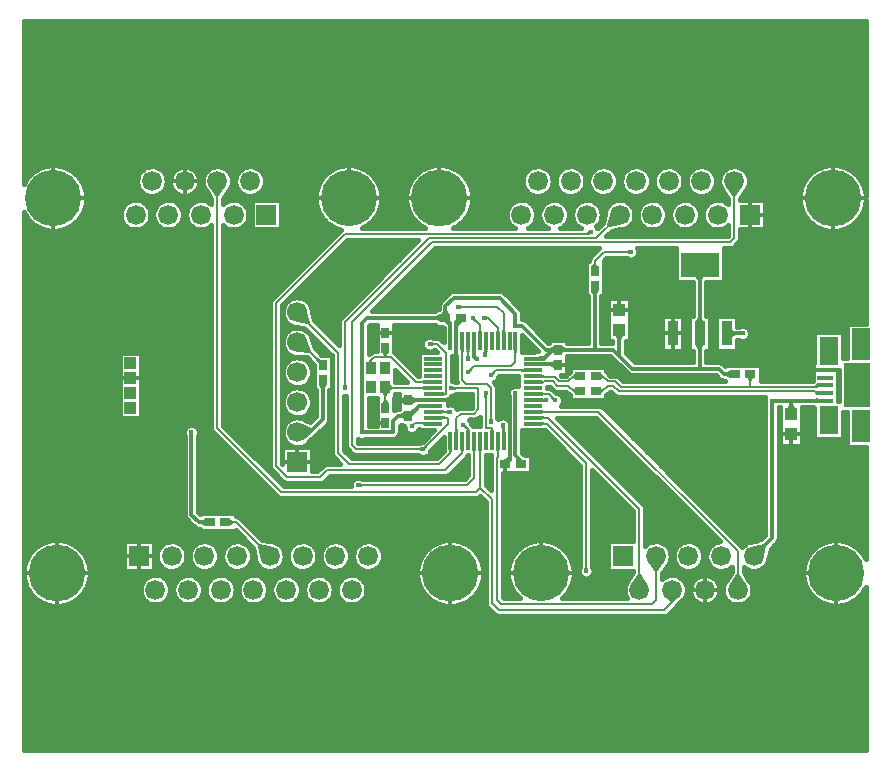
<source format=gbr>
G04 DipTrace 4.0.0.5*
G04 1 - Top.gbr*
%MOIN*%
G04 #@! TF.FileFunction,Copper,L1,Top*
G04 #@! TF.Part,Single*
G04 #@! TA.AperFunction,Conductor*
%ADD15C,0.011811*%
%ADD16C,0.007874*%
G04 #@! TA.AperFunction,CopperBalancing*
%ADD17C,0.015748*%
%ADD18C,0.012992*%
%ADD19R,0.03937X0.043307*%
%ADD20R,0.035433X0.027559*%
%ADD21R,0.027559X0.035433*%
G04 #@! TA.AperFunction,ComponentPad*
%ADD22R,0.03937X0.03937*%
%ADD23R,0.066535X0.066535*%
%ADD24C,0.066535*%
%ADD25C,0.188976*%
%ADD26C,0.187402*%
%ADD27R,0.066929X0.066929*%
%ADD28C,0.066929*%
%ADD29R,0.05315X0.015748*%
%ADD30R,0.062992X0.094488*%
%ADD31R,0.062992X0.106299*%
%ADD32R,0.090551X0.147638*%
%ADD33R,0.062992X0.011811*%
%ADD34R,0.011811X0.062992*%
%ADD35R,0.037402X0.084646*%
%ADD36R,0.127953X0.084646*%
%ADD38R,0.035433X0.03937*%
G04 #@! TA.AperFunction,ViaPad*
%ADD39C,0.017717*%
%FSLAX26Y26*%
G04*
G70*
G90*
G75*
G01*
G04 Top*
%LPD*%
G36*
X1734999Y1555407D2*
X1722471Y1538748D1*
X1721353Y1537944D1*
X1716720Y1560022D1*
X1717839Y1560827D1*
X1726647Y1563758D1*
X1734999Y1555407D1*
G37*
X1793337Y1575738D2*
D15*
X1746978D1*
X1714350Y1543110D1*
X1708692D1*
G36*
X1844518Y1843229D2*
X1827866Y1854921D1*
X1826821Y1855818D1*
X1849772Y1859639D1*
X1850818Y1858742D1*
X1855989Y1853355D1*
X1844518Y1843229D1*
G37*
X1850424Y1790304D2*
D15*
Y1851378D1*
X1833101Y1868701D1*
G36*
X2170515Y1734671D2*
X2155542Y1727943D1*
X2154972Y1727787D1*
X2126767Y1738968D1*
X2127337Y1739123D1*
X2162163Y1743023D1*
X2170515Y1734671D1*
G37*
G36*
X2187121Y1767861D2*
X2194912Y1771500D1*
X2196288Y1771577D1*
Y1750768D1*
X2194912Y1750691D1*
X2188648Y1752804D1*
X2187121Y1767861D1*
G37*
X2124046Y1733218D2*
D15*
X2160710D1*
X2190533Y1763041D1*
X2208692D1*
G36*
X2078236Y1407508D2*
X2090806Y1394980D1*
X2091304Y1393695D1*
X2070179D1*
X2069682Y1394980D1*
X2069885Y1399156D1*
X2078236Y1407508D1*
G37*
X2066959Y1459596D2*
D15*
Y1410433D1*
X2084282Y1393110D1*
Y1381201D1*
G36*
X2675295Y1991240D2*
X2669390Y2003051D1*
Y2007283D1*
X2693012D1*
Y2003051D1*
X2687106Y1991240D1*
X2675295D1*
G37*
G36*
X2687106Y1871161D2*
X2693012Y1859350D1*
Y1855118D1*
X2669390D1*
Y1859350D1*
X2675295Y1871161D1*
X2687106D1*
G37*
X2681201Y2045374D2*
D15*
Y1817028D1*
G36*
X2061055Y1604012D2*
X2060760Y1611859D1*
Y1612745D1*
X2073161D1*
Y1611859D1*
X2072866Y1604012D1*
X2061055D1*
G37*
X2066961Y1618185D2*
D15*
X2066959Y1459596D1*
G36*
X1569713Y1481547D2*
X1561865Y1481252D1*
X1560980D1*
Y1493654D1*
X1561865D1*
X1569713Y1493358D1*
Y1481547D1*
G37*
G36*
X1683101Y1549016D2*
X1694912Y1554921D1*
X1696290D1*
Y1531299D1*
X1694912D1*
X1683101Y1537205D1*
Y1549016D1*
G37*
X1555539Y1487453D2*
D15*
X1659283D1*
Y1525394D1*
X1677000Y1543110D1*
X1708692D1*
G36*
X1803573Y1874606D2*
X1815385Y1880512D1*
X1817156D1*
Y1856890D1*
X1815385D1*
X1803573Y1862795D1*
Y1874606D1*
G37*
G36*
X1561445Y1501626D2*
X1561740Y1493779D1*
Y1492893D1*
X1549339D1*
Y1493779D1*
X1549634Y1501626D1*
X1561445D1*
G37*
X1833101Y1868701D2*
D15*
X1573256D1*
X1555539Y1850984D1*
Y1487453D1*
G36*
X2072866Y1856646D2*
X2073161Y1848799D1*
Y1847913D1*
X2060760D1*
Y1848799D1*
X2061055Y1856646D1*
X2072866D1*
G37*
G36*
X1839007Y1894291D2*
X1844912Y1882480D1*
Y1881102D1*
X1821290D1*
Y1882480D1*
X1827196Y1894291D1*
X1839007D1*
G37*
X2066961Y1842472D2*
D15*
Y1882941D1*
X2014272Y1935630D1*
X1860630D1*
X1833101Y1908101D1*
Y1868701D1*
G36*
X2183101Y1768946D2*
X2194912Y1774852D1*
X2196290D1*
Y1751230D1*
X2194912D1*
X2183101Y1757135D1*
Y1768946D1*
G37*
G36*
X2081134Y1836567D2*
X2073287Y1836272D1*
X2072401D1*
Y1848673D1*
X2073287D1*
X2081134Y1848378D1*
Y1836567D1*
G37*
X2208692Y1763041D2*
D15*
X2168110D1*
X2088678Y1842472D1*
X2066961D1*
G36*
X2234282Y1757135D2*
X2222471Y1751230D1*
X2221093D1*
Y1774852D1*
X2222471D1*
X2234282Y1768946D1*
Y1757135D1*
G37*
G36*
X2675295Y1762894D2*
X2669390Y1774705D1*
Y1778937D1*
X2693012D1*
Y1774705D1*
X2687106Y1762894D1*
X2675295D1*
G37*
X2208692Y1763041D2*
D15*
X2331201D1*
X2392786D1*
X2412451Y1743375D1*
X2456652Y1699175D1*
X2681201D1*
Y1817028D1*
G36*
X2769832Y1687106D2*
X2781643Y1693012D1*
X2783415D1*
Y1669390D1*
X2781643D1*
X2769832Y1675295D1*
Y1687106D1*
G37*
X2681201Y1699175D2*
D15*
X2744476D1*
X2762450Y1681201D1*
X2799360D1*
G36*
X2325295Y1944832D2*
X2319390Y1956643D1*
Y1958415D1*
X2343012D1*
Y1956643D1*
X2337106Y1944832D1*
X2325295D1*
G37*
X2331201Y1974360D2*
D15*
Y1763041D1*
G36*
X1019832Y1193357D2*
X1031643Y1199262D1*
X1033415D1*
Y1175640D1*
X1031643D1*
X1019832Y1181546D1*
Y1193357D1*
G37*
G36*
X980921Y1473278D2*
X980626Y1481125D1*
Y1483291D1*
X993028D1*
Y1481125D1*
X992732Y1473278D1*
X980921D1*
G37*
X1049360Y1187451D2*
D15*
X1012450D1*
X986827Y1213075D1*
Y1487451D1*
G36*
X1385106Y1483021D2*
X1367905Y1469067D1*
X1364582Y1468667D1*
X1355560Y1514640D1*
X1358882Y1515041D1*
X1387100Y1501702D1*
X1385106Y1483021D1*
G37*
G36*
X1419045Y1632333D2*
X1413139Y1644144D1*
Y1645916D1*
X1436761D1*
Y1644144D1*
X1430856Y1632333D1*
X1419045D1*
G37*
X1339942Y1487451D2*
D15*
X1381201D1*
X1424950Y1531201D1*
Y1661861D1*
G36*
X2406546Y1795522D2*
X2400640Y1807333D1*
Y1809499D1*
X2424262D1*
Y1807333D1*
X2418357Y1795522D1*
X2406546D1*
G37*
X2412451Y1828987D2*
D15*
Y1743375D1*
G36*
X2903625Y1108068D2*
X2895077Y1074940D1*
X2892724Y1072587D1*
X2859791Y1105520D1*
X2862144Y1107873D1*
X2895273Y1116420D1*
X2903625Y1108068D1*
G37*
G36*
X2916070Y1578094D2*
X2915945Y1586072D1*
X2915965Y1586957D1*
X2928364Y1586690D1*
X2928344Y1585804D1*
X2927881Y1578094D1*
X2916070D1*
G37*
X2861811Y1074606D2*
D15*
X2921975Y1134770D1*
Y1592262D1*
X2922281D1*
G36*
X2936478Y1586415D2*
X2928633Y1586088D1*
X2927747Y1586084D1*
X2927696Y1598486D1*
X2928581Y1598488D1*
X2936430Y1598226D1*
X2936478Y1586415D1*
G37*
G36*
X3062058Y1598425D2*
X3073869Y1600394D1*
X3100444Y1592520D1*
X3076526Y1584646D1*
X3073869D1*
X3062058Y1586614D1*
Y1598425D1*
G37*
X2922281Y1592262D2*
D15*
X2985804Y1592520D1*
X3100444D1*
G36*
X2802264Y1811122D2*
X2790453Y1805217D1*
X2788583D1*
Y1828839D1*
X2790453D1*
X2802264Y1822933D1*
Y1811122D1*
G37*
G36*
X2810307Y1822933D2*
X2818155Y1823228D1*
X2820320D1*
Y1810827D1*
X2818155D1*
X2810307Y1811122D1*
Y1822933D1*
G37*
X2771752Y1817028D2*
D15*
X2824480D1*
G36*
X2991710Y1581391D2*
X2997615Y1569580D1*
Y1567415D1*
X2973993D1*
Y1569580D1*
X2979899Y1581391D1*
X2991710D1*
G37*
X2985804Y1547927D2*
D15*
Y1592520D1*
G36*
X1734282Y1589517D2*
X1722471Y1583111D1*
X1721095Y1583039D1*
Y1606143D1*
X1722471Y1606215D1*
X1734282Y1601328D1*
Y1589517D1*
G37*
X1793337Y1595423D2*
D15*
X1709823D1*
X1708692Y1594291D1*
G36*
X1864203Y1843112D2*
X1867037Y1854921D1*
X1867765Y1856091D1*
X1891008D1*
X1890279Y1854921D1*
X1876014Y1843112D1*
X1864203D1*
G37*
X1870109Y1790304D2*
D15*
Y1854528D1*
X1884282Y1868701D1*
G36*
X2183101Y1719438D2*
X2194912Y1723979D1*
X2196286Y1723873D1*
Y1700732D1*
X2194912Y1700839D1*
X2183101Y1707627D1*
Y1719438D1*
G37*
X2124046Y1713533D2*
D15*
X2207018D1*
X2208692Y1711860D1*
G36*
X2053180Y1406790D2*
X2050347Y1394980D1*
X2049618Y1393811D1*
X2026376D1*
X2027105Y1394980D1*
X2041369Y1406790D1*
X2053180D1*
G37*
X2047274Y1459596D2*
D15*
Y1395374D1*
X2033101Y1381201D1*
G36*
X1876014Y1724015D2*
X1871114Y1714302D1*
X1870563Y1713609D1*
X1860223Y1720456D1*
X1860774Y1721149D1*
X1864203Y1724015D1*
X1876014D1*
G37*
X1870109Y1790304D2*
D15*
Y1720109D1*
X1862451Y1712451D1*
G36*
X1910752Y1606605D2*
X1916092Y1612363D1*
X1916719Y1612989D1*
X1925488Y1604220D1*
X1924862Y1603594D1*
X1919104Y1598254D1*
X1910752Y1606605D1*
G37*
X1793337Y1595423D2*
D15*
X1907921D1*
X1924950Y1612451D1*
G36*
X2037047Y1560752D2*
X2031289Y1566092D1*
X2030663Y1566719D1*
X2039432Y1575488D1*
X2040059Y1574862D1*
X2045399Y1569104D1*
X2037047Y1560752D1*
G37*
X2047274Y1459596D2*
D15*
Y1558877D1*
X2031201Y1574950D1*
G36*
X1675295Y1598278D2*
X1675000Y1606125D1*
Y1607011D1*
X1687402D1*
Y1606125D1*
X1687106Y1598278D1*
X1675295D1*
G37*
G36*
X1683101Y1599606D2*
X1694912Y1605863D1*
X1696290Y1605901D1*
Y1582385D1*
X1694912Y1582347D1*
X1683101Y1587795D1*
Y1599606D1*
G37*
X1681201Y1612451D2*
D15*
Y1593701D1*
X1708101D1*
X1708692Y1594291D1*
G36*
X1935070Y1742736D2*
X1938796Y1739956D1*
X1939492Y1739408D1*
X1929421Y1732173D1*
X1928725Y1732721D1*
X1923980Y1736659D1*
X1935070Y1742736D1*
G37*
X1929164Y1790304D2*
D15*
Y1739488D1*
X1937451Y1731201D1*
G36*
X1733129Y1515061D2*
X1730285Y1507882D1*
X1729740Y1507184D1*
X1720079Y1514960D1*
X1720625Y1515659D1*
X1727561Y1520629D1*
X1733129Y1515061D1*
G37*
G36*
X1753967Y1522638D2*
X1824833Y1522589D1*
X1767780Y1517993D1*
X1764979Y1513143D1*
X1761841Y1513412D1*
X1753967Y1514764D1*
Y1522638D1*
G37*
X1721488Y1506843D2*
D16*
Y1508988D1*
X1731201Y1518701D1*
X1793337D1*
Y1516682D1*
G36*
X2156134Y1599362D2*
X2163982Y1601626D1*
X2164867D1*
Y1589224D1*
X2163982D1*
X2156134Y1591488D1*
Y1599362D1*
G37*
G36*
X2163416Y1591488D2*
X2155542Y1589516D1*
X2149636Y1595424D1*
X2155542Y1601329D1*
X2163416Y1599362D1*
Y1591488D1*
G37*
X2170307Y1595425D2*
D16*
X2144075D1*
X2144072Y1595423D1*
X2124046D1*
G36*
X1867551Y1629874D2*
X1859703Y1627610D1*
X1858818D1*
Y1640012D1*
X1859703D1*
X1867551Y1637748D1*
Y1629874D1*
G37*
G36*
X1874046Y1498966D2*
X1876014Y1491092D1*
Y1487942D1*
X1870109Y1459596D1*
X1864203Y1491092D1*
X1866172Y1498966D1*
X1874046D1*
G37*
X1853378Y1633811D2*
D16*
X1943654D1*
Y1563681D1*
X1929874Y1549902D1*
X1883890D1*
X1870109Y1536121D1*
Y1459596D1*
G36*
X1502512Y1647984D2*
X1504776Y1640136D1*
Y1639251D1*
X1492374D1*
Y1640136D1*
X1494638Y1647984D1*
X1502512D1*
G37*
G36*
X2373751Y2177941D2*
X2380907Y2212463D1*
X2383260Y2214815D1*
X2416193Y2181882D1*
X2413840Y2179529D1*
X2379319Y2172374D1*
X2373751Y2177941D1*
G37*
X1498575Y1633811D2*
D16*
Y1854824D1*
X1778081Y2134331D1*
X2335709D1*
X2414173Y2212795D1*
G36*
X2335138Y2051131D2*
X2339075Y2043257D1*
Y2041486D1*
X2323327D1*
Y2043257D1*
X2327264Y2051131D1*
X2335138D1*
G37*
G36*
X2437543Y2092165D2*
X2445390Y2094429D1*
X2448717D1*
Y2082028D1*
X2445390D1*
X2437543Y2084291D1*
Y2092165D1*
G37*
X2331201Y2025541D2*
D16*
Y2057424D1*
X2362005Y2088228D1*
X2451717D1*
G36*
X2307125Y2152047D2*
X2309963Y2157660D1*
X2310567Y2158308D1*
X2317672Y2148143D1*
X2317067Y2147495D1*
X2311857Y2144377D1*
X2307125Y2152047D1*
G37*
G36*
X1885857Y1420226D2*
X1883888Y1428100D1*
X1889794Y1459596D1*
X1895699Y1431249D1*
Y1428100D1*
X1893731Y1420226D1*
X1885857D1*
G37*
X2318701Y2156201D2*
D16*
X2310610Y2148110D1*
X1498110D1*
X1268701Y1918701D1*
Y1374951D1*
X1306201Y1337451D1*
X1414365D1*
X1439315Y1362402D1*
X1833383D1*
X1889794Y1418812D1*
Y1459596D1*
G36*
X2192713Y1606507D2*
X2199861Y1602559D1*
X2200488Y1601932D1*
X2191719Y1593163D1*
X2191092Y1593790D1*
X2187144Y1600938D1*
X2192713Y1606507D1*
G37*
G36*
X2163416Y1611171D2*
X2155542Y1609202D1*
X2152392D1*
X2124046Y1615108D1*
X2155542Y1621013D1*
X2163416Y1619045D1*
Y1611171D1*
G37*
X2199950Y1593701D2*
D16*
X2178543Y1615108D1*
X2124046D1*
G36*
X1901100Y1499811D2*
X1893934Y1503596D1*
X1893297Y1504211D1*
X1901921Y1513122D1*
X1902559Y1512508D1*
X1906668Y1505379D1*
X1901100Y1499811D1*
G37*
G36*
X1913416Y1497000D2*
X1915385Y1491092D1*
Y1487942D1*
X1909479Y1459596D1*
X1903573Y1491092D1*
X1905542Y1497000D1*
X1913416D1*
G37*
X1893701Y1512451D2*
D16*
X1894028D1*
X1909479Y1497000D1*
Y1459596D1*
G36*
X1126133Y1183513D2*
X1118257Y1179576D1*
X1116486D1*
Y1195325D1*
X1118257D1*
X1126133Y1191388D1*
Y1183513D1*
G37*
G36*
X1213374Y1115028D2*
X1247895Y1107873D1*
X1250248Y1105520D1*
X1217315Y1072587D1*
X1214962Y1074938D1*
X1207806Y1109461D1*
X1213374Y1115028D1*
G37*
X1100541Y1187451D2*
D16*
X1135383D1*
X1248228Y1074606D1*
G36*
X1557874Y1308514D2*
X1550026Y1306251D1*
X1549140D1*
Y1318652D1*
X1550026D1*
X1557874Y1316388D1*
Y1308514D1*
G37*
G36*
X1925227Y1420226D2*
X1923259Y1428100D1*
X1929164Y1459596D1*
X1935070Y1431249D1*
Y1428100D1*
X1933101Y1420226D1*
X1925227D1*
G37*
X1543701Y1312451D2*
D16*
X1906255D1*
X1929164Y1335361D1*
Y1459596D1*
G36*
X1832707Y1532430D2*
X1824833Y1530462D1*
X1821684D1*
X1793337Y1536367D1*
X1824833Y1542273D1*
X1832707Y1540304D1*
Y1532430D1*
G37*
G36*
X1772680Y1437997D2*
X1768732Y1430849D1*
X1768105Y1430222D1*
X1759336Y1438991D1*
X1759963Y1439618D1*
X1767112Y1443566D1*
X1772680Y1437997D1*
G37*
X1793337Y1536367D2*
D16*
X1838534D1*
X1843701Y1531201D1*
Y1514587D1*
X1759874Y1430760D1*
G36*
X1745701Y1434697D2*
X1753549Y1436961D1*
X1754434D1*
Y1424559D1*
X1753549D1*
X1745701Y1426823D1*
Y1434697D1*
G37*
G36*
X2791929Y2271378D2*
X2772579Y2300849D1*
Y2304176D1*
X2819154D1*
Y2300849D1*
X2799803Y2271378D1*
X2791929D1*
G37*
X1759874Y1430760D2*
D16*
X1536839D1*
X1523059Y1444539D1*
Y1854308D1*
X1789299Y2120549D1*
X2782085D1*
X2795866Y2134329D1*
Y2324606D1*
G36*
X1832707Y1552114D2*
X1824833Y1550146D1*
X1793337Y1556052D1*
X1821684Y1561957D1*
X1824833D1*
X1832707Y1559988D1*
Y1552114D1*
G37*
G36*
X1834283Y1559988D2*
X1842131Y1562252D1*
X1843017D1*
X1843016Y1549850D1*
X1842130D1*
X1834283Y1552114D1*
Y1559988D1*
G37*
X1793337Y1556052D2*
D16*
X1848457Y1556051D1*
G36*
X1795374Y1777264D2*
X1787526Y1775000D1*
X1786640D1*
Y1787402D1*
X1787526D1*
X1795374Y1785138D1*
Y1777264D1*
G37*
G36*
X1832707Y1611171D2*
X1824833Y1609202D1*
X1821684D1*
X1793337Y1615108D1*
X1824833Y1621013D1*
X1832707Y1619045D1*
Y1611171D1*
G37*
X1781201Y1781201D2*
D16*
X1806201D1*
X1834676Y1752726D1*
Y1615108D1*
X1793337D1*
G36*
X1379718Y1752707D2*
X1344986Y1754369D1*
X1342293Y1756356D1*
X1370425Y1793818D1*
X1373119Y1791832D1*
X1385285Y1758274D1*
X1379718Y1752707D1*
G37*
G36*
X1408387Y1735173D2*
X1415696Y1730759D1*
X1416671Y1729785D1*
X1412144Y1714803D1*
X1411171Y1715777D1*
X1402819Y1729605D1*
X1408387Y1735173D1*
G37*
X1339942Y1787451D2*
D16*
X1350541D1*
X1424950Y1713042D1*
G36*
X1963614Y1603350D2*
X1961350Y1611198D1*
Y1612084D1*
X1973752D1*
Y1611198D1*
X1971488Y1603350D1*
X1963614D1*
G37*
G36*
X1992156Y1498966D2*
X1994125Y1491092D1*
Y1487942D1*
X1988219Y1459596D1*
X1982314Y1491092D1*
X1984282Y1498966D1*
X1992156D1*
G37*
X1967551Y1617524D2*
D16*
Y1500937D1*
X1988219D1*
Y1459596D1*
G36*
X1889811Y1901782D2*
X1881963Y1899518D1*
X1881077D1*
Y1911920D1*
X1881963D1*
X1889811Y1909656D1*
Y1901782D1*
G37*
G36*
X2031526Y1829675D2*
X2033495Y1821801D1*
Y1818651D1*
X2027589Y1790304D1*
X2021684Y1821801D1*
X2023652Y1829675D1*
X2031526D1*
G37*
X1875638Y1905719D2*
D16*
X2005332D1*
X2027589Y1883462D1*
Y1790304D1*
G36*
X1974051Y1864033D2*
X1967919Y1861731D1*
X1967034Y1861678D1*
X1968644Y1873975D1*
X1969529Y1874028D1*
X1976533Y1872306D1*
X1974051Y1864033D1*
G37*
G36*
X2011841Y1829675D2*
X2013810Y1821801D1*
Y1818651D1*
X2007904Y1790304D1*
X2001999Y1821801D1*
X2003967Y1829675D1*
X2011841D1*
G37*
X1962451Y1868701D2*
D16*
X1974951D1*
X2007904Y1835748D1*
Y1790304D1*
G36*
X1970504Y1758217D2*
X1972768Y1750369D1*
Y1749483D1*
X1960366D1*
Y1750369D1*
X1962630Y1758217D1*
X1970504D1*
G37*
G36*
X1962630Y1750934D2*
X1962627Y1758808D1*
X1963350Y1761874D1*
X1967257Y1764745D1*
X1974441Y1758808D1*
X1970504Y1750934D1*
X1962630D1*
G37*
X1966567Y1744043D2*
D16*
Y1768312D1*
X1968534Y1770280D1*
Y1790304D1*
G36*
X1932189Y1855895D2*
X1925041Y1859843D1*
X1924413Y1860470D1*
X1933182Y1869239D1*
X1933810Y1868612D1*
X1937757Y1861463D1*
X1932189Y1855895D1*
G37*
G36*
X1952786Y1829675D2*
X1954755Y1821801D1*
Y1818651D1*
X1948849Y1790304D1*
X1942944Y1821801D1*
X1944912Y1829675D1*
X1952786D1*
G37*
X1924951Y1868701D2*
D16*
X1948849Y1844803D1*
Y1790304D1*
G36*
X1913417Y1744933D2*
X1915681Y1737085D1*
Y1736199D1*
X1903280D1*
Y1737085D1*
X1905543Y1744933D1*
X1913417D1*
G37*
G36*
X1905543Y1750934D2*
X1903572Y1758808D1*
X1909480Y1764714D1*
X1915386Y1758808D1*
X1913417Y1750934D1*
X1905543D1*
G37*
X1909480Y1730760D2*
D16*
Y1770278D1*
X1909479Y1770280D1*
Y1790304D1*
G36*
X1990189Y1534858D2*
X1992453Y1527010D1*
Y1526125D1*
X1980051D1*
Y1527010D1*
X1982315Y1534858D1*
X1990189D1*
G37*
G36*
X1885857Y1750934D2*
X1883888Y1758808D1*
X1889794Y1790304D1*
X1895699Y1761958D1*
Y1758808D1*
X1893731Y1750934D1*
X1885857D1*
G37*
X1986252Y1520685D2*
D16*
Y1633811D1*
X1972472Y1647591D1*
X1903573D1*
X1889794Y1661370D1*
Y1790304D1*
G36*
X2530709Y1021378D2*
X2511358Y1050849D1*
Y1054176D1*
X2557933D1*
Y1050849D1*
X2538583Y1021378D1*
X2530709D1*
G37*
G36*
X2003967Y1420226D2*
X2001999Y1428100D1*
X2007904Y1459596D1*
X2013810Y1431249D1*
Y1428100D1*
X2011841Y1420226D1*
X2003967D1*
G37*
X2534646Y1074606D2*
D16*
Y928937D1*
X2520866Y915157D1*
X2019319D1*
X2005539Y928937D1*
Y1403638D1*
X2007904Y1406003D1*
Y1459596D1*
G36*
X2023652Y1498681D2*
X2020051Y1505071D1*
X2019861Y1505937D1*
X2032041Y1508270D1*
X2032231Y1507406D1*
X2031526Y1498681D1*
X2023652D1*
G37*
G36*
X2031526Y1498966D2*
X2033495Y1491092D1*
Y1487942D1*
X2027589Y1459596D1*
X2021684Y1491092D1*
X2023652Y1498966D1*
X2031526D1*
G37*
X2024950Y1512451D2*
D16*
X2027589D1*
Y1459596D1*
G36*
X2306496Y1038783D2*
X2308760Y1030936D1*
Y1030050D1*
X2296358D1*
Y1030936D1*
X2298622Y1038783D1*
X2306496D1*
G37*
G36*
X2163416Y1512745D2*
X2155542Y1510777D1*
X2152392D1*
X2124046Y1516682D1*
X2155542Y1522588D1*
X2163416Y1520619D1*
Y1512745D1*
G37*
X2302559Y1024610D2*
D16*
Y1384843D1*
X2170719Y1516682D1*
X2124046D1*
G36*
X2484055Y1016024D2*
X2503406Y986554D1*
Y983227D1*
X2456831D1*
Y986554D1*
X2476181Y1016024D1*
X2484055D1*
G37*
G36*
X2163416Y1532430D2*
X2155542Y1530462D1*
X2152392D1*
X2124046Y1536367D1*
X2155542Y1542273D1*
X2163416Y1540304D1*
Y1532430D1*
G37*
X2480118Y962795D2*
D16*
Y1232283D1*
X2176034Y1536367D1*
X2124046D1*
G36*
X2811220Y1016024D2*
X2830571Y986554D1*
Y983227D1*
X2783996D1*
Y986554D1*
X2803346Y1016024D1*
X2811220D1*
G37*
G36*
X2163416Y1552115D2*
X2155542Y1550147D1*
X2152392D1*
X2124046Y1556052D1*
X2155542Y1561958D1*
X2163416Y1559990D1*
Y1552115D1*
G37*
X2807283Y962795D2*
D16*
Y1092618D1*
X2343849Y1556052D1*
X2124046D1*
G36*
X2585236Y920423D2*
X2566110Y938819D1*
Y942146D1*
X2612236D1*
Y938819D1*
X2593110Y920423D1*
X2585236D1*
G37*
G36*
X1069291Y2271378D2*
X1049941Y2300848D1*
Y2304175D1*
X1096516D1*
Y2300848D1*
X1077165Y2271378D1*
X1069291D1*
G37*
X2589173Y962795D2*
D16*
Y920423D1*
X2562451Y893701D1*
X2012450D1*
X1987450Y918701D1*
Y1264278D1*
X1948850Y1302878D1*
X1935071Y1289098D1*
X1285803D1*
X1073228Y1501673D1*
Y2324606D1*
G36*
X1944912Y1420226D2*
X1942944Y1428100D1*
X1948849Y1459596D1*
X1954755Y1431249D1*
Y1428100D1*
X1952786Y1420226D1*
X1944912D1*
G37*
X1948850Y1302878D2*
D16*
Y1377260D1*
X1948849Y1377261D1*
Y1459596D1*
G36*
X1921302Y1694690D2*
X1917354Y1687542D1*
X1916727Y1686915D1*
X1907958Y1695684D1*
X1908585Y1696311D1*
X1915734Y1700259D1*
X1921302Y1694690D1*
G37*
G36*
X2063022Y1750934D2*
X2061054Y1758808D1*
X2066959Y1790304D1*
X2072865Y1761958D1*
Y1758808D1*
X2070896Y1750934D1*
X2063022D1*
G37*
X1908496Y1687453D2*
D16*
X1928673Y1707630D1*
X2053178D1*
X2066959Y1721411D1*
Y1790304D1*
G36*
X1999058Y1684726D2*
X1995110Y1677577D1*
X1994483Y1676950D1*
X1985714Y1685719D1*
X1986341Y1686346D1*
X1993490Y1690294D1*
X1999058Y1684726D1*
G37*
G36*
X2084676Y1697785D2*
X2092550Y1699753D1*
X2124046Y1693848D1*
X2095699Y1687942D1*
X2092550D1*
X2084676Y1689911D1*
Y1697785D1*
G37*
X1986252Y1677488D2*
D16*
X2002612Y1693848D1*
X2124046D1*
G36*
X1375020Y1846807D2*
X1340277Y1853988D1*
X1337911Y1856354D1*
X1371039Y1889483D1*
X1373406Y1887117D1*
X1380587Y1852374D1*
X1375020Y1846807D1*
G37*
G36*
X1846487Y1420226D2*
X1844518Y1428100D1*
X1850424Y1459596D1*
X1856329Y1431249D1*
Y1428100D1*
X1854361Y1420226D1*
X1846487D1*
G37*
X1339942Y1887451D2*
D16*
X1474950Y1752444D1*
Y1418701D1*
X1512450Y1381201D1*
X1812451D1*
X1850424Y1419173D1*
Y1459596D1*
G36*
X3069843Y1623768D2*
X3073869Y1625986D1*
X3074656Y1625965D1*
Y1611005D1*
X3073869Y1611026D1*
X3067575Y1614957D1*
X3069843Y1623768D1*
G37*
G36*
X2358010Y1621604D2*
X2351999Y1619318D1*
X2350625Y1619419D1*
Y1633879D1*
X2351999Y1633780D1*
X2356618Y1631201D1*
X2358010Y1621604D1*
G37*
X3100444Y1618110D2*
D16*
X3069932D1*
X3064026Y1624016D1*
X3053003D1*
X2412867D1*
X2393823Y1643060D1*
X2374046D1*
X2355936Y1624950D1*
X2334282D1*
G36*
X3067575Y1646854D2*
X3073869Y1650785D1*
X3074656Y1650806D1*
Y1635846D1*
X3073869Y1635825D1*
X3069843Y1638043D1*
X3067575Y1646854D1*
G37*
G36*
X2356618Y1668699D2*
X2351999Y1666121D1*
X2350625Y1666021D1*
Y1680482D1*
X2351999Y1680583D1*
X2358010Y1678297D1*
X2356618Y1668699D1*
G37*
X3100444Y1643701D2*
D16*
X3069932D1*
X3064026Y1637795D1*
X3053003D1*
X2418576D1*
X2399531Y1656840D1*
X2374046D1*
X2355936Y1674950D1*
X2334282D1*
G36*
X2846604Y1659547D2*
X2842667Y1667421D1*
Y1668799D1*
X2858415D1*
Y1667421D1*
X2854478Y1659547D1*
X2846604D1*
G37*
X2850541Y1681201D2*
D16*
Y1637795D1*
X2418576D1*
G36*
X2260765Y1631201D2*
X2265385Y1633780D1*
X2266759Y1633879D1*
Y1619419D1*
X2265385Y1619318D1*
X2259373Y1621604D1*
X2260765Y1631201D1*
G37*
G36*
X2161325Y1651000D2*
X2155542Y1648571D1*
X2154963Y1648689D1*
X2124046Y1654478D1*
X2155543Y1660383D1*
X2157643Y1658210D1*
X2161325Y1651000D1*
G37*
X2283101Y1624950D2*
D16*
X2261448D1*
X2243337Y1643060D1*
X2232314D1*
X2206083Y1643062D1*
X2191713Y1657430D1*
X2173455D1*
X2162432D1*
X2159479Y1654478D1*
X2124046D1*
G36*
X2259373Y1678297D2*
X2265385Y1680583D1*
X2266759Y1680482D1*
Y1666021D1*
X2265385Y1666121D1*
X2260765Y1668699D1*
X2259373Y1678297D1*
G37*
G36*
X2157643Y1670430D2*
X2155543Y1668257D1*
X2124046Y1674163D1*
X2154963Y1679951D1*
X2155542Y1680070D1*
X2161325Y1677640D1*
X2157643Y1670430D1*
G37*
X2283101Y1674950D2*
D16*
X2261448D1*
X2243337Y1656840D1*
X2232314D1*
X2211789Y1656841D1*
X2197419Y1671210D1*
X2173455D1*
X2162432D1*
X2159479Y1674163D1*
X2124046D1*
G36*
X1589175Y1724867D2*
X1593094Y1719882D1*
X1593407Y1718138D1*
X1578302D1*
X1577988Y1719882D1*
X1580217Y1726802D1*
X1589175Y1724867D1*
G37*
G36*
X1753967Y1658415D2*
X1761841Y1660383D1*
X1793337Y1654478D1*
X1764991Y1648572D1*
X1761841D1*
X1753967Y1650541D1*
Y1658415D1*
G37*
X1585070Y1700197D2*
D16*
X1583692D1*
Y1724951D1*
X1596192Y1737451D1*
X1633692D1*
X1652440D1*
X1735413Y1654478D1*
X1793337D1*
G36*
X1629755Y1742520D2*
X1625818Y1750394D1*
Y1752165D1*
X1641566D1*
Y1750394D1*
X1637629Y1742520D1*
X1629755D1*
G37*
X1633692Y1768110D2*
D16*
Y1737451D1*
G36*
X1753967Y1638730D2*
X1761841Y1640698D1*
X1793337Y1634793D1*
X1764991Y1628887D1*
X1761841D1*
X1753967Y1630856D1*
Y1638730D1*
G37*
G36*
X1657904Y1630856D2*
X1650030Y1628265D1*
X1648269Y1628463D1*
Y1643659D1*
X1650030Y1643462D1*
X1657904Y1638730D1*
Y1630856D1*
G37*
X1793337Y1634793D2*
D16*
X1634726D1*
X1632314Y1637205D1*
G36*
X1629755Y1609646D2*
X1625388Y1617520D1*
X1625274Y1619484D1*
X1640752D1*
X1640866Y1617520D1*
X1637629Y1609646D1*
X1629755D1*
G37*
G36*
X1637629Y1594882D2*
X1641566Y1587008D1*
Y1585236D1*
X1625818D1*
Y1587008D1*
X1629755Y1594882D1*
X1637629D1*
G37*
X1632314Y1637205D2*
D16*
X1633692D1*
Y1569291D1*
D39*
X986827Y1487451D3*
X2824480Y1817028D3*
X2451717Y2088228D3*
X443701Y443701D3*
X3218701D3*
X443701Y2843701D3*
X3218701D3*
X974950Y2012451D3*
X1443701D3*
X1224950Y1756201D3*
X1737451D3*
X912451Y2124951D3*
X1662451Y2056201D3*
X1799950Y1918701D3*
X1962451Y1962451D3*
X2062451Y2349950D3*
X1331201D3*
X1581201Y2006201D3*
X1756201Y1837451D3*
X1456201Y1612451D3*
X2124951Y1462451D3*
X2512451Y1156201D3*
X2418701Y1231201D3*
X1081201Y1268701D3*
X1306201Y1262451D3*
X1087451Y1118701D3*
X974950D3*
X1299950D3*
X1518701D3*
X1399950Y1249950D3*
X1681201D3*
X1918701Y1531201D3*
X2324950Y1249950D3*
X2237451Y1168701D3*
X1737451D3*
X1908161Y1376104D3*
X2112451Y1343701D3*
X2043701Y2074951D3*
Y1981201D3*
X2031201Y1574950D3*
Y1662451D3*
X2281201Y1518701D3*
X2656201Y1149950D3*
X2412451Y1587451D3*
X2856201Y1149951D3*
X2206201Y2087451D3*
X2893701D3*
X3206201Y1399950D3*
Y1887451D3*
X2387451Y2049950D3*
X737451Y1643701D3*
X1018701Y1456201D3*
X1224950D3*
X1456201Y1712451D3*
X1731201D3*
X1862451D3*
X1037451Y2137451D3*
X1106201Y2068701D3*
X1137451Y2137451D3*
X1381201Y2081201D3*
X1331201Y2174950D3*
X1968701D3*
X1862451Y1662451D3*
X1924950Y1612451D3*
X2243701Y1712451D3*
X2431201Y1674950D3*
X2731201Y1662450D3*
X2899950Y1893701D3*
X2887451Y1456201D3*
X1681201Y1612451D3*
X1599950Y1543701D3*
X1604199Y1841563D3*
X1578676Y1766450D3*
X1637451Y1462451D3*
X1549950Y1456201D3*
X1781201Y1493701D3*
X1737451Y1462451D3*
X1687451Y1512451D3*
X1456201Y1456201D3*
X1381201Y1537451D3*
X1499950Y1512451D3*
X1426625Y1763816D3*
X1456201Y1337451D3*
X1731201Y1999950D3*
X1649951Y1918701D3*
X1856201Y2093701D3*
X1937451Y1731201D3*
X1974950Y1406201D3*
Y1312451D3*
X1681201Y1656201D3*
X962451Y1268701D3*
X849950Y1156201D3*
X2118701Y1768701D3*
X1481201Y2081201D3*
X2637451Y1362451D3*
X2887451D3*
X2662451Y1587451D3*
X3040567Y1523307D3*
X2749951Y1587451D3*
X2418701Y999950D3*
Y937451D3*
X1299950Y1637451D3*
X1499950Y1606201D3*
Y1456201D3*
X1562451Y1406201D3*
X1687451D3*
X1785803Y1338630D3*
X837451Y1556201D3*
X856201Y1456201D3*
X2887451Y1587451D3*
X2516541Y2147324D3*
X2468701Y1737451D3*
X2631201D3*
X2749951Y1931201D3*
X2612451D3*
X593701Y2793701D3*
X793701D3*
X993701D3*
X1193701D3*
X1393701D3*
X1593701D3*
X1793701D3*
X1993701D3*
X2193701D3*
X2393701D3*
X2593701D3*
X2793701D3*
X2993701D3*
X3193701D3*
Y2593701D3*
Y2393701D3*
Y1993701D3*
Y1193701D3*
Y793701D3*
Y593701D3*
X2793701D3*
X2993701D3*
X2593701D3*
X2393701D3*
X2193701D3*
X1993701D3*
X1793701D3*
X1593701D3*
X1393701D3*
X1193701D3*
X993701D3*
X793701D3*
X593701D3*
Y793701D3*
Y1193701D3*
Y1393701D3*
Y1593701D3*
Y1793701D3*
Y1993701D3*
Y2393701D3*
Y2593701D3*
X1555539Y1487453D3*
X2066961Y1618185D3*
Y1842472D3*
X2922281Y1592262D3*
X2170307Y1595425D3*
X2199950Y1593701D3*
X1759874Y1430760D3*
X1848457Y1556051D3*
X1721488Y1506843D3*
X1781201Y1781201D3*
X1967551Y1617524D3*
X1875638Y1905719D3*
X1962451Y1868701D3*
X1966567Y1744043D3*
X1924951Y1868701D3*
X1909480Y1730760D3*
X1986252Y1520685D3*
X2024950Y1512451D3*
X2302559Y1024610D3*
X1908496Y1687453D3*
X1986252Y1677488D3*
X1853378Y1633811D3*
X1498575D3*
X2318701Y2156201D3*
X1893701Y1512451D3*
X1543701Y1312451D3*
X429142Y2844226D2*
D17*
X3233263D1*
X429142Y2828609D2*
X3233263D1*
X429142Y2812992D2*
X3233263D1*
X429142Y2797375D2*
X3233263D1*
X429142Y2781759D2*
X3233263D1*
X429142Y2766142D2*
X3233263D1*
X429142Y2750525D2*
X3233263D1*
X429142Y2734908D2*
X3233263D1*
X429142Y2719291D2*
X3233263D1*
X429142Y2703675D2*
X3233263D1*
X429142Y2688058D2*
X3233263D1*
X429142Y2672441D2*
X3233263D1*
X429142Y2656824D2*
X3233263D1*
X429142Y2641207D2*
X3233263D1*
X429142Y2625591D2*
X3233263D1*
X429142Y2609974D2*
X3233263D1*
X429142Y2594357D2*
X3233263D1*
X429142Y2578740D2*
X3233263D1*
X429142Y2563123D2*
X3233263D1*
X429142Y2547507D2*
X3233263D1*
X429142Y2531890D2*
X3233263D1*
X429142Y2516273D2*
X3233263D1*
X429142Y2500656D2*
X3233263D1*
X429142Y2485039D2*
X3233263D1*
X429142Y2469423D2*
X3233263D1*
X429142Y2453806D2*
X3233263D1*
X429142Y2438189D2*
X3233263D1*
X429142Y2422572D2*
X3233263D1*
X429142Y2406955D2*
X3233263D1*
X429142Y2391339D2*
X3233263D1*
X429142Y2375722D2*
X501057D1*
X552496D2*
X1484909D1*
X1536348D2*
X1783721D1*
X1841881D2*
X3095529D1*
X3153689D2*
X3233263D1*
X429142Y2360105D2*
X464516D1*
X589021D2*
X819370D1*
X890879D2*
X928422D1*
X999931D2*
X1037474D1*
X1108983D2*
X1146526D1*
X1218035D2*
X1448384D1*
X1572888D2*
X1749134D1*
X1876453D2*
X2105787D1*
X2177296D2*
X2214839D1*
X2286348D2*
X2323891D1*
X2395400D2*
X2432943D1*
X2504452D2*
X2541995D1*
X2613504D2*
X2651063D1*
X2722572D2*
X2760115D1*
X2831624D2*
X3060942D1*
X3188277D2*
X3233263D1*
X429142Y2344488D2*
X445877D1*
X607676D2*
X808451D1*
X901782D2*
X917503D1*
X1010834D2*
X1026570D1*
X1119887D2*
X1135622D1*
X1228954D2*
X1429729D1*
X1591528D2*
X1730802D1*
X1894785D2*
X2094868D1*
X2188200D2*
X2203920D1*
X2297252D2*
X2312988D1*
X2406304D2*
X2422040D1*
X2515371D2*
X2531092D1*
X2624423D2*
X2640144D1*
X2733475D2*
X2749196D1*
X2842527D2*
X3042626D1*
X3206593D2*
X3233263D1*
X620086Y2328871D2*
X804452D1*
X1232952D2*
X1417318D1*
X1603939D2*
X1718545D1*
X1907042D2*
X2090870D1*
X2846541D2*
X3030353D1*
X3218865D2*
X3233263D1*
X628606Y2313255D2*
X805590D1*
X904643D2*
X914642D1*
X1013695D2*
X1023694D1*
X1122762D2*
X1132762D1*
X1231814D2*
X1408798D1*
X1612458D2*
X1710102D1*
X1915485D2*
X2092008D1*
X2191060D2*
X2201060D1*
X2300112D2*
X2310112D1*
X2409180D2*
X2419179D1*
X2518232D2*
X2528231D1*
X2627284D2*
X2637283D1*
X2736336D2*
X2746335D1*
X2845388D2*
X3021910D1*
X634174Y2297638D2*
X812295D1*
X897938D2*
X921348D1*
X1006990D2*
X1030415D1*
X1116042D2*
X1139467D1*
X1225109D2*
X1403231D1*
X1618026D2*
X1704581D1*
X1921006D2*
X2098713D1*
X2184355D2*
X2207765D1*
X2293407D2*
X2316832D1*
X2402459D2*
X2425884D1*
X2511527D2*
X2534936D1*
X2620579D2*
X2643988D1*
X2729631D2*
X2753040D1*
X2838683D2*
X3016389D1*
X637249Y2282021D2*
X828751D1*
X881482D2*
X937803D1*
X990550D2*
X1041580D1*
X1104877D2*
X1155907D1*
X1208654D2*
X1400155D1*
X1621101D2*
X1701521D1*
X1924066D2*
X2115168D1*
X2167900D2*
X2224220D1*
X2276967D2*
X2333272D1*
X2386019D2*
X2442324D1*
X2495071D2*
X2551392D1*
X2604123D2*
X2660444D1*
X2713175D2*
X2764206D1*
X2827518D2*
X3013344D1*
X638034Y2266404D2*
X1051699D1*
X1094757D2*
X1399371D1*
X1621886D2*
X1700752D1*
X1924851D2*
X2774340D1*
X2817383D2*
X3012560D1*
X636588Y2250787D2*
X767635D1*
X833546D2*
X876687D1*
X942598D2*
X985739D1*
X1160718D2*
X1185957D1*
X1287671D2*
X1400817D1*
X1620440D2*
X1702182D1*
X1923405D2*
X2054052D1*
X2119963D2*
X2163104D1*
X2229015D2*
X2272156D1*
X2338083D2*
X2381208D1*
X2447135D2*
X2490276D1*
X2556187D2*
X2599328D1*
X2665239D2*
X2708380D1*
X2901244D2*
X3013990D1*
X632805Y2235171D2*
X755117D1*
X846065D2*
X864169D1*
X955132D2*
X973221D1*
X1173236D2*
X1185957D1*
X1287671D2*
X1404600D1*
X1616672D2*
X1705935D1*
X1919653D2*
X2041534D1*
X2132482D2*
X2150586D1*
X2241549D2*
X2259638D1*
X2350601D2*
X2368690D1*
X2459653D2*
X2477742D1*
X2568705D2*
X2586809D1*
X2677757D2*
X2695862D1*
X2901244D2*
X3017743D1*
X626438Y2219554D2*
X750211D1*
X850970D2*
X859263D1*
X960038D2*
X968315D1*
X1287671D2*
X1410967D1*
X1610290D2*
X1712255D1*
X1913332D2*
X2036628D1*
X2137388D2*
X2145680D1*
X2246455D2*
X2254732D1*
X2355507D2*
X2363784D1*
X2464559D2*
X2472836D1*
X2573611D2*
X2581904D1*
X2682663D2*
X2690956D1*
X2901244D2*
X3024063D1*
X3225155D2*
X3233263D1*
X616903Y2203937D2*
X750534D1*
X850647D2*
X859601D1*
X959699D2*
X968653D1*
X1177804D2*
X1185957D1*
X1287671D2*
X1420502D1*
X1600755D2*
X1721698D1*
X1903905D2*
X2036951D1*
X2137065D2*
X2146018D1*
X2246117D2*
X2255070D1*
X2464221D2*
X2473175D1*
X2573273D2*
X2582227D1*
X2682340D2*
X2691294D1*
X2901244D2*
X3033506D1*
X3215713D2*
X3233263D1*
X429142Y2188320D2*
X450521D1*
X603016D2*
X756239D1*
X844942D2*
X865307D1*
X953994D2*
X974359D1*
X1172098D2*
X1185957D1*
X1287671D2*
X1434389D1*
X1586868D2*
X1735401D1*
X1890187D2*
X2042657D1*
X2131359D2*
X2151724D1*
X2240411D2*
X2260776D1*
X2349463D2*
X2357971D1*
X2458515D2*
X2478880D1*
X2567567D2*
X2587932D1*
X2676635D2*
X2697000D1*
X2901244D2*
X3047209D1*
X3202010D2*
X3233263D1*
X429142Y2172703D2*
X472083D1*
X581455D2*
X770357D1*
X830824D2*
X879425D1*
X939876D2*
X988477D1*
X1157980D2*
X1185957D1*
X1287671D2*
X1455935D1*
X1565322D2*
X1756501D1*
X1869087D2*
X2056774D1*
X2117241D2*
X2165842D1*
X2226293D2*
X2274894D1*
X2444397D2*
X2492998D1*
X2553449D2*
X2602050D1*
X2662517D2*
X2711117D1*
X2901244D2*
X3068309D1*
X3180910D2*
X3233263D1*
X429142Y2157087D2*
X1051699D1*
X1094757D2*
X1477296D1*
X2388249D2*
X2774340D1*
X2817383D2*
X3233263D1*
X429142Y2141470D2*
X1051699D1*
X1094757D2*
X1461686D1*
X2372639D2*
X2773218D1*
X2817383D2*
X3233263D1*
X429142Y2125853D2*
X1051699D1*
X1094757D2*
X1446061D1*
X1505636D2*
X1739815D1*
X2815491D2*
X3233263D1*
X429142Y2110236D2*
X1051699D1*
X1094757D2*
X1430452D1*
X1490027D2*
X1724205D1*
X2801558D2*
X3233263D1*
X429142Y2094619D2*
X1051699D1*
X1094757D2*
X1414827D1*
X1474402D2*
X1708580D1*
X1793161D2*
X2338609D1*
X2477324D2*
X2599636D1*
X2762757D2*
X3233263D1*
X429142Y2079003D2*
X1051699D1*
X1094757D2*
X1399217D1*
X1458792D2*
X1692970D1*
X1777536D2*
X2322999D1*
X2476386D2*
X2599636D1*
X2762757D2*
X3233263D1*
X429142Y2063386D2*
X1051699D1*
X1094757D2*
X1383608D1*
X1443167D2*
X1677345D1*
X1761926D2*
X2310588D1*
X2366949D2*
X2448999D1*
X2454430D2*
X2599636D1*
X2762757D2*
X3233263D1*
X429142Y2047769D2*
X1051699D1*
X1094757D2*
X1367983D1*
X1427558D2*
X1661736D1*
X1746301D2*
X2299839D1*
X2362566D2*
X2599636D1*
X2762757D2*
X3233263D1*
X429142Y2032152D2*
X1051699D1*
X1094757D2*
X1352373D1*
X1411933D2*
X1646111D1*
X1730692D2*
X2299839D1*
X2362566D2*
X2599636D1*
X2762757D2*
X3233263D1*
X429142Y2016535D2*
X1051699D1*
X1094757D2*
X1336748D1*
X1396323D2*
X1630501D1*
X1715067D2*
X2299839D1*
X2362566D2*
X2599636D1*
X2762757D2*
X3233263D1*
X429142Y2000919D2*
X1051699D1*
X1094757D2*
X1321138D1*
X1380698D2*
X1614891D1*
X1699457D2*
X2299839D1*
X2362566D2*
X2599636D1*
X2762757D2*
X3233263D1*
X429142Y1985302D2*
X1051699D1*
X1094757D2*
X1305513D1*
X1365088D2*
X1599266D1*
X1683832D2*
X2299839D1*
X2362566D2*
X2657706D1*
X2704686D2*
X3233263D1*
X429142Y1969685D2*
X1051699D1*
X1094757D2*
X1289904D1*
X1349463D2*
X1583657D1*
X1668223D2*
X2299839D1*
X2362566D2*
X2657706D1*
X2704686D2*
X3233263D1*
X429142Y1954068D2*
X1051699D1*
X1094757D2*
X1274279D1*
X1333854D2*
X1568032D1*
X1652598D2*
X1847206D1*
X2027690D2*
X2299839D1*
X2362566D2*
X2657706D1*
X2704686D2*
X3233263D1*
X429142Y1938451D2*
X1051699D1*
X1094757D2*
X1258669D1*
X1318244D2*
X1552422D1*
X1636988D2*
X1830889D1*
X2044022D2*
X2307713D1*
X2354692D2*
X2657706D1*
X2704686D2*
X3233263D1*
X429142Y1922835D2*
X1051699D1*
X1094757D2*
X1247612D1*
X1376100D2*
X1536797D1*
X1621363D2*
X1815294D1*
X2059632D2*
X2307713D1*
X2354692D2*
X2375180D1*
X2449719D2*
X2657706D1*
X2704686D2*
X3233263D1*
X429142Y1907218D2*
X1051699D1*
X1094757D2*
X1247181D1*
X1386865D2*
X1521188D1*
X1605753D2*
X1809604D1*
X2075257D2*
X2307713D1*
X2354692D2*
X2375180D1*
X2449719D2*
X2657706D1*
X2704686D2*
X3233263D1*
X429142Y1891601D2*
X1051699D1*
X1094757D2*
X1247181D1*
X1390817D2*
X1505563D1*
X1590144D2*
X1797793D1*
X2088667D2*
X2307713D1*
X2354692D2*
X2375180D1*
X2449719D2*
X2657706D1*
X2704686D2*
X3233263D1*
X429142Y1875984D2*
X1051699D1*
X1094757D2*
X1247181D1*
X1393632D2*
X1489953D1*
X2090451D2*
X2307713D1*
X2354692D2*
X2375180D1*
X2449719D2*
X2657706D1*
X2704686D2*
X3233263D1*
X429142Y1860367D2*
X1051699D1*
X1094757D2*
X1247181D1*
X1396861D2*
X1477834D1*
X2102908D2*
X2307713D1*
X2354692D2*
X2375180D1*
X2449719D2*
X2554360D1*
X2626930D2*
X2644911D1*
X2717481D2*
X2735462D1*
X2808032D2*
X3233263D1*
X429142Y1844751D2*
X1051699D1*
X1094757D2*
X1247181D1*
X1290224D2*
X1313372D1*
X1412425D2*
X1477050D1*
X1581870D2*
X1602327D1*
X1665054D2*
X1797793D1*
X2118964D2*
X2307713D1*
X2354692D2*
X2375180D1*
X2449719D2*
X2554360D1*
X2626930D2*
X2644911D1*
X2717481D2*
X2735462D1*
X2808032D2*
X3170456D1*
X429142Y1829134D2*
X1051699D1*
X1094757D2*
X1247181D1*
X1290224D2*
X1311711D1*
X1428050D2*
X1477050D1*
X1579025D2*
X1602327D1*
X1665054D2*
X1826936D1*
X2134589D2*
X2307713D1*
X2354692D2*
X2375180D1*
X2449719D2*
X2554360D1*
X2626930D2*
X2644911D1*
X2717481D2*
X2735462D1*
X2847772D2*
X3170456D1*
X429142Y1813517D2*
X1051699D1*
X1094757D2*
X1247181D1*
X1443659D2*
X1477050D1*
X1579025D2*
X1602327D1*
X1665054D2*
X1826936D1*
X2150198D2*
X2307713D1*
X2354692D2*
X2375180D1*
X2449719D2*
X2554360D1*
X2626930D2*
X2644911D1*
X2717481D2*
X2735462D1*
X2850678D2*
X3062188D1*
X3160348D2*
X3170456D1*
X429142Y1797900D2*
X1051699D1*
X1094757D2*
X1247181D1*
X1389879D2*
X1399709D1*
X1459284D2*
X1477050D1*
X1579025D2*
X1602327D1*
X1665054D2*
X1761191D1*
X1818690D2*
X1826936D1*
X2090451D2*
X2100681D1*
X2165823D2*
X2307713D1*
X2354692D2*
X2375180D1*
X2449719D2*
X2554360D1*
X2626930D2*
X2644911D1*
X2717481D2*
X2735462D1*
X2841943D2*
X3062188D1*
X3160348D2*
X3170456D1*
X429142Y1782283D2*
X1051699D1*
X1094757D2*
X1247181D1*
X1395185D2*
X1415319D1*
X1579025D2*
X1602327D1*
X1665054D2*
X1754778D1*
X2090451D2*
X2116306D1*
X2435939D2*
X2554360D1*
X2626930D2*
X2644911D1*
X2717481D2*
X2735462D1*
X2808032D2*
X3062188D1*
X3160348D2*
X3170456D1*
X429142Y1766667D2*
X1051699D1*
X1094757D2*
X1247181D1*
X1401106D2*
X1430944D1*
X1579025D2*
X1602327D1*
X1665054D2*
X1759453D1*
X2090451D2*
X2131916D1*
X2435939D2*
X2554360D1*
X2626930D2*
X2644911D1*
X2717481D2*
X2735462D1*
X2808032D2*
X3062188D1*
X3160348D2*
X3170456D1*
X429142Y1751050D2*
X746427D1*
X820966D2*
X1051699D1*
X1094757D2*
X1247181D1*
X1290224D2*
X1304867D1*
X1416731D2*
X1446554D1*
X1668622D2*
X1744259D1*
X2437339D2*
X2657706D1*
X2704686D2*
X3062188D1*
X3160348D2*
X3170456D1*
X429142Y1735433D2*
X746427D1*
X820966D2*
X1051699D1*
X1094757D2*
X1247181D1*
X1290224D2*
X1326306D1*
X1353585D2*
X1372781D1*
X1684247D2*
X1744259D1*
X1856199D2*
X1868275D1*
X2240058D2*
X2387821D1*
X2452964D2*
X2657706D1*
X2704686D2*
X3062188D1*
X3160348D2*
X3170456D1*
X429142Y1719816D2*
X746427D1*
X820966D2*
X1051699D1*
X1094757D2*
X1247181D1*
X1290224D2*
X1300946D1*
X1378945D2*
X1388390D1*
X1699857D2*
X1744259D1*
X1856199D2*
X1868275D1*
X2240058D2*
X2403446D1*
X2753422D2*
X3062188D1*
X429142Y1704199D2*
X746427D1*
X820966D2*
X1051699D1*
X1094757D2*
X1247181D1*
X1715482D2*
X1744259D1*
X1856199D2*
X1868275D1*
X2369579D2*
X2419056D1*
X2885850D2*
X3056282D1*
X429142Y1688583D2*
X746427D1*
X820966D2*
X1051699D1*
X1094757D2*
X1247181D1*
X1731092D2*
X1744259D1*
X1856199D2*
X1868275D1*
X2372086D2*
X2434681D1*
X2885850D2*
X3056282D1*
X429142Y1672966D2*
X746427D1*
X820966D2*
X1051699D1*
X1094757D2*
X1247181D1*
X1667623D2*
X1687142D1*
X1856199D2*
X1868275D1*
X2012434D2*
X2074968D1*
X2412855D2*
X2738123D1*
X2885850D2*
X3056282D1*
X429142Y1657349D2*
X746427D1*
X820966D2*
X1051699D1*
X1094757D2*
X1247181D1*
X1290224D2*
X1299100D1*
X1380775D2*
X1393589D1*
X1667623D2*
X1702751D1*
X2002422D2*
X2074968D1*
X429142Y1641732D2*
X746427D1*
X820966D2*
X1051699D1*
X1094757D2*
X1247181D1*
X1290224D2*
X1319462D1*
X1360428D2*
X1393589D1*
X2006129D2*
X2057390D1*
X429142Y1626115D2*
X746427D1*
X820966D2*
X1051699D1*
X1094757D2*
X1247181D1*
X1290224D2*
X1307497D1*
X1372393D2*
X1401463D1*
X2007774D2*
X2041811D1*
X429142Y1610499D2*
X746427D1*
X820966D2*
X1051699D1*
X1094757D2*
X1247181D1*
X1385296D2*
X1401463D1*
X1667623D2*
X1677330D1*
X1863612D2*
X1922132D1*
X2007774D2*
X2041734D1*
X2219865D2*
X2246120D1*
X2371255D2*
X2396603D1*
X429142Y1594882D2*
X746427D1*
X820966D2*
X1051699D1*
X1094757D2*
X1247181D1*
X1390433D2*
X1401463D1*
X1579025D2*
X1602327D1*
X1665054D2*
X1677330D1*
X1842420D2*
X1922132D1*
X2007774D2*
X2043472D1*
X2226370D2*
X2895972D1*
X429142Y1579265D2*
X746427D1*
X820966D2*
X1051699D1*
X1094757D2*
X1247181D1*
X1390310D2*
X1401463D1*
X1579025D2*
X1602327D1*
X1665054D2*
X1677330D1*
X1858952D2*
X1922132D1*
X2007774D2*
X2043472D1*
X2221772D2*
X2898464D1*
X429142Y1563648D2*
X746427D1*
X820966D2*
X1051699D1*
X1094757D2*
X1247181D1*
X1384896D2*
X1401463D1*
X1579025D2*
X1602327D1*
X2007774D2*
X2043472D1*
X2366042D2*
X2898479D1*
X3023076D2*
X3062188D1*
X429142Y1548031D2*
X746427D1*
X820966D2*
X1051699D1*
X1094757D2*
X1247181D1*
X1290224D2*
X1308466D1*
X1371409D2*
X1401463D1*
X1579025D2*
X1602327D1*
X2007774D2*
X2043472D1*
X2381651D2*
X2898479D1*
X3023076D2*
X3062188D1*
X3160348D2*
X3170456D1*
X429142Y1532415D2*
X1051699D1*
X1094757D2*
X1247181D1*
X1290224D2*
X1317724D1*
X1362166D2*
X1393589D1*
X1579025D2*
X1602327D1*
X2209776D2*
X2337701D1*
X2397276D2*
X2898479D1*
X3023076D2*
X3062188D1*
X3160348D2*
X3170456D1*
X429142Y1516798D2*
X1051699D1*
X1094757D2*
X1247181D1*
X1290224D2*
X1298531D1*
X1443044D2*
X1453428D1*
X1579025D2*
X1602327D1*
X1920145D2*
X1946031D1*
X2225386D2*
X2353311D1*
X2412886D2*
X2898479D1*
X3023076D2*
X3062188D1*
X3160348D2*
X3170456D1*
X429142Y1501181D2*
X964516D1*
X1009143D2*
X1051715D1*
X1103508D2*
X1247181D1*
X1427496D2*
X1453428D1*
X1682771D2*
X1695692D1*
X2241011D2*
X2368936D1*
X2428511D2*
X2898479D1*
X3023076D2*
X3062188D1*
X3160348D2*
X3170456D1*
X429142Y1485564D2*
X960456D1*
X1013203D2*
X1059558D1*
X1119118D2*
X1247181D1*
X1411886D2*
X1453428D1*
X1682694D2*
X1707042D1*
X1735936D2*
X1784890D1*
X2090451D2*
X2172055D1*
X2256621D2*
X2384546D1*
X2444121D2*
X2898479D1*
X3023076D2*
X3062188D1*
X3160348D2*
X3170456D1*
X429142Y1469948D2*
X963332D1*
X1010312D2*
X1075168D1*
X1134743D2*
X1247181D1*
X1395985D2*
X1453428D1*
X1674051D2*
X1769281D1*
X2090451D2*
X2187665D1*
X2272246D2*
X2400171D1*
X2459746D2*
X2898479D1*
X3023076D2*
X3062188D1*
X3160348D2*
X3170456D1*
X429142Y1454331D2*
X963332D1*
X1010312D2*
X1090793D1*
X1150352D2*
X1247181D1*
X1290224D2*
X1301607D1*
X1378268D2*
X1453428D1*
X1544576D2*
X1750364D1*
X1813230D2*
X1826936D1*
X2090451D2*
X2203290D1*
X2287855D2*
X2415780D1*
X2475355D2*
X2898479D1*
X3023076D2*
X3170456D1*
X429142Y1438714D2*
X963332D1*
X1010312D2*
X1106402D1*
X1165977D2*
X1247181D1*
X1290224D2*
X1329858D1*
X1350032D2*
X1453428D1*
X1797605D2*
X1826936D1*
X2090451D2*
X2218899D1*
X2303465D2*
X2431405D1*
X2490980D2*
X2898479D1*
X2945459D2*
X3170456D1*
X429142Y1423097D2*
X963332D1*
X1010312D2*
X1122012D1*
X1181587D2*
X1247181D1*
X1390986D2*
X1453428D1*
X1500346D2*
X1514713D1*
X1785102D2*
X1824568D1*
X2090451D2*
X2234524D1*
X2319090D2*
X2447015D1*
X2506590D2*
X2898479D1*
X2945459D2*
X3233263D1*
X429142Y1407480D2*
X963332D1*
X1010312D2*
X1137637D1*
X1197212D2*
X1247181D1*
X1390986D2*
X1456888D1*
X1515956D2*
X1749549D1*
X1770200D2*
X1808943D1*
X1970372D2*
X1984386D1*
X2119579D2*
X2250134D1*
X2334699D2*
X2462640D1*
X2522199D2*
X2898479D1*
X2945459D2*
X3233263D1*
X429142Y1391864D2*
X963332D1*
X1010312D2*
X1153246D1*
X1212821D2*
X1247181D1*
X1390986D2*
X1472006D1*
X1892632D2*
X1907645D1*
X1970372D2*
X1984017D1*
X2119579D2*
X2265759D1*
X2350324D2*
X2478250D1*
X2537824D2*
X2898479D1*
X2945459D2*
X3233263D1*
X429142Y1376247D2*
X963332D1*
X1010312D2*
X1168871D1*
X1228446D2*
X1247181D1*
X1390986D2*
X1423378D1*
X1877007D2*
X1907645D1*
X1970372D2*
X1984017D1*
X2119579D2*
X2281030D1*
X2365934D2*
X2493875D1*
X2553434D2*
X2898479D1*
X2945459D2*
X3233263D1*
X429142Y1360630D2*
X963332D1*
X1010312D2*
X1184481D1*
X1244056D2*
X1253240D1*
X1390986D2*
X1407753D1*
X1861397D2*
X1907645D1*
X1970372D2*
X1984017D1*
X2119579D2*
X2281030D1*
X2381559D2*
X2509484D1*
X2569059D2*
X2898479D1*
X2945459D2*
X3233263D1*
X429142Y1345013D2*
X963332D1*
X1010312D2*
X1200106D1*
X1259681D2*
X1268850D1*
X1844727D2*
X1907645D1*
X1970372D2*
X1984017D1*
X2027059D2*
X2281030D1*
X2324088D2*
X2337609D1*
X2397169D2*
X2525109D1*
X2584669D2*
X2898479D1*
X2945459D2*
X3233263D1*
X429142Y1329396D2*
X963332D1*
X1010312D2*
X1215716D1*
X1275291D2*
X1284475D1*
X1436093D2*
X1523925D1*
X1970372D2*
X1984017D1*
X2027059D2*
X2281030D1*
X2324088D2*
X2353219D1*
X2412794D2*
X2540719D1*
X2600294D2*
X2898479D1*
X2945459D2*
X3233263D1*
X429142Y1313780D2*
X963332D1*
X1010312D2*
X1231341D1*
X1290900D2*
X1517297D1*
X1970372D2*
X1984017D1*
X2027059D2*
X2281030D1*
X2324088D2*
X2368844D1*
X2428403D2*
X2556344D1*
X2615903D2*
X2898479D1*
X2945459D2*
X3233263D1*
X429142Y1298163D2*
X963332D1*
X1010312D2*
X1246950D1*
X2027059D2*
X2281030D1*
X2324088D2*
X2384453D1*
X2444028D2*
X2571953D1*
X2631528D2*
X2898479D1*
X2945459D2*
X3233263D1*
X429142Y1282546D2*
X963332D1*
X1010312D2*
X1262575D1*
X2027059D2*
X2281030D1*
X2324088D2*
X2400078D1*
X2459638D2*
X2587563D1*
X2647138D2*
X2898479D1*
X2945459D2*
X3233263D1*
X429142Y1266929D2*
X963332D1*
X1010312D2*
X1955012D1*
X2027059D2*
X2281030D1*
X2324088D2*
X2415688D1*
X2475263D2*
X2603188D1*
X2662763D2*
X2898479D1*
X2945459D2*
X3233263D1*
X429142Y1251312D2*
X963332D1*
X1010312D2*
X1965931D1*
X2027059D2*
X2281030D1*
X2324088D2*
X2431298D1*
X2490873D2*
X2618798D1*
X2678373D2*
X2898479D1*
X2945459D2*
X3233263D1*
X429142Y1235696D2*
X963332D1*
X1010312D2*
X1965931D1*
X2027059D2*
X2281030D1*
X2324088D2*
X2446923D1*
X2501346D2*
X2634423D1*
X2693998D2*
X2898479D1*
X2945459D2*
X3233263D1*
X429142Y1220079D2*
X963332D1*
X1012388D2*
X1965931D1*
X2027059D2*
X2281030D1*
X2324088D2*
X2458595D1*
X2501638D2*
X2650032D1*
X2709607D2*
X2898479D1*
X2945459D2*
X3233263D1*
X429142Y1204462D2*
X965101D1*
X1147384D2*
X1965931D1*
X2027059D2*
X2281030D1*
X2324088D2*
X2458595D1*
X2501638D2*
X2665657D1*
X2725232D2*
X2898479D1*
X2945459D2*
X3233263D1*
X429142Y1188845D2*
X978480D1*
X1163778D2*
X1965931D1*
X2027059D2*
X2281030D1*
X2324088D2*
X2458595D1*
X2501638D2*
X2681267D1*
X2740842D2*
X2898479D1*
X2945459D2*
X3233263D1*
X429142Y1173228D2*
X994105D1*
X1179388D2*
X1965931D1*
X2027059D2*
X2281030D1*
X2324088D2*
X2458595D1*
X2501638D2*
X2696892D1*
X2756451D2*
X2898479D1*
X2945459D2*
X3233263D1*
X429142Y1157612D2*
X1135438D1*
X1195013D2*
X1965931D1*
X2027059D2*
X2281030D1*
X2324088D2*
X2458595D1*
X2501638D2*
X2712502D1*
X2772076D2*
X2898479D1*
X2945459D2*
X3233263D1*
X429142Y1141995D2*
X1151063D1*
X1210622D2*
X1965931D1*
X2027059D2*
X2281030D1*
X2324088D2*
X2458595D1*
X2501638D2*
X2728127D1*
X2787686D2*
X2896634D1*
X2945459D2*
X3233263D1*
X429142Y1126378D2*
X511407D1*
X564184D2*
X1166672D1*
X1239073D2*
X1823215D1*
X1875992D2*
X1965931D1*
X2027059D2*
X2129163D1*
X2174374D2*
X2281030D1*
X2324088D2*
X2458595D1*
X2501638D2*
X2743736D1*
X2803311D2*
X2868213D1*
X2943798D2*
X3113031D1*
X3158242D2*
X3233263D1*
X429142Y1110761D2*
X475112D1*
X600478D2*
X761160D1*
X862858D2*
X886007D1*
X956116D2*
X995059D1*
X1065184D2*
X1104111D1*
X1174236D2*
X1182282D1*
X1283288D2*
X1322230D1*
X1392340D2*
X1431282D1*
X1501392D2*
X1540334D1*
X1610459D2*
X1786920D1*
X1912302D2*
X1965931D1*
X2027059D2*
X2090516D1*
X2213021D2*
X2281030D1*
X2324088D2*
X2374734D1*
X2569705D2*
X2608648D1*
X2678757D2*
X2717700D1*
X2930541D2*
X3074383D1*
X3196889D2*
X3233263D1*
X429142Y1095144D2*
X456427D1*
X619164D2*
X761160D1*
X862858D2*
X874688D1*
X967435D2*
X983755D1*
X1076487D2*
X1092807D1*
X1294591D2*
X1310911D1*
X1403659D2*
X1419963D1*
X1512711D2*
X1529031D1*
X1621763D2*
X1768235D1*
X1930972D2*
X1965931D1*
X2027059D2*
X2071507D1*
X2232045D2*
X2281030D1*
X2324088D2*
X2374734D1*
X2581009D2*
X2597329D1*
X2690076D2*
X2706381D1*
X2918407D2*
X3055360D1*
X3215897D2*
X3233263D1*
X429142Y1079528D2*
X443970D1*
X631621D2*
X761160D1*
X1626007D2*
X1755778D1*
X1943429D2*
X1965931D1*
X2027059D2*
X2058897D1*
X2244656D2*
X2281030D1*
X2324088D2*
X2374734D1*
X2914378D2*
X3042749D1*
X640202Y1063911D2*
X761160D1*
X862858D2*
X871381D1*
X970742D2*
X980433D1*
X1079794D2*
X1089501D1*
X1188846D2*
X1198553D1*
X1297913D2*
X1307605D1*
X1406965D2*
X1416657D1*
X1516017D2*
X1525709D1*
X1625069D2*
X1747212D1*
X1952010D2*
X1965931D1*
X2027059D2*
X2050238D1*
X2253314D2*
X2281030D1*
X2324088D2*
X2374734D1*
X2584330D2*
X2594022D1*
X2693382D2*
X2703074D1*
X2911487D2*
X3034090D1*
X645831Y1048294D2*
X761160D1*
X862858D2*
X877825D1*
X964298D2*
X986877D1*
X1073365D2*
X1095929D1*
X1182417D2*
X1204981D1*
X1291469D2*
X1314049D1*
X1400521D2*
X1423101D1*
X1509573D2*
X1532153D1*
X1618641D2*
X1741568D1*
X1957639D2*
X1965931D1*
X2027059D2*
X2044548D1*
X2258989D2*
X2281030D1*
X2324088D2*
X2374734D1*
X2577887D2*
X2600466D1*
X2686939D2*
X2709518D1*
X2905058D2*
X3028416D1*
X648983Y1032677D2*
X761160D1*
X862858D2*
X893604D1*
X948534D2*
X1002656D1*
X1057586D2*
X1111708D1*
X1166638D2*
X1220760D1*
X1275691D2*
X1329812D1*
X1384743D2*
X1438879D1*
X1493810D2*
X1547932D1*
X1602862D2*
X1738415D1*
X2027059D2*
X2041380D1*
X2262157D2*
X2277462D1*
X2327656D2*
X2374734D1*
X2566737D2*
X2616229D1*
X2671160D2*
X2725297D1*
X2889279D2*
X3025232D1*
X649860Y1017060D2*
X1737538D1*
X2027059D2*
X2040504D1*
X2263049D2*
X2277293D1*
X2327825D2*
X2456135D1*
X2556479D2*
X2783306D1*
X2831270D2*
X3024356D1*
X648507Y1001444D2*
X834395D1*
X898676D2*
X943447D1*
X1007743D2*
X1052499D1*
X1116795D2*
X1161551D1*
X1225847D2*
X1270603D1*
X1334899D2*
X1379671D1*
X1443951D2*
X1488723D1*
X1553019D2*
X1738892D1*
X2027059D2*
X2041857D1*
X2261696D2*
X2291949D1*
X2313169D2*
X2445877D1*
X2621317D2*
X2666088D1*
X2730369D2*
X2773048D1*
X2841528D2*
X3025709D1*
X644862Y985827D2*
X821400D1*
X911671D2*
X930452D1*
X1020723D2*
X1039504D1*
X1129791D2*
X1148556D1*
X1238843D2*
X1257623D1*
X1347895D2*
X1366675D1*
X1456947D2*
X1475727D1*
X1565999D2*
X1742537D1*
X1956670D2*
X1965931D1*
X2027059D2*
X2045532D1*
X2258020D2*
X2434973D1*
X2634312D2*
X2653093D1*
X2743364D2*
X2762145D1*
X2852416D2*
X3029385D1*
X638664Y970210D2*
X816248D1*
X916823D2*
X925300D1*
X1025875D2*
X1034352D1*
X1134942D2*
X1143404D1*
X1243995D2*
X1252471D1*
X1353047D2*
X1361523D1*
X1462099D2*
X1470575D1*
X1571151D2*
X1748734D1*
X1950472D2*
X1965931D1*
X2027059D2*
X2051776D1*
X2251761D2*
X2429821D1*
X2639464D2*
X2647941D1*
X2748516D2*
X2756993D1*
X2857568D2*
X3035644D1*
X429142Y954593D2*
X446215D1*
X629375D2*
X816371D1*
X916700D2*
X925423D1*
X1025752D2*
X1034475D1*
X1134804D2*
X1143542D1*
X1243871D2*
X1252594D1*
X1352924D2*
X1361646D1*
X1461976D2*
X1470699D1*
X1571028D2*
X1758023D1*
X1941183D2*
X1965931D1*
X2027059D2*
X2061157D1*
X2242380D2*
X2429960D1*
X2639341D2*
X2648064D1*
X2748393D2*
X2757116D1*
X2857445D2*
X3045025D1*
X429142Y938976D2*
X459703D1*
X615888D2*
X821815D1*
X911256D2*
X930882D1*
X1020308D2*
X1039934D1*
X1129360D2*
X1148987D1*
X1238412D2*
X1258039D1*
X1347464D2*
X1367091D1*
X1456531D2*
X1476158D1*
X1565583D2*
X1771526D1*
X1927696D2*
X1965931D1*
X2027059D2*
X2074829D1*
X2228723D2*
X2435404D1*
X2633881D2*
X2653508D1*
X2742949D2*
X2762575D1*
X2852001D2*
X3058681D1*
X3212575D2*
X3233263D1*
X429142Y923360D2*
X480356D1*
X595234D2*
X835410D1*
X897661D2*
X944462D1*
X1006713D2*
X1053514D1*
X1115765D2*
X1162582D1*
X1224832D2*
X1271634D1*
X1333884D2*
X1380686D1*
X1442936D2*
X1489738D1*
X1551988D2*
X1792180D1*
X1907042D2*
X1965931D1*
X2620840D2*
X2667103D1*
X2729354D2*
X2776155D1*
X2838406D2*
X3079766D1*
X3191491D2*
X3233263D1*
X429142Y907743D2*
X1969207D1*
X2606153D2*
X3233263D1*
X429142Y892126D2*
X1984247D1*
X2590667D2*
X3233263D1*
X429142Y876509D2*
X2000764D1*
X2574150D2*
X3233263D1*
X429142Y860892D2*
X3233263D1*
X429142Y845276D2*
X3233263D1*
X429142Y829659D2*
X3233263D1*
X429142Y814042D2*
X3233263D1*
X429142Y798425D2*
X3233263D1*
X429142Y782808D2*
X3233263D1*
X429142Y767192D2*
X3233263D1*
X429142Y751575D2*
X3233263D1*
X429142Y735958D2*
X3233263D1*
X429142Y720341D2*
X3233263D1*
X429142Y704724D2*
X3233263D1*
X429142Y689108D2*
X3233263D1*
X429142Y673491D2*
X3233263D1*
X429142Y657874D2*
X3233263D1*
X429142Y642257D2*
X3233263D1*
X429142Y626640D2*
X3233263D1*
X429142Y611024D2*
X3233263D1*
X429142Y595407D2*
X3233263D1*
X429142Y579790D2*
X3233263D1*
X429142Y564173D2*
X3233263D1*
X429142Y548556D2*
X3233263D1*
X429142Y532940D2*
X3233263D1*
X429142Y517323D2*
X3233263D1*
X429142Y501706D2*
X3233263D1*
X429142Y486089D2*
X3233263D1*
X429142Y470472D2*
X3233263D1*
X429142Y454856D2*
X3233263D1*
X429142Y439239D2*
X3233263D1*
X2353125Y1940633D2*
X2360991D1*
X2360988Y2059001D1*
X2370260Y2068281D1*
X2435277Y2068282D1*
X2438356Y2067392D1*
X2439204Y2066737D1*
X2445192Y2064231D1*
X2451626Y2063360D1*
X2458065Y2064184D1*
X2464072Y2066646D1*
X2469237Y2070579D1*
X2473208Y2075715D1*
X2475714Y2081704D1*
X2476585Y2088228D1*
X2475761Y2094577D1*
X2473294Y2100601D1*
X2601214Y2100599D1*
Y1987040D1*
X2659285Y1987033D1*
X2659277Y1875361D1*
X2646490D1*
Y1758694D1*
X2659285Y1758698D1*
X2659288Y1721091D1*
X2465733Y1721088D1*
X2434367Y1752455D1*
X2434360Y1791323D1*
X2448147D1*
Y1933580D1*
X2376756D1*
Y1791323D1*
X2390535Y1791318D1*
Y1784957D1*
X2353117Y1784964D1*
Y1940630D1*
X1678902Y1565032D2*
Y1614844D1*
X1666043Y1614845D1*
X1666041Y1601509D1*
X1663480D1*
X1663482Y1560365D1*
X1664690Y1561242D1*
X1670238Y1563957D1*
X1676324Y1565016D1*
X1678896Y1565026D1*
X2104192Y1857953D2*
X2177184Y1784957D1*
X2178902Y1784962D1*
Y1796768D1*
X2238482D1*
Y1784964D1*
X2279341Y1784957D1*
X2309291D1*
X2309285Y1841454D1*
Y1940625D1*
X2301411Y1940633D1*
Y2059268D1*
X2311338D1*
X2312215Y2063543D1*
X2314831Y2068823D1*
X2317096Y2071529D1*
X2346171Y2100604D1*
X1797559Y2100601D1*
X1587582Y1890621D1*
X1799379Y1890617D1*
X1799374Y1898491D1*
X1811177D1*
X1811185Y1908101D1*
X1812056Y1914217D1*
X1814602Y1919851D1*
X1817618Y1923611D1*
X1845133Y1951127D1*
X1850073Y1954836D1*
X1855857Y1957019D1*
X1860652Y1957546D1*
X2014185D1*
X2018388Y1957156D1*
X2024231Y1955152D1*
X2029283Y1951598D1*
X2040605Y1940290D1*
X2082458Y1898438D1*
X2086166Y1893498D1*
X2088350Y1887714D1*
X2088877Y1882921D1*
Y1864393D1*
X2094794Y1863518D1*
X2100428Y1860972D1*
X2104192Y1857953D1*
X2236418Y1678132D2*
X2218707D1*
X2220052Y1676787D1*
X2235072D1*
X2236418Y1678132D1*
X2097423Y1410991D2*
X2118009D1*
Y1351411D1*
X2025487D1*
Y937195D1*
X2027584Y935103D1*
X2080728Y935105D1*
X2079206Y936417D1*
X2077261Y938174D1*
X2075358Y939976D1*
X2073500Y941824D1*
X2071686Y943716D1*
X2069917Y945650D1*
X2068195Y947627D1*
X2066521Y949643D1*
X2064896Y951700D1*
X2063320Y953794D1*
X2061795Y955926D1*
X2060321Y958093D1*
X2058899Y960295D1*
X2057531Y962530D1*
X2056216Y964797D1*
X2054955Y967095D1*
X2053750Y969423D1*
X2052601Y971778D1*
X2051508Y974161D1*
X2050473Y976569D1*
X2049495Y979000D1*
X2048576Y981455D1*
X2047716Y983931D1*
X2046915Y986426D1*
X2046174Y988940D1*
X2045493Y991471D1*
X2044873Y994018D1*
X2044314Y996579D1*
X2043816Y999152D1*
X2043380Y1001736D1*
X2043006Y1004330D1*
X2042693Y1006933D1*
X2042443Y1009542D1*
X2042256Y1012156D1*
X2042131Y1014774D1*
X2042068Y1017394D1*
Y1020015D1*
X2042131Y1022636D1*
X2042256Y1025254D1*
X2042444Y1027868D1*
X2042694Y1030477D1*
X2043007Y1033079D1*
X2043381Y1035673D1*
X2043817Y1038258D1*
X2044315Y1040831D1*
X2044875Y1043391D1*
X2045495Y1045938D1*
X2046176Y1048469D1*
X2046917Y1050983D1*
X2047718Y1053479D1*
X2048579Y1055954D1*
X2049498Y1058409D1*
X2050476Y1060840D1*
X2051511Y1063248D1*
X2052604Y1065631D1*
X2053753Y1067986D1*
X2054959Y1070314D1*
X2056219Y1072611D1*
X2057534Y1074879D1*
X2058903Y1077114D1*
X2060325Y1079316D1*
X2061799Y1081483D1*
X2063325Y1083614D1*
X2064901Y1085708D1*
X2066526Y1087764D1*
X2068200Y1089781D1*
X2069922Y1091757D1*
X2071690Y1093692D1*
X2073505Y1095583D1*
X2075364Y1097431D1*
X2077266Y1099234D1*
X2079211Y1100991D1*
X2081198Y1102700D1*
X2083224Y1104362D1*
X2085290Y1105975D1*
X2087394Y1107539D1*
X2089535Y1109051D1*
X2091711Y1110512D1*
X2093921Y1111921D1*
X2096164Y1113276D1*
X2098439Y1114577D1*
X2100745Y1115824D1*
X2103080Y1117015D1*
X2105442Y1118150D1*
X2107831Y1119229D1*
X2110245Y1120250D1*
X2112682Y1121213D1*
X2115142Y1122117D1*
X2117623Y1122963D1*
X2120124Y1123749D1*
X2122642Y1124475D1*
X2125177Y1125140D1*
X2127727Y1125745D1*
X2130291Y1126289D1*
X2132867Y1126771D1*
X2135454Y1127192D1*
X2138051Y1127551D1*
X2140655Y1127848D1*
X2143265Y1128082D1*
X2145881Y1128254D1*
X2148499Y1128364D1*
X2151120Y1128411D1*
X2153741Y1128395D1*
X2156361Y1128316D1*
X2158978Y1128176D1*
X2161591Y1127972D1*
X2164199Y1127706D1*
X2166799Y1127378D1*
X2169391Y1126988D1*
X2171972Y1126537D1*
X2174543Y1126023D1*
X2177100Y1125449D1*
X2179643Y1124813D1*
X2182170Y1124117D1*
X2184679Y1123361D1*
X2187170Y1122545D1*
X2189640Y1121670D1*
X2192089Y1120736D1*
X2194515Y1119743D1*
X2196917Y1118694D1*
X2199293Y1117587D1*
X2201641Y1116423D1*
X2203961Y1115204D1*
X2206252Y1113930D1*
X2208511Y1112601D1*
X2210738Y1111219D1*
X2212931Y1109784D1*
X2215089Y1108297D1*
X2217212Y1106759D1*
X2219297Y1105171D1*
X2221343Y1103533D1*
X2223350Y1101847D1*
X2225315Y1100113D1*
X2227239Y1098333D1*
X2229120Y1096508D1*
X2230956Y1094638D1*
X2232748Y1092724D1*
X2234493Y1090769D1*
X2236191Y1088772D1*
X2237841Y1086736D1*
X2239441Y1084660D1*
X2240992Y1082547D1*
X2242492Y1080398D1*
X2243940Y1078213D1*
X2245335Y1075994D1*
X2246677Y1073743D1*
X2247965Y1071460D1*
X2249197Y1069147D1*
X2250375Y1066805D1*
X2251496Y1064436D1*
X2252560Y1062041D1*
X2253566Y1059621D1*
X2254515Y1057177D1*
X2255405Y1054712D1*
X2256235Y1052226D1*
X2257006Y1049721D1*
X2257717Y1047199D1*
X2258368Y1044660D1*
X2258957Y1042106D1*
X2259486Y1039539D1*
X2259953Y1036960D1*
X2260358Y1034370D1*
X2260702Y1031772D1*
X2260983Y1029166D1*
X2261202Y1026554D1*
X2261358Y1023938D1*
X2261452Y1021318D1*
X2261483Y1018701D1*
X2261452Y1016077D1*
X2261358Y1013457D1*
X2261201Y1010841D1*
X2260982Y1008229D1*
X2260701Y1005623D1*
X2260357Y1003025D1*
X2259952Y1000436D1*
X2259485Y997857D1*
X2258956Y995290D1*
X2258366Y992736D1*
X2257715Y990197D1*
X2257004Y987674D1*
X2256233Y985169D1*
X2255402Y982683D1*
X2254512Y980218D1*
X2253564Y977775D1*
X2252557Y975355D1*
X2251493Y972960D1*
X2250372Y970591D1*
X2249194Y968249D1*
X2247961Y965936D1*
X2246673Y963653D1*
X2245331Y961402D1*
X2243936Y959183D1*
X2242488Y956999D1*
X2240988Y954849D1*
X2239437Y952736D1*
X2237836Y950661D1*
X2236186Y948624D1*
X2234488Y946628D1*
X2232743Y944673D1*
X2230951Y942759D1*
X2229115Y940890D1*
X2227234Y939064D1*
X2225310Y937284D1*
X2222813Y935105D1*
X2439350D1*
X2435617Y941629D1*
X2432798Y949042D1*
X2431205Y956811D1*
X2430878Y964734D1*
X2431827Y972608D1*
X2434026Y980227D1*
X2437419Y987395D1*
X2441918Y993926D1*
X2443821Y995911D1*
X2460174Y1020816D1*
X2460171Y1025328D1*
X2376312D1*
Y1123885D1*
X2460166D1*
X2460171Y1224020D1*
X2322503Y1361688D1*
X2322507Y1041051D1*
X2323282Y1038358D1*
X2324141Y1036966D1*
X2326604Y1030959D1*
X2327428Y1024610D1*
X2326557Y1018086D1*
X2324050Y1012097D1*
X2320080Y1006961D1*
X2314915Y1003028D1*
X2308908Y1000566D1*
X2302468Y999742D1*
X2296035Y1000613D1*
X2290046Y1003119D1*
X2284910Y1007090D1*
X2280977Y1012255D1*
X2278514Y1018261D1*
X2277690Y1024701D1*
X2278561Y1031134D1*
X2281068Y1037123D1*
X2281723Y1037971D1*
X2282612Y1041048D1*
X2282611Y1376584D1*
X2164423Y1494769D1*
X2088883Y1494766D1*
X2088875Y1444110D1*
Y1419512D1*
X2097419Y1410994D1*
X1603902Y1509371D2*
Y1601506D1*
X1577451Y1601509D1*
X1577456Y1509366D1*
X1603896Y1509369D1*
X1582075Y1751545D2*
X1577456Y1746925D1*
X1577457Y1841907D1*
X1582341Y1846785D1*
X1603902D1*
X1603895Y1757399D1*
X1596192D1*
X1595024Y1757365D1*
X1589258Y1756155D1*
X1584092Y1753310D1*
X1582075Y1751545D1*
X819387Y1583393D2*
Y1534186D1*
X747996D1*
Y1654790D1*
Y1753215D1*
X819387D1*
Y1632611D1*
X819380Y1583399D1*
X2680934Y2204955D2*
X2679046Y2197252D1*
X2675947Y2189952D1*
X2671718Y2183244D1*
X2666467Y2177301D1*
X2660330Y2172277D1*
X2653467Y2168303D1*
X2646056Y2165481D1*
X2638288Y2163884D1*
X2630364Y2163555D1*
X2622490Y2164500D1*
X2614870Y2166696D1*
X2607701Y2170087D1*
X2601168Y2174583D1*
X2595441Y2180069D1*
X2590669Y2186403D1*
X2586974Y2193420D1*
X2584453Y2200939D1*
X2583170Y2208765D1*
X2583160Y2216696D1*
X2584422Y2224525D1*
X2586923Y2232051D1*
X2590599Y2239078D1*
X2595355Y2245424D1*
X2601067Y2250925D1*
X2607588Y2255439D1*
X2614748Y2258848D1*
X2622363Y2261065D1*
X2630234Y2262031D1*
X2638159Y2261722D1*
X2645931Y2260146D1*
X2653350Y2257344D1*
X2660223Y2253388D1*
X2666373Y2248380D1*
X2671639Y2242451D1*
X2675887Y2235754D1*
X2679005Y2228462D1*
X2680913Y2220764D1*
X2681562Y2212795D1*
X2680934Y2204955D1*
X2571879D2*
X2569991Y2197252D1*
X2566892Y2189952D1*
X2562663Y2183244D1*
X2557411Y2177301D1*
X2551275Y2172277D1*
X2544412Y2168303D1*
X2537001Y2165481D1*
X2529233Y2163884D1*
X2521309Y2163555D1*
X2513435Y2164500D1*
X2505815Y2166696D1*
X2498646Y2170087D1*
X2492113Y2174583D1*
X2486386Y2180069D1*
X2481614Y2186403D1*
X2477919Y2193420D1*
X2475398Y2200939D1*
X2474115Y2208765D1*
X2474105Y2216696D1*
X2475367Y2224525D1*
X2477868Y2232051D1*
X2481544Y2239078D1*
X2486300Y2245424D1*
X2492012Y2250925D1*
X2498533Y2255439D1*
X2505693Y2258848D1*
X2513308Y2261065D1*
X2521179Y2262031D1*
X2529104Y2261722D1*
X2536876Y2260146D1*
X2544295Y2257344D1*
X2551168Y2253388D1*
X2557318Y2248380D1*
X2562584Y2242451D1*
X2566832Y2235754D1*
X2569950Y2228462D1*
X2571858Y2220764D1*
X2572507Y2212795D1*
X2571879Y2204955D1*
X2735461Y2316766D2*
X2733574Y2309063D1*
X2730475Y2301763D1*
X2726245Y2295055D1*
X2720994Y2289112D1*
X2714858Y2284088D1*
X2707995Y2280114D1*
X2700584Y2277292D1*
X2692815Y2275695D1*
X2684892Y2275366D1*
X2677018Y2276311D1*
X2669398Y2278507D1*
X2662228Y2281898D1*
X2655696Y2286394D1*
X2649969Y2291880D1*
X2645196Y2298214D1*
X2641502Y2305231D1*
X2638980Y2312750D1*
X2637698Y2320576D1*
X2637687Y2328507D1*
X2638949Y2336336D1*
X2641451Y2343862D1*
X2645127Y2350889D1*
X2649883Y2357235D1*
X2655595Y2362736D1*
X2662116Y2367250D1*
X2669276Y2370659D1*
X2676890Y2372876D1*
X2684762Y2373842D1*
X2692686Y2373533D1*
X2700459Y2371957D1*
X2707877Y2369155D1*
X2714751Y2365199D1*
X2720900Y2360191D1*
X2726167Y2354262D1*
X2730414Y2347565D1*
X2733533Y2340273D1*
X2735441Y2332575D1*
X2736089Y2324606D1*
X2735461Y2316766D1*
X2626406D2*
X2624519Y2309063D1*
X2621420Y2301763D1*
X2617190Y2295055D1*
X2611939Y2289112D1*
X2605803Y2284088D1*
X2598940Y2280114D1*
X2591528Y2277292D1*
X2583760Y2275695D1*
X2575837Y2275366D1*
X2567963Y2276311D1*
X2560342Y2278507D1*
X2553173Y2281898D1*
X2546641Y2286394D1*
X2540914Y2291880D1*
X2536141Y2298214D1*
X2532447Y2305231D1*
X2529925Y2312750D1*
X2528643Y2320576D1*
X2528632Y2328507D1*
X2529894Y2336336D1*
X2532395Y2343862D1*
X2536072Y2350889D1*
X2540828Y2357235D1*
X2546540Y2362736D1*
X2553060Y2367250D1*
X2560221Y2370659D1*
X2567835Y2372876D1*
X2575707Y2373842D1*
X2583631Y2373533D1*
X2591403Y2371957D1*
X2598822Y2369155D1*
X2605696Y2365199D1*
X2611845Y2360191D1*
X2617112Y2354262D1*
X2621359Y2347565D1*
X2624477Y2340273D1*
X2626386Y2332575D1*
X2627034Y2324606D1*
X2626406Y2316766D1*
X2517351D2*
X2515464Y2309063D1*
X2512365Y2301763D1*
X2508135Y2295055D1*
X2502884Y2289112D1*
X2496748Y2284088D1*
X2489885Y2280114D1*
X2482473Y2277292D1*
X2474705Y2275695D1*
X2466782Y2275366D1*
X2458908Y2276311D1*
X2451287Y2278507D1*
X2444118Y2281898D1*
X2437585Y2286394D1*
X2431859Y2291880D1*
X2427086Y2298214D1*
X2423391Y2305231D1*
X2420870Y2312750D1*
X2419588Y2320576D1*
X2419577Y2328507D1*
X2420839Y2336336D1*
X2423340Y2343862D1*
X2427017Y2350889D1*
X2431772Y2357235D1*
X2437485Y2362736D1*
X2444005Y2367250D1*
X2451166Y2370659D1*
X2458780Y2372876D1*
X2466652Y2373842D1*
X2474576Y2373533D1*
X2482348Y2371957D1*
X2489767Y2369155D1*
X2496640Y2365199D1*
X2502790Y2360191D1*
X2508057Y2354262D1*
X2512304Y2347565D1*
X2515422Y2340273D1*
X2517330Y2332575D1*
X2517979Y2324606D1*
X2517351Y2316766D1*
X2408296D2*
X2406408Y2309063D1*
X2403310Y2301763D1*
X2399080Y2295055D1*
X2393829Y2289112D1*
X2387692Y2284088D1*
X2380830Y2280114D1*
X2373418Y2277292D1*
X2365650Y2275695D1*
X2357726Y2275366D1*
X2349853Y2276311D1*
X2342232Y2278507D1*
X2335063Y2281898D1*
X2328530Y2286394D1*
X2322804Y2291880D1*
X2318031Y2298214D1*
X2314336Y2305231D1*
X2311815Y2312750D1*
X2310533Y2320576D1*
X2310522Y2328507D1*
X2311784Y2336336D1*
X2314285Y2343862D1*
X2317961Y2350889D1*
X2322717Y2357235D1*
X2328430Y2362736D1*
X2334950Y2367250D1*
X2342111Y2370659D1*
X2349725Y2372876D1*
X2357596Y2373842D1*
X2365521Y2373533D1*
X2373293Y2371957D1*
X2380712Y2369155D1*
X2387585Y2365199D1*
X2393735Y2360191D1*
X2399002Y2354262D1*
X2403249Y2347565D1*
X2406367Y2340273D1*
X2408275Y2332575D1*
X2408924Y2324606D1*
X2408296Y2316766D1*
X2299241D2*
X2297353Y2309063D1*
X2294254Y2301763D1*
X2290025Y2295055D1*
X2284774Y2289112D1*
X2278637Y2284088D1*
X2271775Y2280114D1*
X2264363Y2277292D1*
X2256595Y2275695D1*
X2248671Y2275366D1*
X2240797Y2276311D1*
X2233177Y2278507D1*
X2226008Y2281898D1*
X2219475Y2286394D1*
X2213748Y2291880D1*
X2208976Y2298214D1*
X2205281Y2305231D1*
X2202760Y2312750D1*
X2201477Y2320576D1*
X2201467Y2328507D1*
X2202729Y2336336D1*
X2205230Y2343862D1*
X2208906Y2350889D1*
X2213662Y2357235D1*
X2219374Y2362736D1*
X2225895Y2367250D1*
X2233055Y2370659D1*
X2240670Y2372876D1*
X2248541Y2373842D1*
X2256466Y2373533D1*
X2264238Y2371957D1*
X2271657Y2369155D1*
X2278530Y2365199D1*
X2284680Y2360191D1*
X2289947Y2354262D1*
X2294194Y2347565D1*
X2297312Y2340273D1*
X2299220Y2332575D1*
X2299869Y2324606D1*
X2299241Y2316766D1*
X2190186D2*
X2188298Y2309063D1*
X2185199Y2301763D1*
X2180970Y2295055D1*
X2175719Y2289112D1*
X2169582Y2284088D1*
X2162719Y2280114D1*
X2155308Y2277292D1*
X2147540Y2275695D1*
X2139616Y2275366D1*
X2131742Y2276311D1*
X2124122Y2278507D1*
X2116953Y2281898D1*
X2110420Y2286394D1*
X2104693Y2291880D1*
X2099921Y2298214D1*
X2096226Y2305231D1*
X2093705Y2312750D1*
X2092422Y2320576D1*
X2092412Y2328507D1*
X2093674Y2336336D1*
X2096175Y2343862D1*
X2099851Y2350889D1*
X2104607Y2357235D1*
X2110319Y2362736D1*
X2116840Y2367250D1*
X2124000Y2370659D1*
X2131615Y2372876D1*
X2139486Y2373842D1*
X2147411Y2373533D1*
X2155183Y2371957D1*
X2162602Y2369155D1*
X2169475Y2365199D1*
X2175625Y2360191D1*
X2180891Y2354262D1*
X2185139Y2347565D1*
X2188257Y2340273D1*
X2190165Y2332575D1*
X2190814Y2324606D1*
X2190186Y2316766D1*
X1195407Y2262073D2*
X1286089D1*
Y2163517D1*
X1187533D1*
Y2262073D1*
X1195407D1*
X958296Y2204954D2*
X956408Y2197252D1*
X953310Y2189952D1*
X949080Y2183243D1*
X943829Y2177300D1*
X937692Y2172277D1*
X930830Y2168302D1*
X923418Y2165480D1*
X915650Y2163884D1*
X907726Y2163554D1*
X899853Y2164500D1*
X892232Y2166696D1*
X885063Y2170086D1*
X878530Y2174583D1*
X872804Y2180069D1*
X868031Y2186402D1*
X864336Y2193420D1*
X861815Y2200939D1*
X860533Y2208765D1*
X860522Y2216695D1*
X861784Y2224525D1*
X864285Y2232050D1*
X867961Y2239077D1*
X872717Y2245424D1*
X878430Y2250925D1*
X884950Y2255439D1*
X892111Y2258848D1*
X899725Y2261064D1*
X907596Y2262030D1*
X915521Y2261722D1*
X923293Y2260146D1*
X930712Y2257343D1*
X937585Y2253387D1*
X943735Y2248380D1*
X949002Y2242450D1*
X953249Y2235753D1*
X956367Y2228461D1*
X958275Y2220764D1*
X958924Y2212795D1*
X958296Y2204954D1*
X849241D2*
X847353Y2197252D1*
X844254Y2189952D1*
X840025Y2183243D1*
X834774Y2177300D1*
X828637Y2172277D1*
X821775Y2168302D1*
X814363Y2165480D1*
X806595Y2163884D1*
X798671Y2163554D1*
X790797Y2164500D1*
X783177Y2166696D1*
X776008Y2170086D1*
X769475Y2174583D1*
X763748Y2180069D1*
X758976Y2186402D1*
X755281Y2193420D1*
X752760Y2200939D1*
X751477Y2208765D1*
X751467Y2216695D1*
X752729Y2224525D1*
X755230Y2232050D1*
X758906Y2239077D1*
X763662Y2245424D1*
X769374Y2250925D1*
X775895Y2255439D1*
X783055Y2258848D1*
X790670Y2261064D1*
X798541Y2262030D1*
X806466Y2261722D1*
X814238Y2260146D1*
X821657Y2257343D1*
X828530Y2253387D1*
X834680Y2248380D1*
X839947Y2242450D1*
X844194Y2235753D1*
X847312Y2228461D1*
X849220Y2220764D1*
X849869Y2212795D1*
X849241Y2204954D1*
X1230934Y2316765D2*
X1229046Y2309063D1*
X1225947Y2301763D1*
X1221718Y2295054D1*
X1216467Y2289111D1*
X1210330Y2284088D1*
X1203467Y2280113D1*
X1196056Y2277291D1*
X1188288Y2275695D1*
X1180364Y2275365D1*
X1172490Y2276311D1*
X1164870Y2278507D1*
X1157701Y2281897D1*
X1151168Y2286394D1*
X1145441Y2291880D1*
X1140669Y2298213D1*
X1136974Y2305231D1*
X1134453Y2312750D1*
X1133170Y2320576D1*
X1133160Y2328506D1*
X1134422Y2336336D1*
X1136923Y2343861D1*
X1140599Y2350888D1*
X1145355Y2357235D1*
X1151067Y2362736D1*
X1157588Y2367250D1*
X1164748Y2370659D1*
X1172363Y2372875D1*
X1180234Y2373842D1*
X1188159Y2373533D1*
X1195931Y2371957D1*
X1203350Y2369154D1*
X1210223Y2365198D1*
X1216373Y2360191D1*
X1221639Y2354261D1*
X1225887Y2347564D1*
X1229005Y2340272D1*
X1230913Y2332575D1*
X1231562Y2324606D1*
X1230934Y2316765D1*
X1013382Y2321983D2*
X1013172Y2319367D1*
X1012824Y2316767D1*
X1012338Y2314189D1*
X1011715Y2311640D1*
X1010958Y2309128D1*
X1010068Y2306660D1*
X1009047Y2304243D1*
X1007900Y2301883D1*
X1006629Y2299588D1*
X1005237Y2297364D1*
X1003729Y2295217D1*
X1002109Y2293154D1*
X1000381Y2291179D1*
X998551Y2289300D1*
X996623Y2287520D1*
X994603Y2285846D1*
X992497Y2284281D1*
X990311Y2282831D1*
X988050Y2281499D1*
X985722Y2280289D1*
X983333Y2279205D1*
X980890Y2278250D1*
X978399Y2277426D1*
X975868Y2276735D1*
X973303Y2276181D1*
X970713Y2275764D1*
X968104Y2275485D1*
X965484Y2275345D1*
X962861D1*
X960241Y2275485D1*
X957632Y2275764D1*
X955042Y2276181D1*
X952477Y2276736D1*
X949946Y2277426D1*
X947455Y2278250D1*
X945012Y2279206D1*
X942623Y2280290D1*
X940295Y2281500D1*
X938034Y2282831D1*
X935848Y2284282D1*
X933742Y2285847D1*
X931722Y2287521D1*
X929795Y2289301D1*
X927964Y2291180D1*
X926237Y2293155D1*
X924617Y2295219D1*
X923109Y2297366D1*
X921717Y2299590D1*
X920446Y2301885D1*
X919298Y2304244D1*
X918278Y2306661D1*
X917388Y2309129D1*
X916631Y2311641D1*
X916008Y2314190D1*
X915522Y2316768D1*
X915174Y2319369D1*
X914965Y2321984D1*
X914895Y2324607D1*
X914965Y2327229D1*
X915174Y2329845D1*
X915523Y2332445D1*
X916009Y2335023D1*
X916631Y2337572D1*
X917389Y2340084D1*
X918279Y2342552D1*
X919299Y2344969D1*
X920446Y2347328D1*
X921718Y2349623D1*
X923109Y2351848D1*
X924617Y2353994D1*
X926238Y2356058D1*
X927965Y2358032D1*
X929796Y2359912D1*
X931724Y2361692D1*
X933743Y2363366D1*
X935849Y2364931D1*
X938036Y2366381D1*
X940296Y2367713D1*
X942624Y2368923D1*
X945013Y2370007D1*
X947457Y2370962D1*
X949948Y2371786D1*
X952479Y2372476D1*
X955043Y2373031D1*
X957633Y2373448D1*
X960242Y2373727D1*
X962862Y2373867D1*
X965486D1*
X968106Y2373727D1*
X970714Y2373448D1*
X973305Y2373031D1*
X975869Y2372476D1*
X978400Y2371786D1*
X980891Y2370962D1*
X983334Y2370006D1*
X985724Y2368922D1*
X988052Y2367712D1*
X990312Y2366380D1*
X992498Y2364930D1*
X994604Y2363365D1*
X996624Y2361691D1*
X998552Y2359911D1*
X1000382Y2358031D1*
X1002110Y2356057D1*
X1003730Y2353993D1*
X1005238Y2351846D1*
X1006629Y2349622D1*
X1007901Y2347327D1*
X1009048Y2344968D1*
X1010068Y2342550D1*
X1010958Y2340082D1*
X1011715Y2337570D1*
X1012338Y2335022D1*
X1012824Y2332444D1*
X1013172Y2329843D1*
X1013382Y2327228D1*
X1013451Y2324606D1*
X1013382Y2321983D1*
X903769Y2316765D2*
X901881Y2309063D1*
X898782Y2301763D1*
X894552Y2295054D1*
X889301Y2289111D1*
X883165Y2284088D1*
X876302Y2280113D1*
X868891Y2277291D1*
X861123Y2275695D1*
X853199Y2275365D1*
X845325Y2276311D1*
X837705Y2278507D1*
X830535Y2281897D1*
X824003Y2286394D1*
X818276Y2291880D1*
X813503Y2298213D1*
X809809Y2305231D1*
X807287Y2312750D1*
X806005Y2320576D1*
X805994Y2328506D1*
X807256Y2336336D1*
X809758Y2343861D1*
X813434Y2350888D1*
X818190Y2357235D1*
X823902Y2362736D1*
X830423Y2367250D1*
X837583Y2370659D1*
X845197Y2372875D1*
X853069Y2373842D1*
X860993Y2373533D1*
X868766Y2371957D1*
X876185Y2369154D1*
X883058Y2365198D1*
X889207Y2360191D1*
X894474Y2354261D1*
X898722Y2347564D1*
X901840Y2340272D1*
X903748Y2332575D1*
X904396Y2324606D1*
X903769Y2316765D1*
X765354Y1123884D2*
X861286D1*
Y1025328D1*
X762730D1*
Y1123884D1*
X765354D1*
X969713Y1066766D2*
X967826Y1059063D1*
X964727Y1051763D1*
X960497Y1045055D1*
X955246Y1039112D1*
X949110Y1034088D1*
X942247Y1030114D1*
X934836Y1027292D1*
X927067Y1025695D1*
X919144Y1025365D1*
X911270Y1026311D1*
X903650Y1028507D1*
X896480Y1031897D1*
X889948Y1036394D1*
X884221Y1041880D1*
X879448Y1048214D1*
X875754Y1055231D1*
X873232Y1062750D1*
X871950Y1070576D1*
X871939Y1078507D1*
X873201Y1086336D1*
X875703Y1093862D1*
X879379Y1100889D1*
X884135Y1107235D1*
X889847Y1112736D1*
X896368Y1117250D1*
X903528Y1120659D1*
X911142Y1122875D1*
X919014Y1123842D1*
X926938Y1123533D1*
X934711Y1121957D1*
X942129Y1119154D1*
X949003Y1115198D1*
X955152Y1110191D1*
X960419Y1104262D1*
X964666Y1097564D1*
X967785Y1090273D1*
X969693Y1082575D1*
X970341Y1074606D1*
X969713Y1066766D1*
X1078769D2*
X1076881Y1059063D1*
X1073782Y1051763D1*
X1069552Y1045055D1*
X1064301Y1039112D1*
X1058165Y1034088D1*
X1051302Y1030114D1*
X1043891Y1027292D1*
X1036123Y1025695D1*
X1028199Y1025365D1*
X1020325Y1026311D1*
X1012705Y1028507D1*
X1005535Y1031897D1*
X999003Y1036394D1*
X993276Y1041880D1*
X988503Y1048214D1*
X984809Y1055231D1*
X982287Y1062750D1*
X981005Y1070576D1*
X980994Y1078507D1*
X982256Y1086336D1*
X984758Y1093862D1*
X988434Y1100889D1*
X993190Y1107235D1*
X998902Y1112736D1*
X1005423Y1117250D1*
X1012583Y1120659D1*
X1020197Y1122875D1*
X1028069Y1123842D1*
X1035993Y1123533D1*
X1043766Y1121957D1*
X1051185Y1119154D1*
X1058058Y1115198D1*
X1064207Y1110191D1*
X1069474Y1104262D1*
X1073722Y1097564D1*
X1076840Y1090273D1*
X1078748Y1082575D1*
X1079396Y1074606D1*
X1078769Y1066766D1*
X1187824D2*
X1185936Y1059063D1*
X1182837Y1051763D1*
X1178607Y1045055D1*
X1173356Y1039112D1*
X1167220Y1034088D1*
X1160357Y1030114D1*
X1152946Y1027292D1*
X1145178Y1025695D1*
X1137254Y1025365D1*
X1129380Y1026311D1*
X1121760Y1028507D1*
X1114590Y1031897D1*
X1108058Y1036394D1*
X1102331Y1041880D1*
X1097559Y1048214D1*
X1093864Y1055231D1*
X1091343Y1062750D1*
X1090060Y1070576D1*
X1090050Y1078507D1*
X1091311Y1086336D1*
X1093813Y1093862D1*
X1097489Y1100889D1*
X1102245Y1107235D1*
X1107957Y1112736D1*
X1114478Y1117250D1*
X1121638Y1120659D1*
X1129253Y1122875D1*
X1137124Y1123842D1*
X1145048Y1123533D1*
X1152821Y1121957D1*
X1160240Y1119154D1*
X1167113Y1115198D1*
X1173262Y1110191D1*
X1178529Y1104262D1*
X1182777Y1097564D1*
X1185895Y1090273D1*
X1187803Y1082575D1*
X1188451Y1074606D1*
X1187824Y1066766D1*
X1405934D2*
X1404046Y1059063D1*
X1400947Y1051763D1*
X1396718Y1045055D1*
X1391467Y1039112D1*
X1385330Y1034088D1*
X1378467Y1030114D1*
X1371056Y1027292D1*
X1363288Y1025695D1*
X1355364Y1025365D1*
X1347490Y1026311D1*
X1339870Y1028507D1*
X1332701Y1031897D1*
X1326168Y1036394D1*
X1320441Y1041880D1*
X1315669Y1048214D1*
X1311974Y1055231D1*
X1309453Y1062750D1*
X1308170Y1070576D1*
X1308160Y1078507D1*
X1309422Y1086336D1*
X1311923Y1093862D1*
X1315599Y1100889D1*
X1320355Y1107235D1*
X1326067Y1112736D1*
X1332588Y1117250D1*
X1339748Y1120659D1*
X1347363Y1122875D1*
X1355234Y1123842D1*
X1363159Y1123533D1*
X1370931Y1121957D1*
X1378350Y1119154D1*
X1385223Y1115198D1*
X1391373Y1110191D1*
X1396639Y1104262D1*
X1400887Y1097564D1*
X1404005Y1090273D1*
X1405913Y1082575D1*
X1406562Y1074606D1*
X1405934Y1066766D1*
X1514989D2*
X1513101Y1059063D1*
X1510002Y1051763D1*
X1505773Y1045055D1*
X1500522Y1039112D1*
X1494385Y1034088D1*
X1487523Y1030114D1*
X1480111Y1027292D1*
X1472343Y1025695D1*
X1464419Y1025365D1*
X1456545Y1026311D1*
X1448925Y1028507D1*
X1441756Y1031897D1*
X1435223Y1036394D1*
X1429496Y1041880D1*
X1424724Y1048214D1*
X1421029Y1055231D1*
X1418508Y1062750D1*
X1417225Y1070576D1*
X1417215Y1078507D1*
X1418477Y1086336D1*
X1420978Y1093862D1*
X1424654Y1100889D1*
X1429410Y1107235D1*
X1435122Y1112736D1*
X1441643Y1117250D1*
X1448803Y1120659D1*
X1456418Y1122875D1*
X1464289Y1123842D1*
X1472214Y1123533D1*
X1479986Y1121957D1*
X1487405Y1119154D1*
X1494278Y1115198D1*
X1500428Y1110191D1*
X1505695Y1104262D1*
X1509942Y1097564D1*
X1513060Y1090273D1*
X1514968Y1082575D1*
X1515617Y1074606D1*
X1514989Y1066766D1*
X1624044D2*
X1622156Y1059063D1*
X1619058Y1051763D1*
X1614828Y1045055D1*
X1609577Y1039112D1*
X1603440Y1034088D1*
X1596578Y1030114D1*
X1589166Y1027292D1*
X1581398Y1025695D1*
X1573474Y1025365D1*
X1565601Y1026311D1*
X1557980Y1028507D1*
X1550811Y1031897D1*
X1544278Y1036394D1*
X1538552Y1041880D1*
X1533779Y1048214D1*
X1530084Y1055231D1*
X1527563Y1062750D1*
X1526281Y1070576D1*
X1526270Y1078507D1*
X1527532Y1086336D1*
X1530033Y1093862D1*
X1533710Y1100889D1*
X1538465Y1107235D1*
X1544178Y1112736D1*
X1550698Y1117250D1*
X1557859Y1120659D1*
X1565473Y1122875D1*
X1573344Y1123842D1*
X1581269Y1123533D1*
X1589041Y1121957D1*
X1596460Y1119154D1*
X1603333Y1115198D1*
X1609483Y1110191D1*
X1614750Y1104262D1*
X1618997Y1097564D1*
X1622115Y1090273D1*
X1624023Y1082575D1*
X1624672Y1074606D1*
X1624044Y1066766D1*
X915186Y954955D2*
X913298Y947252D1*
X910199Y939952D1*
X905970Y933244D1*
X900719Y927301D1*
X894582Y922277D1*
X887719Y918303D1*
X880308Y915481D1*
X872540Y913884D1*
X864616Y913554D1*
X856742Y914500D1*
X849122Y916696D1*
X841953Y920086D1*
X835420Y924583D1*
X829693Y930069D1*
X824921Y936403D1*
X821226Y943420D1*
X818705Y950939D1*
X817422Y958765D1*
X817412Y966696D1*
X818674Y974525D1*
X821175Y982051D1*
X824851Y989078D1*
X829607Y995424D1*
X835319Y1000925D1*
X841840Y1005439D1*
X849000Y1008848D1*
X856615Y1011064D1*
X864486Y1012031D1*
X872411Y1011722D1*
X880183Y1010146D1*
X887602Y1007343D1*
X894475Y1003387D1*
X900625Y998380D1*
X905891Y992451D1*
X910139Y985753D1*
X913257Y978462D1*
X915165Y970764D1*
X915814Y962795D1*
X915186Y954955D1*
X1024241D2*
X1022353Y947252D1*
X1019254Y939952D1*
X1015025Y933244D1*
X1009774Y927301D1*
X1003637Y922277D1*
X996775Y918303D1*
X989363Y915481D1*
X981595Y913884D1*
X973671Y913554D1*
X965797Y914500D1*
X958177Y916696D1*
X951008Y920086D1*
X944475Y924583D1*
X938748Y930069D1*
X933976Y936403D1*
X930281Y943420D1*
X927760Y950939D1*
X926477Y958765D1*
X926467Y966696D1*
X927729Y974525D1*
X930230Y982051D1*
X933906Y989078D1*
X938662Y995424D1*
X944374Y1000925D1*
X950895Y1005439D1*
X958055Y1008848D1*
X965670Y1011064D1*
X973541Y1012031D1*
X981466Y1011722D1*
X989238Y1010146D1*
X996657Y1007343D1*
X1003530Y1003387D1*
X1009680Y998380D1*
X1014947Y992451D1*
X1019194Y985753D1*
X1022312Y978462D1*
X1024220Y970764D1*
X1024869Y962795D1*
X1024241Y954955D1*
X1133296D2*
X1131408Y947252D1*
X1128310Y939952D1*
X1124080Y933244D1*
X1118829Y927301D1*
X1112692Y922277D1*
X1105830Y918303D1*
X1098418Y915481D1*
X1090650Y913884D1*
X1082726Y913554D1*
X1074853Y914500D1*
X1067232Y916696D1*
X1060063Y920086D1*
X1053530Y924583D1*
X1047804Y930069D1*
X1043031Y936403D1*
X1039336Y943420D1*
X1036815Y950939D1*
X1035533Y958765D1*
X1035522Y966696D1*
X1036784Y974525D1*
X1039285Y982051D1*
X1042961Y989078D1*
X1047717Y995424D1*
X1053430Y1000925D1*
X1059950Y1005439D1*
X1067111Y1008848D1*
X1074725Y1011064D1*
X1082596Y1012031D1*
X1090521Y1011722D1*
X1098293Y1010146D1*
X1105712Y1007343D1*
X1112585Y1003387D1*
X1118735Y998380D1*
X1124002Y992451D1*
X1128249Y985753D1*
X1131367Y978462D1*
X1133275Y970764D1*
X1133924Y962795D1*
X1133296Y954955D1*
X1242351D2*
X1240464Y947252D1*
X1237365Y939952D1*
X1233135Y933244D1*
X1227884Y927301D1*
X1221748Y922277D1*
X1214885Y918303D1*
X1207473Y915481D1*
X1199705Y913884D1*
X1191782Y913554D1*
X1183908Y914500D1*
X1176287Y916696D1*
X1169118Y920086D1*
X1162585Y924583D1*
X1156859Y930069D1*
X1152086Y936403D1*
X1148391Y943420D1*
X1145870Y950939D1*
X1144588Y958765D1*
X1144577Y966696D1*
X1145839Y974525D1*
X1148340Y982051D1*
X1152017Y989078D1*
X1156772Y995424D1*
X1162485Y1000925D1*
X1169005Y1005439D1*
X1176166Y1008848D1*
X1183780Y1011064D1*
X1191652Y1012031D1*
X1199576Y1011722D1*
X1207348Y1010146D1*
X1214767Y1007343D1*
X1221640Y1003387D1*
X1227790Y998380D1*
X1233057Y992451D1*
X1237304Y985753D1*
X1240422Y978462D1*
X1242330Y970764D1*
X1242979Y962795D1*
X1242351Y954955D1*
X1351406D2*
X1349519Y947252D1*
X1346420Y939952D1*
X1342190Y933244D1*
X1336939Y927301D1*
X1330803Y922277D1*
X1323940Y918303D1*
X1316528Y915481D1*
X1308760Y913884D1*
X1300837Y913554D1*
X1292963Y914500D1*
X1285342Y916696D1*
X1278173Y920086D1*
X1271641Y924583D1*
X1265914Y930069D1*
X1261141Y936403D1*
X1257447Y943420D1*
X1254925Y950939D1*
X1253643Y958765D1*
X1253632Y966696D1*
X1254894Y974525D1*
X1257395Y982051D1*
X1261072Y989078D1*
X1265828Y995424D1*
X1271540Y1000925D1*
X1278060Y1005439D1*
X1285221Y1008848D1*
X1292835Y1011064D1*
X1300707Y1012031D1*
X1308631Y1011722D1*
X1316403Y1010146D1*
X1323822Y1007343D1*
X1330696Y1003387D1*
X1336845Y998380D1*
X1342112Y992451D1*
X1346359Y985753D1*
X1349477Y978462D1*
X1351386Y970764D1*
X1352034Y962795D1*
X1351406Y954955D1*
X1460461D2*
X1458574Y947252D1*
X1455475Y939952D1*
X1451245Y933244D1*
X1445994Y927301D1*
X1439858Y922277D1*
X1432995Y918303D1*
X1425584Y915481D1*
X1417815Y913884D1*
X1409892Y913554D1*
X1402018Y914500D1*
X1394398Y916696D1*
X1387228Y920086D1*
X1380696Y924583D1*
X1374969Y930069D1*
X1370196Y936403D1*
X1366502Y943420D1*
X1363980Y950939D1*
X1362698Y958765D1*
X1362687Y966696D1*
X1363949Y974525D1*
X1366451Y982051D1*
X1370127Y989078D1*
X1374883Y995424D1*
X1380595Y1000925D1*
X1387116Y1005439D1*
X1394276Y1008848D1*
X1401890Y1011064D1*
X1409762Y1012031D1*
X1417686Y1011722D1*
X1425459Y1010146D1*
X1432877Y1007343D1*
X1439751Y1003387D1*
X1445900Y998380D1*
X1451167Y992451D1*
X1455414Y985753D1*
X1458533Y978462D1*
X1460441Y970764D1*
X1461089Y962795D1*
X1460461Y954955D1*
X1569517D2*
X1567629Y947252D1*
X1564530Y939952D1*
X1560300Y933244D1*
X1555049Y927301D1*
X1548913Y922277D1*
X1542050Y918303D1*
X1534639Y915481D1*
X1526871Y913884D1*
X1518947Y913554D1*
X1511073Y914500D1*
X1503453Y916696D1*
X1496283Y920086D1*
X1489751Y924583D1*
X1484024Y930069D1*
X1479251Y936403D1*
X1475557Y943420D1*
X1473035Y950939D1*
X1471753Y958765D1*
X1471743Y966696D1*
X1473004Y974525D1*
X1475506Y982051D1*
X1479182Y989078D1*
X1483938Y995424D1*
X1489650Y1000925D1*
X1496171Y1005439D1*
X1503331Y1008848D1*
X1510945Y1011064D1*
X1518817Y1012031D1*
X1526741Y1011722D1*
X1534514Y1010146D1*
X1541933Y1007343D1*
X1548806Y1003387D1*
X1554955Y998380D1*
X1560222Y992451D1*
X1564470Y985753D1*
X1567588Y978462D1*
X1569496Y970764D1*
X1570144Y962795D1*
X1569517Y954955D1*
X1960074Y1016076D2*
X1959981Y1013458D1*
X1959825Y1010843D1*
X1959608Y1008232D1*
X1959329Y1005627D1*
X1958988Y1003029D1*
X1958586Y1000440D1*
X1958122Y997862D1*
X1957598Y995295D1*
X1957012Y992741D1*
X1956367Y990202D1*
X1955661Y987679D1*
X1954896Y985174D1*
X1954071Y982687D1*
X1953188Y980220D1*
X1952247Y977775D1*
X1951248Y975354D1*
X1950192Y972956D1*
X1949079Y970584D1*
X1947910Y968240D1*
X1946686Y965923D1*
X1945408Y963636D1*
X1944075Y961381D1*
X1942690Y959157D1*
X1941252Y956967D1*
X1939763Y954812D1*
X1938223Y952692D1*
X1936633Y950610D1*
X1934994Y948566D1*
X1933307Y946561D1*
X1931573Y944597D1*
X1929794Y942675D1*
X1927969Y940795D1*
X1926100Y938959D1*
X1924188Y937168D1*
X1922234Y935423D1*
X1920239Y933724D1*
X1918204Y932073D1*
X1916131Y930472D1*
X1914021Y928919D1*
X1911874Y927417D1*
X1909693Y925967D1*
X1907477Y924568D1*
X1905229Y923223D1*
X1902950Y921931D1*
X1900641Y920693D1*
X1898303Y919511D1*
X1895938Y918384D1*
X1893546Y917314D1*
X1891130Y916301D1*
X1888691Y915345D1*
X1886230Y914448D1*
X1883748Y913609D1*
X1881247Y912829D1*
X1878728Y912108D1*
X1876193Y911448D1*
X1873642Y910848D1*
X1871079Y910308D1*
X1868503Y909830D1*
X1865916Y909412D1*
X1863321Y909056D1*
X1860717Y908762D1*
X1858108Y908530D1*
X1855494Y908359D1*
X1852876Y908250D1*
X1850257Y908204D1*
X1847637Y908220D1*
X1845018Y908297D1*
X1842402Y908437D1*
X1839790Y908639D1*
X1837183Y908903D1*
X1834584Y909228D1*
X1831992Y909615D1*
X1829411Y910063D1*
X1826841Y910572D1*
X1824284Y911143D1*
X1821741Y911773D1*
X1819214Y912464D1*
X1816704Y913214D1*
X1814212Y914024D1*
X1811741Y914892D1*
X1809290Y915819D1*
X1806862Y916804D1*
X1804459Y917846D1*
X1802080Y918945D1*
X1799729Y920099D1*
X1797405Y921310D1*
X1795111Y922575D1*
X1792847Y923894D1*
X1790616Y925266D1*
X1788417Y926691D1*
X1786253Y928167D1*
X1784124Y929695D1*
X1782032Y931272D1*
X1779979Y932899D1*
X1777964Y934574D1*
X1775990Y936296D1*
X1774057Y938064D1*
X1772166Y939878D1*
X1770319Y941736D1*
X1768517Y943637D1*
X1766760Y945581D1*
X1765050Y947566D1*
X1763387Y949590D1*
X1761773Y951654D1*
X1760208Y953755D1*
X1758694Y955893D1*
X1757230Y958066D1*
X1755819Y960273D1*
X1754460Y962513D1*
X1753154Y964784D1*
X1751903Y967086D1*
X1750707Y969417D1*
X1749566Y971775D1*
X1748482Y974160D1*
X1747454Y976570D1*
X1746484Y979004D1*
X1745572Y981460D1*
X1744719Y983937D1*
X1743924Y986433D1*
X1743189Y988948D1*
X1742513Y991479D1*
X1741898Y994026D1*
X1741343Y996586D1*
X1740849Y999159D1*
X1740417Y1001743D1*
X1740045Y1004336D1*
X1739735Y1006938D1*
X1739487Y1009546D1*
X1739301Y1012159D1*
X1739177Y1014776D1*
X1739115Y1017395D1*
Y1020015D1*
X1739178Y1022634D1*
X1739302Y1025251D1*
X1739488Y1027865D1*
X1739736Y1030473D1*
X1740046Y1033074D1*
X1740418Y1035668D1*
X1740851Y1038251D1*
X1741345Y1040824D1*
X1741900Y1043385D1*
X1742515Y1045931D1*
X1743191Y1048463D1*
X1743927Y1050977D1*
X1744722Y1053473D1*
X1745575Y1055950D1*
X1746488Y1058406D1*
X1747458Y1060840D1*
X1748486Y1063250D1*
X1749570Y1065634D1*
X1750711Y1067993D1*
X1751908Y1070324D1*
X1753159Y1072625D1*
X1754465Y1074897D1*
X1755824Y1077137D1*
X1757235Y1079344D1*
X1758699Y1081516D1*
X1760214Y1083654D1*
X1761779Y1085755D1*
X1763393Y1087818D1*
X1765056Y1089843D1*
X1766766Y1091827D1*
X1768523Y1093771D1*
X1770326Y1095672D1*
X1772173Y1097530D1*
X1774064Y1099344D1*
X1775997Y1101112D1*
X1777971Y1102834D1*
X1779986Y1104508D1*
X1782040Y1106135D1*
X1784132Y1107712D1*
X1786261Y1109239D1*
X1788425Y1110716D1*
X1790624Y1112140D1*
X1792855Y1113513D1*
X1795119Y1114831D1*
X1797413Y1116096D1*
X1799737Y1117306D1*
X1802089Y1118461D1*
X1804467Y1119559D1*
X1806871Y1120601D1*
X1809299Y1121585D1*
X1811750Y1122512D1*
X1814221Y1123380D1*
X1816713Y1124190D1*
X1819223Y1124940D1*
X1821751Y1125631D1*
X1824293Y1126261D1*
X1826851Y1126831D1*
X1829421Y1127340D1*
X1832002Y1127788D1*
X1834593Y1128175D1*
X1837193Y1128500D1*
X1839799Y1128763D1*
X1842411Y1128965D1*
X1845027Y1129104D1*
X1847646Y1129182D1*
X1850266Y1129197D1*
X1852885Y1129151D1*
X1855503Y1129042D1*
X1858117Y1128871D1*
X1860727Y1128638D1*
X1863330Y1128344D1*
X1865926Y1127988D1*
X1868512Y1127570D1*
X1871088Y1127091D1*
X1873652Y1126551D1*
X1876202Y1125951D1*
X1878737Y1125290D1*
X1881256Y1124570D1*
X1883757Y1123790D1*
X1886239Y1122951D1*
X1888700Y1122053D1*
X1891139Y1121097D1*
X1893555Y1120083D1*
X1895946Y1119013D1*
X1898311Y1117886D1*
X1900649Y1116704D1*
X1902958Y1115466D1*
X1905237Y1114174D1*
X1907485Y1112828D1*
X1909701Y1111429D1*
X1911882Y1109979D1*
X1914029Y1108477D1*
X1916139Y1106924D1*
X1918212Y1105322D1*
X1920246Y1103671D1*
X1922241Y1101972D1*
X1924195Y1100227D1*
X1926106Y1098436D1*
X1927975Y1096600D1*
X1929800Y1094720D1*
X1931580Y1092797D1*
X1933313Y1090833D1*
X1935000Y1088828D1*
X1936639Y1086784D1*
X1938228Y1084702D1*
X1939768Y1082582D1*
X1941257Y1080426D1*
X1942695Y1078236D1*
X1944080Y1076013D1*
X1945412Y1073757D1*
X1946691Y1071470D1*
X1947914Y1069153D1*
X1949083Y1066809D1*
X1950195Y1064437D1*
X1951252Y1062039D1*
X1952250Y1059617D1*
X1953192Y1057172D1*
X1954075Y1054705D1*
X1954899Y1052219D1*
X1955664Y1049713D1*
X1956369Y1047190D1*
X1957015Y1044651D1*
X1957600Y1042097D1*
X1958124Y1039530D1*
X1958587Y1036951D1*
X1958989Y1034363D1*
X1959330Y1031765D1*
X1959609Y1029160D1*
X1959826Y1026549D1*
X1959981Y1023934D1*
X1960074Y1021316D1*
X1960105Y1018701D1*
X1960074Y1016076D1*
X2692351Y1066766D2*
X2690464Y1059064D1*
X2687365Y1051764D1*
X2683135Y1045055D1*
X2677884Y1039112D1*
X2671748Y1034088D1*
X2664885Y1030114D1*
X2657473Y1027292D1*
X2649705Y1025696D1*
X2641782Y1025366D1*
X2633908Y1026311D1*
X2626287Y1028508D1*
X2619118Y1031898D1*
X2612585Y1036394D1*
X2606859Y1041880D1*
X2602086Y1048214D1*
X2598391Y1055231D1*
X2595870Y1062750D1*
X2594588Y1070577D1*
X2594577Y1078507D1*
X2595839Y1086337D1*
X2598340Y1093862D1*
X2602017Y1100889D1*
X2606772Y1107235D1*
X2612485Y1112737D1*
X2619005Y1117250D1*
X2626166Y1120659D1*
X2633780Y1122876D1*
X2641652Y1123842D1*
X2649576Y1123533D1*
X2657348Y1121957D1*
X2664767Y1119155D1*
X2671640Y1115199D1*
X2677790Y1110191D1*
X2683057Y1104262D1*
X2687304Y1097565D1*
X2690422Y1090273D1*
X2692330Y1082576D1*
X2692979Y1074607D1*
X2692351Y1066766D1*
X2747437Y960172D2*
X2747227Y957557D1*
X2746879Y954957D1*
X2746393Y952378D1*
X2745770Y949830D1*
X2745013Y947318D1*
X2744123Y944850D1*
X2743102Y942433D1*
X2741955Y940073D1*
X2740684Y937778D1*
X2739292Y935554D1*
X2737784Y933407D1*
X2736164Y931344D1*
X2734436Y929369D1*
X2732606Y927489D1*
X2730678Y925710D1*
X2728658Y924035D1*
X2726552Y922471D1*
X2724366Y921020D1*
X2722106Y919689D1*
X2719777Y918479D1*
X2717388Y917395D1*
X2714945Y916439D1*
X2712454Y915615D1*
X2709923Y914925D1*
X2707358Y914371D1*
X2704768Y913953D1*
X2702159Y913674D1*
X2699539Y913535D1*
X2696916D1*
X2694296Y913675D1*
X2691687Y913953D1*
X2689097Y914371D1*
X2686533Y914925D1*
X2684001Y915616D1*
X2681511Y916440D1*
X2679067Y917395D1*
X2676678Y918479D1*
X2674350Y919689D1*
X2672090Y921021D1*
X2669903Y922472D1*
X2667797Y924036D1*
X2665778Y925711D1*
X2663850Y927490D1*
X2662019Y929370D1*
X2660292Y931345D1*
X2658672Y933408D1*
X2657164Y935555D1*
X2655772Y937779D1*
X2654501Y940074D1*
X2653354Y942434D1*
X2652333Y944851D1*
X2651443Y947319D1*
X2650686Y949831D1*
X2650063Y952380D1*
X2649577Y954958D1*
X2649229Y957558D1*
X2649020Y960174D1*
X2648950Y962796D1*
X2649020Y965419D1*
X2649229Y968034D1*
X2649578Y970635D1*
X2650064Y973213D1*
X2650687Y975762D1*
X2651444Y978273D1*
X2652334Y980742D1*
X2653354Y983159D1*
X2654502Y985518D1*
X2655773Y987813D1*
X2657165Y990037D1*
X2658673Y992184D1*
X2660293Y994248D1*
X2662020Y996222D1*
X2663851Y998102D1*
X2665779Y999881D1*
X2667798Y1001556D1*
X2669904Y1003121D1*
X2672091Y1004571D1*
X2674351Y1005903D1*
X2676679Y1007112D1*
X2679068Y1008197D1*
X2681512Y1009152D1*
X2684003Y1009976D1*
X2686534Y1010666D1*
X2689098Y1011221D1*
X2691689Y1011638D1*
X2694297Y1011917D1*
X2696917Y1012056D1*
X2699541D1*
X2702161Y1011917D1*
X2704770Y1011638D1*
X2707360Y1011220D1*
X2709924Y1010666D1*
X2712455Y1009975D1*
X2714946Y1009151D1*
X2717390Y1008196D1*
X2719779Y1007112D1*
X2722107Y1005902D1*
X2724367Y1004570D1*
X2726553Y1003120D1*
X2728659Y1001555D1*
X2730679Y999881D1*
X2732607Y998101D1*
X2734437Y996221D1*
X2736165Y994247D1*
X2737785Y992183D1*
X2739293Y990036D1*
X2740685Y987812D1*
X2741956Y985517D1*
X2743103Y983157D1*
X2744123Y980740D1*
X2745013Y978272D1*
X2745771Y975760D1*
X2746393Y973211D1*
X2746879Y970633D1*
X2747227Y968033D1*
X2747437Y965418D1*
X2747507Y962796D1*
X2747437Y960172D1*
X1388792Y1579611D2*
X1386902Y1571876D1*
X1383795Y1564545D1*
X1379553Y1557807D1*
X1374285Y1551837D1*
X1368127Y1546789D1*
X1361239Y1542795D1*
X1353800Y1539957D1*
X1346002Y1538349D1*
X1338047Y1538013D1*
X1330141Y1538957D1*
X1322489Y1541157D1*
X1315289Y1544556D1*
X1308727Y1549067D1*
X1302974Y1554571D1*
X1298178Y1560927D1*
X1294464Y1567970D1*
X1291928Y1575517D1*
X1290636Y1583374D1*
X1290620Y1591336D1*
X1291882Y1599198D1*
X1294388Y1606755D1*
X1298075Y1613812D1*
X1302846Y1620187D1*
X1308577Y1625714D1*
X1315121Y1630250D1*
X1322308Y1633677D1*
X1329951Y1635907D1*
X1337853Y1636882D1*
X1345810Y1636577D1*
X1353614Y1635000D1*
X1361064Y1632191D1*
X1367968Y1628224D1*
X1374145Y1623200D1*
X1379437Y1617251D1*
X1383705Y1610529D1*
X1386840Y1603210D1*
X1388761Y1595483D1*
X1389417Y1587451D1*
X1388792Y1579611D1*
Y1679611D2*
X1386902Y1671876D1*
X1383795Y1664545D1*
X1379553Y1657807D1*
X1374285Y1651837D1*
X1368127Y1646789D1*
X1361239Y1642795D1*
X1353800Y1639957D1*
X1346002Y1638349D1*
X1338047Y1638013D1*
X1330141Y1638957D1*
X1322489Y1641157D1*
X1315289Y1644556D1*
X1308727Y1649067D1*
X1302974Y1654571D1*
X1298178Y1660927D1*
X1294464Y1667970D1*
X1291928Y1675517D1*
X1290636Y1683374D1*
X1290620Y1691336D1*
X1291882Y1699198D1*
X1294388Y1706755D1*
X1298075Y1713812D1*
X1302846Y1720187D1*
X1308577Y1725714D1*
X1315121Y1730250D1*
X1322308Y1733677D1*
X1329951Y1735907D1*
X1337853Y1736882D1*
X1345810Y1736577D1*
X1353614Y1735000D1*
X1361064Y1732191D1*
X1367968Y1728224D1*
X1374145Y1723200D1*
X1379437Y1717251D1*
X1383705Y1710529D1*
X1386840Y1703210D1*
X1388761Y1695483D1*
X1389417Y1687451D1*
X1388792Y1679611D1*
X1354851Y1834627D2*
X1356338Y1834131D1*
X1357815Y1833585D1*
X1359274Y1832993D1*
X1360714Y1832355D1*
X1362132Y1831671D1*
X1363528Y1830943D1*
X1364900Y1830170D1*
X1366247Y1829354D1*
X1367567Y1828496D1*
X1368860Y1827596D1*
X1370123Y1826655D1*
X1371355Y1825675D1*
X1377080Y1820141D1*
X1381843Y1813760D1*
X1385520Y1806698D1*
X1388017Y1799138D1*
X1388422Y1796596D1*
X1399124Y1767076D1*
X1418325Y1747877D1*
X1420157Y1746768D1*
X1452418Y1746769D1*
X1367087Y1832097D1*
X1354851Y1834627D1*
X3143029Y1594220D2*
Y1590806D1*
X3144478Y1590813D1*
X3144473Y1696595D1*
X3143021Y1696588D1*
X3143029Y1676772D1*
X3143021Y1645407D1*
X3143029Y1619816D1*
X3143021Y1594226D1*
X1446866Y1531289D2*
Y1628134D1*
X1454740D1*
Y1744439D1*
X1455003Y1744184D1*
Y1418724D1*
X1455371Y1414884D1*
X1457340Y1409331D1*
X1460845Y1404596D1*
X1483098Y1382349D1*
X1439315D1*
X1435800Y1382037D1*
X1430217Y1380154D1*
X1425425Y1376717D1*
X1406100Y1357399D1*
X1389417D1*
Y1436926D1*
X1290467D1*
X1290465Y1381398D1*
X1288648Y1383212D1*
Y1910438D1*
X1506376Y2128163D1*
X1743703D1*
X1484470Y1868929D1*
X1482205Y1866223D1*
X1479589Y1860944D1*
X1478630Y1855125D1*
X1478624Y1776980D1*
X1395297Y1860303D1*
X1389251Y1889555D1*
X1388761Y1895483D1*
X1386840Y1903210D1*
X1383705Y1910529D1*
X1379437Y1917251D1*
X1374145Y1923200D1*
X1367968Y1928224D1*
X1361064Y1932191D1*
X1353614Y1935000D1*
X1345810Y1936577D1*
X1337853Y1936882D1*
X1329951Y1935907D1*
X1322308Y1933677D1*
X1315121Y1930250D1*
X1308577Y1925714D1*
X1302846Y1920187D1*
X1298075Y1913812D1*
X1294388Y1906755D1*
X1291882Y1899198D1*
X1290620Y1891336D1*
X1290636Y1883374D1*
X1291928Y1875517D1*
X1294464Y1867970D1*
X1298178Y1860927D1*
X1302974Y1854571D1*
X1308727Y1849067D1*
X1315289Y1844556D1*
X1322489Y1841157D1*
X1330141Y1838957D1*
X1338047Y1838013D1*
X1338553Y1837995D1*
X1345016Y1836660D1*
X1344050Y1836756D1*
X1342479Y1836861D1*
X1340906Y1836917D1*
X1339331Y1836923D1*
X1337757Y1836878D1*
X1336185Y1836784D1*
X1334617Y1836639D1*
X1333054Y1836445D1*
X1331498Y1836201D1*
X1329951Y1835907D1*
X1322308Y1833677D1*
X1315121Y1830250D1*
X1308577Y1825714D1*
X1302846Y1820187D1*
X1298075Y1813812D1*
X1294388Y1806755D1*
X1291882Y1799198D1*
X1290620Y1791336D1*
X1290636Y1783374D1*
X1291928Y1775517D1*
X1294464Y1767970D1*
X1298178Y1760927D1*
X1302974Y1754571D1*
X1308727Y1749067D1*
X1315289Y1744556D1*
X1322489Y1741157D1*
X1330141Y1738957D1*
X1338047Y1738013D1*
X1345661Y1738308D1*
X1372770Y1737011D1*
X1390121Y1719660D1*
X1395160Y1711311D1*
Y1628134D1*
X1403034Y1628127D1*
X1403029Y1540274D1*
X1383756Y1520992D1*
X1365696Y1529529D1*
X1361064Y1532191D1*
X1353614Y1535000D1*
X1345810Y1536577D1*
X1337853Y1536882D1*
X1329951Y1535907D1*
X1322308Y1533677D1*
X1315121Y1530250D1*
X1308577Y1525714D1*
X1302846Y1520187D1*
X1298075Y1513812D1*
X1294388Y1506755D1*
X1291882Y1499198D1*
X1290620Y1491336D1*
X1290636Y1483374D1*
X1291928Y1475517D1*
X1294464Y1467970D1*
X1298178Y1460927D1*
X1302974Y1454571D1*
X1308727Y1449067D1*
X1315289Y1444556D1*
X1322489Y1441157D1*
X1330141Y1438957D1*
X1338047Y1438013D1*
X1346002Y1438349D1*
X1353800Y1439957D1*
X1361239Y1442795D1*
X1368127Y1446789D1*
X1374285Y1451837D1*
X1379553Y1457807D1*
X1379673Y1457998D1*
X1394634Y1470135D1*
X1396698Y1471954D1*
X1440918Y1516189D1*
X1444472Y1521241D1*
X1446476Y1527090D1*
X1446866Y1531289D1*
X1926657Y1507138D2*
X1926679Y1507102D1*
X1947607D1*
X1947604Y1539420D1*
X1943761Y1535581D1*
X1938972Y1532149D1*
X1933389Y1530266D1*
X1929874Y1529954D1*
X1911361Y1529957D1*
X1915283Y1524807D1*
X1917746Y1518800D1*
X1917843Y1518050D1*
X1919486Y1515202D1*
X1923573Y1511116D1*
X1926657Y1507138D1*
X1985983Y1412089D2*
X1968800D1*
X1968798Y1311143D1*
X1985588Y1294351D1*
X1985592Y1403638D1*
X1986464Y1409470D1*
X1985988Y1412097D1*
X2187655Y1632853D2*
X2186586Y1633362D1*
X2185491Y1633806D1*
X2184370Y1634185D1*
X2178543Y1635055D1*
X2171553Y1635058D1*
X2171555Y1637483D1*
X2183454Y1637480D1*
X2188600Y1632334D1*
X2187655Y1632853D1*
X2088881Y1755134D2*
X2126439D1*
X2143149Y1757005D1*
X2088875Y1811282D1*
X2088881Y1755134D1*
X2088875Y1758752D2*
Y1755130D1*
Y1758752D1*
X1869841Y1742798D2*
X1854616D1*
X1854623Y1674214D1*
Y1658643D1*
X1858797Y1658082D1*
X1864894Y1655853D1*
X1866528Y1654705D1*
X1869816Y1653758D1*
X1871359Y1653759D1*
X1870159Y1657855D1*
X1869846Y1661370D1*
Y1742794D1*
X2558563Y1875361D2*
X2625361D1*
Y1758694D1*
X2555939D1*
Y1875361D1*
X2558563D1*
X2744915D2*
X2806463D1*
Y1838951D1*
X2810001Y1838944D1*
X2812934Y1839054D1*
X2818132Y1841072D1*
X2824571Y1841896D1*
X2831004Y1841025D1*
X2836993Y1838519D1*
X2842129Y1834548D1*
X2846063Y1829383D1*
X2848525Y1823376D1*
X2849349Y1817028D1*
X2848478Y1810503D1*
X2845972Y1804515D1*
X2842001Y1799379D1*
X2836836Y1795445D1*
X2830829Y1792983D1*
X2824390Y1792159D1*
X2817956Y1793030D1*
X2813272Y1794990D1*
X2810006Y1795111D1*
X2806462D1*
X2806463Y1758694D1*
X2737041D1*
Y1875361D1*
X2744915D1*
X1666041Y1695638D2*
Y1654745D1*
X1706948Y1654740D1*
X1666040Y1695641D1*
X1659262Y1465537D2*
X1570019D1*
X1566786Y1465416D1*
X1561888Y1463408D1*
X1555449Y1462584D1*
X1549015Y1463455D1*
X1543011Y1465973D1*
X1543007Y1452797D1*
X1545103Y1450705D1*
X1743431Y1450707D1*
X1746126Y1451483D1*
X1747518Y1452342D1*
X1753525Y1454805D1*
X1754588Y1454941D1*
X1757393Y1456488D1*
X1795668Y1494766D1*
X1745831D1*
Y1498757D1*
X1745000Y1498753D1*
X1742980Y1494330D1*
X1739009Y1489194D1*
X1733844Y1485260D1*
X1727837Y1482798D1*
X1721397Y1481974D1*
X1714964Y1482845D1*
X1708975Y1485351D1*
X1703839Y1489322D1*
X1699906Y1494487D1*
X1697443Y1500494D1*
X1696620Y1506933D1*
X1696950Y1509377D1*
X1681198Y1509383D1*
X1681200Y1487453D1*
X1680329Y1481337D1*
X1677787Y1475708D1*
X1673774Y1471011D1*
X1668611Y1467621D1*
X1662700Y1465805D1*
X1659262Y1465537D1*
X2444902Y1680675D2*
X2450537Y1678129D1*
X2456652Y1677258D1*
X2735397Y1677260D1*
X2746940Y1665717D1*
X2750705Y1662698D1*
X2756335Y1660155D1*
X2762450Y1659285D1*
X2765633Y1659284D1*
X2765634Y1657743D1*
X2426842Y1657740D1*
X2413651Y1670931D1*
X2410677Y1673383D1*
X2405359Y1675917D1*
X2399531Y1676787D1*
X2382306Y1676790D1*
X2374568Y1684528D1*
X2368009Y1690830D1*
Y1704740D1*
X2249374D1*
Y1692404D1*
X2247342Y1689055D1*
X2238482Y1680193D1*
X2238475Y1741125D1*
X2383703Y1741130D1*
X2441139Y1683694D1*
X2444902Y1680675D1*
X968699Y1200760D2*
X965980Y1206313D1*
X964921Y1212399D1*
X964911Y1228570D1*
Y1472980D1*
X964800Y1475904D1*
X962782Y1481103D1*
X961958Y1487542D1*
X962829Y1493976D1*
X965335Y1499964D1*
X969306Y1505100D1*
X974471Y1509034D1*
X980478Y1511496D1*
X986918Y1512320D1*
X993351Y1511449D1*
X999340Y1508943D1*
X1004476Y1504972D1*
X1008409Y1499807D1*
X1010871Y1493800D1*
X1011696Y1487451D1*
X1010824Y1480927D1*
X1008864Y1476243D1*
X1008743Y1472981D1*
X1008742Y1222154D1*
X1015633Y1215259D1*
Y1217241D1*
X1134268D1*
Y1207407D1*
X1135690Y1207397D1*
X1141503Y1206437D1*
X1146782Y1203821D1*
X1149488Y1201556D1*
X1221308Y1129737D1*
X1250567Y1123671D1*
X1254104Y1123533D1*
X1261876Y1121957D1*
X1269295Y1119154D1*
X1276168Y1115198D1*
X1282318Y1110191D1*
X1287584Y1104262D1*
X1291832Y1097564D1*
X1294950Y1090273D1*
X1296858Y1082575D1*
X1297507Y1074606D1*
X1296879Y1066766D1*
X1294991Y1059063D1*
X1291892Y1051763D1*
X1287663Y1045055D1*
X1282411Y1039112D1*
X1276275Y1034088D1*
X1269412Y1030114D1*
X1262001Y1027292D1*
X1254233Y1025695D1*
X1246309Y1025365D1*
X1238435Y1026311D1*
X1230815Y1028507D1*
X1223646Y1031897D1*
X1217113Y1036394D1*
X1211386Y1041880D1*
X1206614Y1048214D1*
X1202919Y1055231D1*
X1200398Y1062750D1*
X1199115Y1070576D1*
X1199113Y1072520D1*
X1193099Y1101529D1*
X1134269Y1160355D1*
X1134268Y1157661D1*
X1015633D1*
X1015629Y1165535D1*
X1012464D1*
X1008333Y1165925D1*
X1002490Y1167929D1*
X997438Y1171484D1*
X987115Y1181793D1*
X971343Y1197564D1*
X968699Y1200760D1*
X2576573Y879612D2*
X2603278Y906317D1*
X2605546Y909029D1*
X2607090Y911654D1*
X2623337Y927282D1*
X2628607Y933244D1*
X2632837Y939953D1*
X2635936Y947253D1*
X2637824Y954955D1*
X2638451Y962861D1*
X2637803Y970765D1*
X2635895Y978462D1*
X2632777Y985754D1*
X2628529Y992451D1*
X2623262Y998380D1*
X2617113Y1003388D1*
X2610240Y1007344D1*
X2602821Y1010146D1*
X2595048Y1011722D1*
X2587124Y1012031D1*
X2579253Y1011065D1*
X2571638Y1008848D1*
X2564478Y1005439D1*
X2557957Y1000926D1*
X2554593Y997910D1*
X2554590Y1016587D1*
X2570977Y1041544D1*
X2574080Y1045055D1*
X2578310Y1051764D1*
X2581408Y1059064D1*
X2583296Y1066766D1*
X2583924Y1074672D1*
X2583275Y1082576D1*
X2581367Y1090273D1*
X2578249Y1097565D1*
X2574002Y1104262D1*
X2568735Y1110191D1*
X2562585Y1115199D1*
X2555712Y1119155D1*
X2548293Y1121957D1*
X2540521Y1123533D1*
X2532596Y1123842D1*
X2524725Y1122876D1*
X2517111Y1120659D1*
X2509950Y1117250D1*
X2503430Y1112737D1*
X2500066Y1109497D1*
Y1232260D1*
X2499697Y1236100D1*
X2497728Y1241653D1*
X2494223Y1246388D1*
X2204501Y1536105D1*
X2335590Y1536101D1*
X2748162Y1123530D1*
X2742835Y1122876D1*
X2735221Y1120659D1*
X2728060Y1117250D1*
X2721540Y1112737D1*
X2715828Y1107235D1*
X2711072Y1100889D1*
X2707395Y1093862D1*
X2704894Y1086337D1*
X2703632Y1078507D1*
X2703643Y1070577D1*
X2704925Y1062750D1*
X2707447Y1055231D1*
X2711141Y1048214D1*
X2715914Y1041880D1*
X2721641Y1036394D1*
X2728173Y1031898D1*
X2735342Y1028508D1*
X2742963Y1026311D1*
X2750837Y1025366D1*
X2758760Y1025696D1*
X2766528Y1027292D1*
X2773940Y1030114D1*
X2780803Y1034088D1*
X2786939Y1039112D1*
X2787334Y1039559D1*
X2787340Y1020816D1*
X2771209Y996246D1*
X2770355Y995424D1*
X2765599Y989078D1*
X2761923Y982051D1*
X2759422Y974526D1*
X2758160Y966696D1*
X2758170Y958766D1*
X2759453Y950939D1*
X2761974Y943420D1*
X2765669Y936403D1*
X2770441Y930069D1*
X2776168Y924583D1*
X2782701Y920087D1*
X2789870Y916697D1*
X2797490Y914500D1*
X2805364Y913555D1*
X2813288Y913885D1*
X2821056Y915481D1*
X2828467Y918303D1*
X2835330Y922277D1*
X2841467Y927301D1*
X2846718Y933244D1*
X2850947Y939953D1*
X2854046Y947253D1*
X2855934Y954955D1*
X2856562Y962861D1*
X2855913Y970765D1*
X2854005Y978462D1*
X2850887Y985754D1*
X2846639Y992451D1*
X2843104Y996637D1*
X2827231Y1020812D1*
X2827234Y1039711D1*
X2830696Y1036394D1*
X2837228Y1031898D1*
X2844398Y1028508D1*
X2852018Y1026311D1*
X2859892Y1025366D1*
X2867815Y1025696D1*
X2875584Y1027292D1*
X2882995Y1030114D1*
X2889858Y1034088D1*
X2895994Y1039112D1*
X2901245Y1045055D1*
X2905475Y1051764D1*
X2908574Y1059064D1*
X2910461Y1066766D1*
X2910892Y1072149D1*
X2918033Y1099835D1*
X2937457Y1119259D1*
X2940478Y1123025D1*
X2943021Y1128655D1*
X2943891Y1134770D1*
X2943896Y1570434D1*
X2950109Y1570463D1*
Y1443333D1*
X3021500D1*
X3021497Y1570604D1*
X3057858Y1570611D1*
Y1568635D1*
X3063764Y1568643D1*
Y1464304D1*
X3158777D1*
X3158769Y1553871D1*
X3172032Y1553864D1*
Y1437729D1*
X3234843Y1437735D1*
Y1065517D1*
X3234233Y1066805D1*
X3233056Y1069147D1*
X3231823Y1071460D1*
X3230535Y1073743D1*
X3229193Y1075994D1*
X3227798Y1078213D1*
X3226350Y1080398D1*
X3224850Y1082547D1*
X3223300Y1084660D1*
X3221699Y1086736D1*
X3220049Y1088772D1*
X3218351Y1090769D1*
X3216606Y1092724D1*
X3214815Y1094638D1*
X3212978Y1096508D1*
X3211097Y1098333D1*
X3209174Y1100113D1*
X3207208Y1101847D1*
X3205201Y1103533D1*
X3203155Y1105171D1*
X3201070Y1106759D1*
X3198948Y1108297D1*
X3196789Y1109784D1*
X3194596Y1111219D1*
X3192369Y1112601D1*
X3190110Y1113930D1*
X3187820Y1115204D1*
X3185499Y1116423D1*
X3183151Y1117587D1*
X3180775Y1118694D1*
X3178374Y1119743D1*
X3175948Y1120736D1*
X3173499Y1121670D1*
X3171028Y1122545D1*
X3168537Y1123361D1*
X3166028Y1124117D1*
X3163501Y1124813D1*
X3160958Y1125449D1*
X3158401Y1126023D1*
X3155831Y1126537D1*
X3153249Y1126988D1*
X3150657Y1127378D1*
X3148057Y1127706D1*
X3145449Y1127972D1*
X3142836Y1128176D1*
X3140219Y1128316D1*
X3137599Y1128395D1*
X3134978Y1128411D1*
X3132358Y1128364D1*
X3129739Y1128254D1*
X3127124Y1128082D1*
X3124513Y1127848D1*
X3121909Y1127551D1*
X3119313Y1127192D1*
X3116726Y1126771D1*
X3114150Y1126289D1*
X3111586Y1125745D1*
X3109035Y1125140D1*
X3106500Y1124475D1*
X3103982Y1123749D1*
X3101482Y1122963D1*
X3099001Y1122117D1*
X3096541Y1121213D1*
X3094103Y1120250D1*
X3091689Y1119229D1*
X3089300Y1118150D1*
X3086938Y1117015D1*
X3084603Y1115824D1*
X3082298Y1114577D1*
X3080023Y1113276D1*
X3077779Y1111921D1*
X3075569Y1110512D1*
X3073393Y1109051D1*
X3071252Y1107539D1*
X3069148Y1105975D1*
X3067083Y1104362D1*
X3065056Y1102700D1*
X3063069Y1100991D1*
X3061124Y1099234D1*
X3059222Y1097431D1*
X3057363Y1095583D1*
X3055549Y1093692D1*
X3053780Y1091757D1*
X3052058Y1089781D1*
X3050384Y1087764D1*
X3048759Y1085708D1*
X3047183Y1083614D1*
X3045657Y1081483D1*
X3044183Y1079316D1*
X3042762Y1077114D1*
X3041393Y1074879D1*
X3040078Y1072611D1*
X3038817Y1070314D1*
X3037612Y1067986D1*
X3036462Y1065631D1*
X3035370Y1063248D1*
X3034334Y1060840D1*
X3033356Y1058409D1*
X3032437Y1055954D1*
X3031577Y1053479D1*
X3030775Y1050983D1*
X3030034Y1048469D1*
X3029353Y1045938D1*
X3028733Y1043391D1*
X3028174Y1040831D1*
X3027676Y1038258D1*
X3027239Y1035673D1*
X3026865Y1033079D1*
X3026552Y1030477D1*
X3026302Y1027868D1*
X3026114Y1025254D1*
X3025989Y1022636D1*
X3025927Y1020015D1*
X3025926Y1017394D1*
X3025989Y1014774D1*
X3026114Y1012156D1*
X3026302Y1009542D1*
X3026552Y1006933D1*
X3026864Y1004330D1*
X3027238Y1001736D1*
X3027674Y999152D1*
X3028172Y996579D1*
X3028731Y994018D1*
X3029351Y991471D1*
X3030032Y988940D1*
X3030773Y986426D1*
X3031574Y983931D1*
X3032435Y981455D1*
X3033354Y979000D1*
X3034331Y976569D1*
X3035367Y974161D1*
X3036459Y971778D1*
X3037609Y969423D1*
X3038814Y967095D1*
X3040074Y964797D1*
X3041389Y962530D1*
X3042758Y960295D1*
X3044179Y958093D1*
X3045653Y955926D1*
X3047179Y953794D1*
X3048754Y951700D1*
X3050380Y949643D1*
X3052054Y947627D1*
X3053775Y945650D1*
X3055544Y943716D1*
X3057358Y941824D1*
X3059217Y939976D1*
X3061119Y938174D1*
X3063064Y936417D1*
X3065050Y934707D1*
X3067077Y933045D1*
X3069143Y931431D1*
X3071246Y929868D1*
X3073387Y928355D1*
X3075563Y926894D1*
X3077773Y925486D1*
X3080016Y924130D1*
X3082291Y922829D1*
X3084597Y921582D1*
X3086931Y920390D1*
X3089294Y919255D1*
X3091682Y918177D1*
X3094096Y917155D1*
X3096534Y916192D1*
X3098994Y915288D1*
X3101475Y914442D1*
X3103975Y913656D1*
X3106493Y912930D1*
X3109028Y912264D1*
X3111579Y911659D1*
X3114142Y911115D1*
X3116719Y910632D1*
X3119306Y910211D1*
X3121902Y909852D1*
X3124506Y909555D1*
X3127116Y909321D1*
X3129732Y909149D1*
X3132350Y909039D1*
X3134971Y908992D1*
X3137592Y909007D1*
X3140212Y909086D1*
X3142829Y909226D1*
X3145442Y909430D1*
X3148050Y909695D1*
X3150650Y910023D1*
X3153242Y910413D1*
X3155824Y910864D1*
X3158394Y911377D1*
X3160951Y911952D1*
X3163494Y912587D1*
X3166021Y913283D1*
X3168530Y914039D1*
X3171021Y914855D1*
X3173492Y915730D1*
X3175941Y916664D1*
X3178367Y917656D1*
X3180768Y918706D1*
X3183144Y919813D1*
X3185493Y920976D1*
X3187813Y922195D1*
X3190104Y923469D1*
X3192363Y924797D1*
X3194590Y926179D1*
X3196783Y927614D1*
X3198942Y929101D1*
X3201064Y930639D1*
X3203149Y932227D1*
X3205196Y933865D1*
X3207202Y935551D1*
X3209168Y937284D1*
X3211092Y939064D1*
X3212973Y940890D1*
X3214810Y942759D1*
X3216601Y944673D1*
X3218346Y946628D1*
X3220045Y948624D1*
X3221694Y950661D1*
X3223295Y952736D1*
X3224846Y954849D1*
X3226346Y956999D1*
X3227794Y959183D1*
X3229189Y961402D1*
X3230531Y963653D1*
X3231819Y965936D1*
X3233052Y968249D1*
X3234843Y971861D1*
X3234836Y427559D1*
X427559Y427561D1*
X427570Y1010925D1*
X427786Y1008310D1*
X428064Y1005700D1*
X428404Y1003097D1*
X428805Y1000504D1*
X429268Y997920D1*
X429792Y995348D1*
X430377Y992790D1*
X431023Y990246D1*
X431729Y987718D1*
X432495Y985208D1*
X433320Y982716D1*
X434204Y980245D1*
X435147Y977795D1*
X436147Y975369D1*
X437205Y972967D1*
X438896Y969417D1*
X440092Y967086D1*
X441343Y964784D1*
X442649Y962513D1*
X444008Y960273D1*
X445419Y958066D1*
X446883Y955893D1*
X448397Y953755D1*
X449962Y951654D1*
X451576Y949590D1*
X453239Y947566D1*
X454949Y945581D1*
X456706Y943637D1*
X458508Y941736D1*
X460355Y939878D1*
X462246Y938064D1*
X464179Y936296D1*
X466153Y934574D1*
X468168Y932899D1*
X470221Y931272D1*
X472313Y929695D1*
X474442Y928167D1*
X476606Y926691D1*
X478804Y925266D1*
X481036Y923894D1*
X483300Y922575D1*
X485594Y921310D1*
X487918Y920099D1*
X490269Y918945D1*
X492648Y917846D1*
X495051Y916804D1*
X497479Y915819D1*
X499930Y914892D1*
X502401Y914024D1*
X504893Y913214D1*
X507403Y912464D1*
X509930Y911773D1*
X512473Y911143D1*
X515030Y910572D1*
X517600Y910063D1*
X520181Y909615D1*
X522773Y909228D1*
X525372Y908903D1*
X527979Y908639D1*
X530591Y908437D1*
X533207Y908297D1*
X535826Y908220D1*
X538446Y908204D1*
X541065Y908250D1*
X543683Y908359D1*
X546297Y908530D1*
X548906Y908762D1*
X551510Y909056D1*
X554105Y909412D1*
X556692Y909830D1*
X559268Y910308D1*
X561831Y910848D1*
X564381Y911448D1*
X566917Y912108D1*
X569436Y912829D1*
X571937Y913609D1*
X574419Y914448D1*
X576880Y915345D1*
X579319Y916301D1*
X581735Y917314D1*
X584127Y918384D1*
X586492Y919511D1*
X588830Y920693D1*
X591139Y921931D1*
X593418Y923223D1*
X595666Y924568D1*
X597882Y925967D1*
X600063Y927417D1*
X602210Y928919D1*
X604320Y930472D1*
X606393Y932073D1*
X608428Y933724D1*
X610423Y935423D1*
X612377Y937168D1*
X614289Y938959D1*
X616158Y940795D1*
X617982Y942675D1*
X619762Y944597D1*
X621496Y946561D1*
X623183Y948566D1*
X624822Y950610D1*
X626412Y952692D1*
X627952Y954812D1*
X629441Y956967D1*
X630879Y959157D1*
X632264Y961381D1*
X633597Y963636D1*
X634875Y965923D1*
X636099Y968240D1*
X637268Y970584D1*
X638381Y972956D1*
X639437Y975354D1*
X640436Y977775D1*
X641377Y980220D1*
X642260Y982687D1*
X643085Y985174D1*
X643850Y987679D1*
X644556Y990202D1*
X645201Y992741D1*
X645787Y995295D1*
X646311Y997862D1*
X646775Y1000440D1*
X647177Y1003029D1*
X647518Y1005627D1*
X647797Y1008232D1*
X648014Y1010843D1*
X648170Y1013458D1*
X648263Y1016076D1*
X648294Y1018701D1*
X648267Y1021136D1*
X648178Y1023754D1*
X648028Y1026370D1*
X647815Y1028981D1*
X647540Y1031586D1*
X647204Y1034185D1*
X646806Y1036774D1*
X646347Y1039353D1*
X645827Y1041921D1*
X645246Y1044476D1*
X644604Y1047016D1*
X643903Y1049540D1*
X643142Y1052047D1*
X642322Y1054535D1*
X641443Y1057003D1*
X640506Y1059450D1*
X639511Y1061873D1*
X638459Y1064273D1*
X637350Y1066647D1*
X636185Y1068993D1*
X634965Y1071312D1*
X633691Y1073601D1*
X632362Y1075859D1*
X630981Y1078085D1*
X629547Y1080277D1*
X628061Y1082435D1*
X626524Y1084557D1*
X624938Y1086642D1*
X623303Y1088689D1*
X621620Y1090697D1*
X619889Y1092664D1*
X618113Y1094589D1*
X616291Y1096472D1*
X614425Y1098311D1*
X612516Y1100106D1*
X610565Y1101854D1*
X608573Y1103556D1*
X606542Y1105210D1*
X604471Y1106816D1*
X602364Y1108372D1*
X600220Y1109877D1*
X598040Y1111332D1*
X595827Y1112734D1*
X593582Y1114083D1*
X591305Y1115379D1*
X588998Y1116620D1*
X586662Y1117807D1*
X584298Y1118937D1*
X581909Y1120012D1*
X579495Y1121029D1*
X577057Y1121989D1*
X574597Y1122891D1*
X572117Y1123734D1*
X569617Y1124518D1*
X567099Y1125243D1*
X564565Y1125908D1*
X562016Y1126512D1*
X559453Y1127056D1*
X556878Y1127539D1*
X554293Y1127961D1*
X551698Y1128321D1*
X549095Y1128620D1*
X546486Y1128857D1*
X543872Y1129032D1*
X541254Y1129145D1*
X538635Y1129196D1*
X536015Y1129185D1*
X533396Y1129112D1*
X530780Y1128976D1*
X528167Y1128779D1*
X525560Y1128520D1*
X522960Y1128199D1*
X520368Y1127816D1*
X517786Y1127373D1*
X515216Y1126868D1*
X512658Y1126302D1*
X510114Y1125676D1*
X507585Y1124989D1*
X505074Y1124243D1*
X502581Y1123438D1*
X500108Y1122574D1*
X497656Y1121651D1*
X495226Y1120670D1*
X492821Y1119632D1*
X490440Y1118538D1*
X488087Y1117387D1*
X485761Y1116181D1*
X483465Y1114920D1*
X481199Y1113605D1*
X478965Y1112236D1*
X476764Y1110815D1*
X474597Y1109342D1*
X472466Y1107819D1*
X470371Y1106245D1*
X468315Y1104622D1*
X466297Y1102950D1*
X464320Y1101232D1*
X462384Y1099466D1*
X460490Y1097656D1*
X458640Y1095801D1*
X456835Y1093903D1*
X455075Y1091962D1*
X453361Y1089980D1*
X451695Y1087959D1*
X450077Y1085898D1*
X448509Y1083799D1*
X446990Y1081664D1*
X445523Y1079494D1*
X444108Y1077289D1*
X442745Y1075052D1*
X441436Y1072782D1*
X440181Y1070483D1*
X438400Y1066977D1*
X437282Y1064602D1*
X436220Y1062202D1*
X435215Y1059777D1*
X434269Y1057330D1*
X433380Y1054860D1*
X432551Y1052370D1*
X431781Y1049861D1*
X431071Y1047334D1*
X430421Y1044791D1*
X429832Y1042233D1*
X429303Y1039663D1*
X428836Y1037080D1*
X428430Y1034487D1*
X428086Y1031885D1*
X427804Y1029275D1*
X427559Y1026309D1*
Y2221868D1*
X428750Y2219422D1*
X429955Y2217094D1*
X431216Y2214796D1*
X432531Y2212529D1*
X433899Y2210294D1*
X435321Y2208092D1*
X436795Y2205925D1*
X438320Y2203793D1*
X439896Y2201699D1*
X441521Y2199643D1*
X443195Y2197626D1*
X444917Y2195650D1*
X446686Y2193715D1*
X448500Y2191824D1*
X450358Y2189976D1*
X452261Y2188173D1*
X454206Y2186416D1*
X456192Y2184706D1*
X458219Y2183044D1*
X460284Y2181431D1*
X462388Y2179867D1*
X464529Y2178355D1*
X466705Y2176894D1*
X468915Y2175485D1*
X471158Y2174129D1*
X473433Y2172828D1*
X475738Y2171581D1*
X478073Y2170390D1*
X480435Y2169254D1*
X482824Y2168176D1*
X485238Y2167155D1*
X487676Y2166192D1*
X490136Y2165287D1*
X492616Y2164441D1*
X495117Y2163655D1*
X497635Y2162929D1*
X500170Y2162263D1*
X502720Y2161658D1*
X505284Y2161114D1*
X507860Y2160631D1*
X510447Y2160210D1*
X513044Y2159851D1*
X515648Y2159555D1*
X518258Y2159320D1*
X520874Y2159148D1*
X523492Y2159038D1*
X526113Y2158991D1*
X528734Y2159007D1*
X531354Y2159085D1*
X533971Y2159226D1*
X536584Y2159429D1*
X539191Y2159694D1*
X541792Y2160022D1*
X544384Y2160412D1*
X546965Y2160864D1*
X549536Y2161377D1*
X552093Y2161951D1*
X554636Y2162587D1*
X557163Y2163282D1*
X559672Y2164038D1*
X562163Y2164854D1*
X564634Y2165729D1*
X567083Y2166663D1*
X569509Y2167655D1*
X571910Y2168705D1*
X574286Y2169812D1*
X576635Y2170975D1*
X578955Y2172194D1*
X581245Y2173468D1*
X583505Y2174797D1*
X585732Y2176179D1*
X587925Y2177614D1*
X590084Y2179100D1*
X592206Y2180638D1*
X594291Y2182227D1*
X596337Y2183864D1*
X598344Y2185550D1*
X600310Y2187284D1*
X602234Y2189064D1*
X604115Y2190889D1*
X605951Y2192759D1*
X607743Y2194672D1*
X609488Y2196627D1*
X611186Y2198624D1*
X612836Y2200660D1*
X614437Y2202736D1*
X615988Y2204849D1*
X617488Y2206998D1*
X618936Y2209183D1*
X620331Y2211401D1*
X621673Y2213653D1*
X622961Y2215935D1*
X624194Y2218248D1*
X625372Y2220590D1*
X626493Y2222959D1*
X627557Y2225354D1*
X628564Y2227774D1*
X629512Y2230217D1*
X630402Y2232683D1*
X631233Y2235168D1*
X632004Y2237673D1*
X632715Y2240196D1*
X633366Y2242735D1*
X633956Y2245289D1*
X634485Y2247856D1*
X634952Y2250435D1*
X635357Y2253024D1*
X635701Y2255623D1*
X635982Y2258229D1*
X636201Y2260840D1*
X636358Y2263457D1*
X636452Y2266076D1*
X636483Y2268700D1*
X636452Y2271318D1*
X636358Y2273937D1*
X636202Y2276553D1*
X635983Y2279165D1*
X635702Y2281771D1*
X635358Y2284369D1*
X634953Y2286959D1*
X634486Y2289538D1*
X633957Y2292105D1*
X633368Y2294659D1*
X632717Y2297198D1*
X632006Y2299720D1*
X631235Y2302225D1*
X630405Y2304711D1*
X629515Y2307177D1*
X628566Y2309620D1*
X627560Y2312040D1*
X626496Y2314435D1*
X625375Y2316805D1*
X624197Y2319146D1*
X622965Y2321459D1*
X621677Y2323742D1*
X620335Y2325993D1*
X618940Y2328212D1*
X617492Y2330397D1*
X615992Y2332546D1*
X614441Y2334659D1*
X612841Y2336735D1*
X611191Y2338772D1*
X609493Y2340768D1*
X607748Y2342724D1*
X605956Y2344637D1*
X604120Y2346507D1*
X602239Y2348332D1*
X600315Y2350112D1*
X598350Y2351846D1*
X596343Y2353532D1*
X594297Y2355170D1*
X592212Y2356758D1*
X590089Y2358296D1*
X587931Y2359783D1*
X585738Y2361218D1*
X583511Y2362600D1*
X581252Y2363929D1*
X578961Y2365203D1*
X576641Y2366422D1*
X574293Y2367586D1*
X571917Y2368693D1*
X569515Y2369743D1*
X567089Y2370735D1*
X564640Y2371669D1*
X562170Y2372544D1*
X559679Y2373360D1*
X557170Y2374116D1*
X554643Y2374812D1*
X552100Y2375448D1*
X549543Y2376023D1*
X546972Y2376536D1*
X544391Y2376988D1*
X541799Y2377378D1*
X539199Y2377706D1*
X536591Y2377971D1*
X533978Y2378175D1*
X531361Y2378316D1*
X528741Y2378394D1*
X526120Y2378410D1*
X523499Y2378363D1*
X520881Y2378253D1*
X518265Y2378081D1*
X515655Y2377847D1*
X513051Y2377550D1*
X510454Y2377192D1*
X507867Y2376771D1*
X505291Y2376288D1*
X502727Y2375745D1*
X500177Y2375140D1*
X497642Y2374474D1*
X495124Y2373748D1*
X492623Y2372962D1*
X490142Y2372116D1*
X487682Y2371212D1*
X485245Y2370249D1*
X482831Y2369228D1*
X480442Y2368150D1*
X478080Y2367014D1*
X475745Y2365823D1*
X473439Y2364577D1*
X471164Y2363275D1*
X468921Y2361920D1*
X466711Y2360511D1*
X464535Y2359050D1*
X462394Y2357538D1*
X460290Y2355975D1*
X458224Y2354362D1*
X456198Y2352700D1*
X454211Y2350990D1*
X452266Y2349233D1*
X450364Y2347430D1*
X448505Y2345582D1*
X446690Y2343691D1*
X444922Y2341756D1*
X443200Y2339780D1*
X441526Y2337764D1*
X439901Y2335708D1*
X438325Y2333613D1*
X436799Y2331482D1*
X435325Y2329315D1*
X433903Y2327113D1*
X432534Y2324878D1*
X431219Y2322611D1*
X429959Y2320313D1*
X428753Y2317985D1*
X427559Y2315540D1*
X427565Y2859843D1*
X3234843Y2859841D1*
X3234837Y2276398D1*
X3234623Y2279014D1*
X3234347Y2281624D1*
X3234009Y2284227D1*
X3233609Y2286821D1*
X3233148Y2289405D1*
X3232626Y2291977D1*
X3232042Y2294536D1*
X3231398Y2297080D1*
X3230694Y2299609D1*
X3229930Y2302120D1*
X3229107Y2304612D1*
X3228225Y2307084D1*
X3227284Y2309534D1*
X3226285Y2311961D1*
X3225229Y2314364D1*
X3223540Y2317915D1*
X3222346Y2320246D1*
X3221096Y2322549D1*
X3219793Y2324822D1*
X3218435Y2327063D1*
X3217025Y2329271D1*
X3215563Y2331445D1*
X3214050Y2333583D1*
X3212487Y2335686D1*
X3210874Y2337750D1*
X3209213Y2339776D1*
X3207504Y2341762D1*
X3205749Y2343707D1*
X3203948Y2345609D1*
X3202102Y2347469D1*
X3200213Y2349284D1*
X3198281Y2351054D1*
X3196308Y2352777D1*
X3194294Y2354454D1*
X3192242Y2356082D1*
X3190151Y2357661D1*
X3188024Y2359190D1*
X3185861Y2360668D1*
X3183663Y2362094D1*
X3181432Y2363468D1*
X3179170Y2364788D1*
X3176876Y2366055D1*
X3174554Y2367267D1*
X3172203Y2368423D1*
X3169825Y2369524D1*
X3167422Y2370567D1*
X3164995Y2371554D1*
X3162545Y2372482D1*
X3160074Y2373353D1*
X3157583Y2374164D1*
X3155074Y2374916D1*
X3152547Y2375609D1*
X3150004Y2376241D1*
X3147448Y2376813D1*
X3144878Y2377324D1*
X3142297Y2377774D1*
X3139706Y2378163D1*
X3137107Y2378490D1*
X3134501Y2378756D1*
X3131889Y2378959D1*
X3129273Y2379101D1*
X3126654Y2379181D1*
X3124034Y2379198D1*
X3121415Y2379154D1*
X3118797Y2379047D1*
X3116183Y2378878D1*
X3113573Y2378647D1*
X3110969Y2378355D1*
X3108373Y2378001D1*
X3105787Y2377585D1*
X3103211Y2377108D1*
X3100647Y2376571D1*
X3098096Y2375972D1*
X3095560Y2375314D1*
X3093041Y2374595D1*
X3090539Y2373817D1*
X3088057Y2372980D1*
X3085595Y2372084D1*
X3083155Y2371130D1*
X3080738Y2370118D1*
X3078346Y2369050D1*
X3075980Y2367925D1*
X3073641Y2366744D1*
X3071331Y2365508D1*
X3069051Y2364218D1*
X3066802Y2362874D1*
X3064586Y2361477D1*
X3062403Y2360028D1*
X3060255Y2358528D1*
X3058144Y2356977D1*
X3056069Y2355377D1*
X3054034Y2353727D1*
X3052038Y2352030D1*
X3050083Y2350286D1*
X3048169Y2348497D1*
X3046299Y2346662D1*
X3044473Y2344784D1*
X3042692Y2342863D1*
X3040956Y2340900D1*
X3039268Y2338896D1*
X3037628Y2336853D1*
X3036037Y2334772D1*
X3034495Y2332654D1*
X3033004Y2330499D1*
X3031565Y2328310D1*
X3030178Y2326088D1*
X3028844Y2323833D1*
X3027564Y2321547D1*
X3026338Y2319232D1*
X3025168Y2316888D1*
X3024053Y2314517D1*
X3022995Y2312120D1*
X3021995Y2309699D1*
X3021052Y2307254D1*
X3020167Y2304788D1*
X3019340Y2302302D1*
X3018573Y2299797D1*
X3017866Y2297275D1*
X3017219Y2294736D1*
X3016631Y2292183D1*
X3016105Y2289616D1*
X3015640Y2287038D1*
X3015236Y2284450D1*
X3014893Y2281852D1*
X3014612Y2279247D1*
X3014393Y2276637D1*
X3014236Y2274022D1*
X3014141Y2271403D1*
X3014108Y2268784D1*
X3014137Y2266164D1*
X3014228Y2263546D1*
X3014381Y2260930D1*
X3014596Y2258319D1*
X3014873Y2255714D1*
X3015212Y2253116D1*
X3015612Y2250527D1*
X3016074Y2247948D1*
X3016596Y2245381D1*
X3017180Y2242827D1*
X3017823Y2240287D1*
X3018527Y2237764D1*
X3019290Y2235257D1*
X3020113Y2232770D1*
X3020994Y2230303D1*
X3021933Y2227857D1*
X3022930Y2225434D1*
X3023985Y2223036D1*
X3025096Y2220663D1*
X3026263Y2218318D1*
X3027485Y2216000D1*
X3028761Y2213713D1*
X3030092Y2211456D1*
X3031476Y2209231D1*
X3032912Y2207040D1*
X3034399Y2204883D1*
X3035938Y2202763D1*
X3037526Y2200679D1*
X3039163Y2198634D1*
X3040848Y2196628D1*
X3042580Y2194662D1*
X3044359Y2192738D1*
X3046182Y2190857D1*
X3048050Y2189020D1*
X3049960Y2187227D1*
X3051913Y2185480D1*
X3053906Y2183780D1*
X3055940Y2182128D1*
X3058011Y2180525D1*
X3060121Y2178971D1*
X3062266Y2177467D1*
X3064446Y2176015D1*
X3066661Y2174614D1*
X3068908Y2173267D1*
X3071186Y2171973D1*
X3073494Y2170734D1*
X3075831Y2169550D1*
X3078195Y2168421D1*
X3080586Y2167349D1*
X3083001Y2166334D1*
X3085440Y2165377D1*
X3087900Y2164477D1*
X3090382Y2163636D1*
X3092882Y2162854D1*
X3095400Y2162132D1*
X3097935Y2161469D1*
X3100485Y2160867D1*
X3103048Y2160326D1*
X3105624Y2159845D1*
X3108210Y2159426D1*
X3110805Y2159068D1*
X3113408Y2158771D1*
X3116017Y2158537D1*
X3118632Y2158364D1*
X3121249Y2158253D1*
X3123868Y2158205D1*
X3126488Y2158218D1*
X3129107Y2158294D1*
X3131723Y2158432D1*
X3134336Y2158631D1*
X3136942Y2158893D1*
X3139542Y2159216D1*
X3142134Y2159601D1*
X3144715Y2160047D1*
X3147286Y2160555D1*
X3149843Y2161123D1*
X3152387Y2161751D1*
X3154914Y2162440D1*
X3157425Y2163188D1*
X3159917Y2163996D1*
X3162390Y2164863D1*
X3164841Y2165788D1*
X3167269Y2166770D1*
X3169674Y2167811D1*
X3172053Y2168907D1*
X3174406Y2170060D1*
X3176730Y2171269D1*
X3179026Y2172532D1*
X3181290Y2173849D1*
X3183523Y2175219D1*
X3185723Y2176643D1*
X3187888Y2178117D1*
X3190018Y2179643D1*
X3192111Y2181219D1*
X3194166Y2182844D1*
X3196182Y2184517D1*
X3198157Y2186238D1*
X3200092Y2188005D1*
X3201984Y2189817D1*
X3203832Y2191674D1*
X3205636Y2193573D1*
X3207394Y2195516D1*
X3209106Y2197499D1*
X3210771Y2199522D1*
X3212386Y2201584D1*
X3213953Y2203684D1*
X3215469Y2205821D1*
X3216934Y2207993D1*
X3218348Y2210199D1*
X3219708Y2212438D1*
X3221015Y2214708D1*
X3222268Y2217009D1*
X3224046Y2220516D1*
X3225162Y2222892D1*
X3226222Y2225293D1*
X3227224Y2227719D1*
X3228168Y2230167D1*
X3229054Y2232638D1*
X3229882Y2235129D1*
X3230649Y2237639D1*
X3231357Y2240166D1*
X3232005Y2242710D1*
X3232592Y2245268D1*
X3233118Y2247839D1*
X3233583Y2250422D1*
X3233986Y2253016D1*
X3234328Y2255618D1*
X3234608Y2258227D1*
X3234842Y2261132D1*
X3234847Y1849672D1*
X3172032D1*
X3172024Y1733530D1*
X3158777Y1733522D1*
Y1823097D1*
X3063764D1*
X3063766Y1718766D1*
X3057858D1*
Y1669029D1*
Y1659578D1*
X3055759Y1657743D1*
X2884268Y1657741D1*
Y1710991D1*
X2765633Y1710990D1*
X2765636Y1709009D1*
X2759488Y1715142D1*
X2754436Y1718697D1*
X2748587Y1720701D1*
X2744459Y1721091D1*
X2703117Y1721087D1*
X2703109Y1758694D1*
X2715912D1*
Y1875361D1*
X2703117Y1875353D1*
X2703109Y1987040D1*
X2761188D1*
Y2100601D1*
X2782062D1*
X2785902Y2100969D1*
X2791455Y2102938D1*
X2796190Y2106443D1*
X2809964Y2120218D1*
X2812409Y2123183D1*
X2814944Y2128502D1*
X2815814Y2134329D1*
X2815813Y2163517D1*
X2899672D1*
Y2262074D1*
X2815814Y2262071D1*
X2815811Y2266587D1*
X2832198Y2291544D1*
X2835300Y2295055D1*
X2839530Y2301763D1*
X2842629Y2309063D1*
X2844517Y2316766D1*
X2845144Y2324672D1*
X2844496Y2332575D1*
X2842588Y2340273D1*
X2839470Y2347565D1*
X2835222Y2354262D1*
X2829955Y2360191D1*
X2823806Y2365199D1*
X2816933Y2369155D1*
X2809514Y2371957D1*
X2801741Y2373533D1*
X2793817Y2373842D1*
X2785945Y2372876D1*
X2778331Y2370659D1*
X2771171Y2367250D1*
X2764650Y2362736D1*
X2758938Y2357235D1*
X2754182Y2350889D1*
X2750506Y2343862D1*
X2748004Y2336336D1*
X2746743Y2328507D1*
X2746753Y2320576D1*
X2748035Y2312750D1*
X2750557Y2305231D1*
X2754251Y2298214D1*
X2759024Y2291880D1*
X2760049Y2290761D1*
X2775919Y2266589D1*
X2775916Y2247830D1*
X2775428Y2248380D1*
X2769278Y2253388D1*
X2762405Y2257344D1*
X2754986Y2260146D1*
X2747214Y2261722D1*
X2739289Y2262031D1*
X2731418Y2261065D1*
X2723803Y2258848D1*
X2716643Y2255439D1*
X2710122Y2250925D1*
X2704410Y2245424D1*
X2699654Y2239078D1*
X2695978Y2232051D1*
X2693477Y2224525D1*
X2692215Y2216696D1*
X2692225Y2208765D1*
X2693508Y2200939D1*
X2696029Y2193420D1*
X2699724Y2186403D1*
X2704496Y2180069D1*
X2710223Y2174583D1*
X2716756Y2170087D1*
X2723925Y2166696D1*
X2731545Y2164500D1*
X2739419Y2163555D1*
X2747343Y2163884D1*
X2755111Y2165481D1*
X2762523Y2168303D1*
X2769385Y2172277D1*
X2775522Y2177301D1*
X2775917Y2177748D1*
X2775920Y2142593D1*
X2773826Y2140496D1*
X2370079Y2140491D1*
X2387264Y2157670D1*
X2416518Y2163732D1*
X2420178Y2163884D1*
X2427946Y2165481D1*
X2435357Y2168303D1*
X2442220Y2172277D1*
X2448356Y2177301D1*
X2453607Y2183244D1*
X2457837Y2189952D1*
X2460936Y2197252D1*
X2462824Y2204955D1*
X2463451Y2212860D1*
X2462803Y2220764D1*
X2460895Y2228462D1*
X2457777Y2235754D1*
X2453529Y2242451D1*
X2448262Y2248380D1*
X2442113Y2253388D1*
X2435240Y2257344D1*
X2427821Y2260146D1*
X2420048Y2261722D1*
X2412124Y2262031D1*
X2404253Y2261065D1*
X2396638Y2258848D1*
X2389478Y2255439D1*
X2382957Y2250925D1*
X2377245Y2245424D1*
X2372489Y2239078D1*
X2368813Y2232051D1*
X2366311Y2224525D1*
X2365050Y2216696D1*
X2365052Y2214860D1*
X2359043Y2185876D1*
X2340704Y2167530D1*
X2340283Y2168556D1*
X2336350Y2173721D1*
X2335700Y2174352D1*
X2339301Y2177301D1*
X2344552Y2183244D1*
X2348782Y2189952D1*
X2351881Y2197252D1*
X2353769Y2204955D1*
X2354396Y2212860D1*
X2353748Y2220764D1*
X2351840Y2228462D1*
X2348722Y2235754D1*
X2344474Y2242451D1*
X2339207Y2248380D1*
X2333058Y2253388D1*
X2326185Y2257344D1*
X2318766Y2260146D1*
X2310993Y2261722D1*
X2303069Y2262031D1*
X2295197Y2261065D1*
X2287583Y2258848D1*
X2280423Y2255439D1*
X2273902Y2250925D1*
X2268190Y2245424D1*
X2263434Y2239078D1*
X2259758Y2232051D1*
X2257256Y2224525D1*
X2255994Y2216696D1*
X2256005Y2208765D1*
X2257287Y2200939D1*
X2259809Y2193420D1*
X2263503Y2186403D1*
X2268276Y2180069D1*
X2274003Y2174583D1*
X2280535Y2170087D1*
X2284827Y2168057D1*
X2216603Y2168058D1*
X2217247Y2168303D1*
X2224110Y2172277D1*
X2230246Y2177301D1*
X2235497Y2183244D1*
X2239727Y2189952D1*
X2242826Y2197252D1*
X2244713Y2204955D1*
X2245341Y2212860D1*
X2244693Y2220764D1*
X2242785Y2228462D1*
X2239666Y2235754D1*
X2235419Y2242451D1*
X2230152Y2248380D1*
X2224003Y2253388D1*
X2217129Y2257344D1*
X2209711Y2260146D1*
X2201938Y2261722D1*
X2194014Y2262031D1*
X2186142Y2261065D1*
X2178528Y2258848D1*
X2171368Y2255439D1*
X2164847Y2250925D1*
X2159135Y2245424D1*
X2154379Y2239078D1*
X2150703Y2232051D1*
X2148201Y2224525D1*
X2146939Y2216696D1*
X2146950Y2208765D1*
X2148232Y2200939D1*
X2150754Y2193420D1*
X2154448Y2186403D1*
X2159221Y2180069D1*
X2164948Y2174583D1*
X2171480Y2170087D1*
X2175772Y2168057D1*
X2107548Y2168058D1*
X2108192Y2168303D1*
X2115055Y2172277D1*
X2121191Y2177301D1*
X2126442Y2183244D1*
X2130672Y2189952D1*
X2133771Y2197252D1*
X2135658Y2204955D1*
X2136286Y2212860D1*
X2135637Y2220764D1*
X2133729Y2228462D1*
X2130611Y2235754D1*
X2126364Y2242451D1*
X2121097Y2248380D1*
X2114948Y2253388D1*
X2108074Y2257344D1*
X2100655Y2260146D1*
X2092883Y2261722D1*
X2084959Y2262031D1*
X2077087Y2261065D1*
X2069473Y2258848D1*
X2062312Y2255439D1*
X2055792Y2250925D1*
X2050079Y2245424D1*
X2045324Y2239078D1*
X2041647Y2232051D1*
X2039146Y2224525D1*
X2037884Y2216696D1*
X2037895Y2208765D1*
X2039177Y2200939D1*
X2041698Y2193420D1*
X2045393Y2186403D1*
X2050166Y2180069D1*
X2055893Y2174583D1*
X2062425Y2170087D1*
X2066717Y2168057D1*
X1858396D1*
X1861492Y2169511D1*
X1863830Y2170694D1*
X1866139Y2171931D1*
X1868418Y2173223D1*
X1870666Y2174568D1*
X1872882Y2175967D1*
X1875063Y2177418D1*
X1877210Y2178919D1*
X1879320Y2180472D1*
X1881393Y2182074D1*
X1883428Y2183724D1*
X1885423Y2185423D1*
X1887377Y2187168D1*
X1889289Y2188959D1*
X1891158Y2190795D1*
X1892982Y2192675D1*
X1894762Y2194597D1*
X1896496Y2196561D1*
X1898183Y2198566D1*
X1899822Y2200610D1*
X1901412Y2202692D1*
X1902952Y2204812D1*
X1904441Y2206967D1*
X1905879Y2209157D1*
X1907264Y2211381D1*
X1908597Y2213637D1*
X1909875Y2215923D1*
X1911099Y2218240D1*
X1912268Y2220585D1*
X1913381Y2222956D1*
X1914437Y2225354D1*
X1915436Y2227776D1*
X1916377Y2230221D1*
X1917260Y2232687D1*
X1918085Y2235174D1*
X1918850Y2237680D1*
X1919556Y2240203D1*
X1920201Y2242742D1*
X1920787Y2245295D1*
X1921311Y2247862D1*
X1921775Y2250441D1*
X1922177Y2253030D1*
X1922518Y2255627D1*
X1922797Y2258232D1*
X1923014Y2260843D1*
X1923170Y2263458D1*
X1923263Y2266077D1*
X1923294Y2268701D1*
X1923263Y2271316D1*
X1923170Y2273934D1*
X1923015Y2276549D1*
X1922798Y2279160D1*
X1922519Y2281765D1*
X1922178Y2284363D1*
X1921776Y2286952D1*
X1921313Y2289530D1*
X1920789Y2292097D1*
X1920204Y2294651D1*
X1919558Y2297190D1*
X1918853Y2299713D1*
X1918088Y2302219D1*
X1917264Y2304706D1*
X1916381Y2307172D1*
X1915439Y2309617D1*
X1914440Y2312039D1*
X1913384Y2314437D1*
X1912272Y2316809D1*
X1911103Y2319154D1*
X1909880Y2321470D1*
X1908601Y2323757D1*
X1907269Y2326013D1*
X1905884Y2328237D1*
X1904446Y2330427D1*
X1902957Y2332582D1*
X1901417Y2334702D1*
X1899828Y2336784D1*
X1898189Y2338829D1*
X1896502Y2340833D1*
X1894769Y2342798D1*
X1892989Y2344720D1*
X1891164Y2346600D1*
X1889295Y2348436D1*
X1887384Y2350227D1*
X1885430Y2351973D1*
X1883435Y2353671D1*
X1881401Y2355322D1*
X1879328Y2356924D1*
X1877218Y2358477D1*
X1875071Y2359979D1*
X1872890Y2361430D1*
X1870674Y2362828D1*
X1868426Y2364174D1*
X1866147Y2365466D1*
X1863838Y2366704D1*
X1861500Y2367886D1*
X1859135Y2369013D1*
X1856744Y2370084D1*
X1854328Y2371097D1*
X1851889Y2372053D1*
X1849428Y2372951D1*
X1846946Y2373790D1*
X1844445Y2374570D1*
X1841926Y2375291D1*
X1839391Y2375951D1*
X1836841Y2376552D1*
X1834277Y2377091D1*
X1831701Y2377570D1*
X1829115Y2377988D1*
X1826519Y2378344D1*
X1823916Y2378639D1*
X1821306Y2378871D1*
X1818692Y2379042D1*
X1816074Y2379151D1*
X1813455Y2379198D1*
X1810835Y2379182D1*
X1808216Y2379105D1*
X1805600Y2378965D1*
X1802988Y2378764D1*
X1800382Y2378500D1*
X1797782Y2378175D1*
X1795191Y2377788D1*
X1792609Y2377340D1*
X1790040Y2376831D1*
X1787482Y2376261D1*
X1784939Y2375631D1*
X1782412Y2374940D1*
X1779902Y2374190D1*
X1777410Y2373381D1*
X1774939Y2372512D1*
X1772488Y2371586D1*
X1770060Y2370601D1*
X1767656Y2369559D1*
X1765278Y2368461D1*
X1762926Y2367306D1*
X1760602Y2366096D1*
X1758308Y2364832D1*
X1756044Y2363513D1*
X1753812Y2362141D1*
X1751614Y2360716D1*
X1749450Y2359240D1*
X1747321Y2357712D1*
X1745229Y2356135D1*
X1743175Y2354509D1*
X1741160Y2352834D1*
X1739186Y2351112D1*
X1737253Y2349344D1*
X1735362Y2347530D1*
X1733515Y2345672D1*
X1731712Y2343771D1*
X1729955Y2341828D1*
X1728245Y2339843D1*
X1726582Y2337819D1*
X1724968Y2335755D1*
X1723403Y2333654D1*
X1721888Y2331517D1*
X1720424Y2329344D1*
X1719013Y2327137D1*
X1717653Y2324897D1*
X1716348Y2322626D1*
X1715097Y2320324D1*
X1713900Y2317993D1*
X1712759Y2315635D1*
X1711675Y2313250D1*
X1710647Y2310840D1*
X1709677Y2308406D1*
X1708764Y2305951D1*
X1707911Y2303474D1*
X1707116Y2300977D1*
X1706380Y2298463D1*
X1705704Y2295932D1*
X1705089Y2293385D1*
X1704534Y2290825D1*
X1704040Y2288252D1*
X1703607Y2285668D1*
X1703235Y2283074D1*
X1702925Y2280473D1*
X1702677Y2277865D1*
X1702491Y2275252D1*
X1702367Y2272635D1*
X1702304Y2270016D1*
Y2267396D1*
X1702366Y2264777D1*
X1702490Y2262160D1*
X1702676Y2259546D1*
X1702924Y2256938D1*
X1703234Y2254337D1*
X1703606Y2251743D1*
X1704038Y2249159D1*
X1704532Y2246587D1*
X1705087Y2244026D1*
X1705702Y2241479D1*
X1706378Y2238948D1*
X1707113Y2236434D1*
X1707908Y2233937D1*
X1708761Y2231460D1*
X1709673Y2229004D1*
X1710643Y2226571D1*
X1711671Y2224161D1*
X1712755Y2221776D1*
X1713896Y2219417D1*
X1715092Y2217086D1*
X1716343Y2214785D1*
X1717649Y2212513D1*
X1719008Y2210273D1*
X1720419Y2208066D1*
X1721883Y2205893D1*
X1723397Y2203755D1*
X1724962Y2201654D1*
X1726576Y2199591D1*
X1728239Y2197566D1*
X1729949Y2195581D1*
X1731706Y2193638D1*
X1733508Y2191736D1*
X1735355Y2189878D1*
X1737246Y2188064D1*
X1739179Y2186296D1*
X1741153Y2184574D1*
X1743168Y2182899D1*
X1745221Y2181272D1*
X1747313Y2179695D1*
X1749442Y2178168D1*
X1751606Y2176691D1*
X1753804Y2175266D1*
X1756036Y2173894D1*
X1758300Y2172575D1*
X1760594Y2171310D1*
X1762918Y2170100D1*
X1765269Y2168945D1*
X1767172Y2168058D1*
X1554289D1*
X1555768Y2168705D1*
X1558144Y2169812D1*
X1560493Y2170975D1*
X1562813Y2172194D1*
X1565104Y2173468D1*
X1567363Y2174797D1*
X1569590Y2176179D1*
X1571783Y2177614D1*
X1573942Y2179100D1*
X1576064Y2180638D1*
X1578149Y2182227D1*
X1580196Y2183864D1*
X1582202Y2185550D1*
X1584168Y2187284D1*
X1586092Y2189064D1*
X1587973Y2190889D1*
X1589810Y2192759D1*
X1591601Y2194672D1*
X1593346Y2196627D1*
X1595045Y2198624D1*
X1596694Y2200660D1*
X1598295Y2202736D1*
X1599846Y2204849D1*
X1601346Y2206998D1*
X1602794Y2209183D1*
X1604189Y2211401D1*
X1605531Y2213653D1*
X1606819Y2215935D1*
X1608052Y2218248D1*
X1609230Y2220590D1*
X1610351Y2222959D1*
X1611415Y2225354D1*
X1612422Y2227774D1*
X1613370Y2230217D1*
X1614260Y2232683D1*
X1615091Y2235168D1*
X1615862Y2237673D1*
X1616574Y2240196D1*
X1617224Y2242735D1*
X1617814Y2245289D1*
X1618343Y2247856D1*
X1618810Y2250435D1*
X1619215Y2253024D1*
X1619559Y2255623D1*
X1619840Y2258229D1*
X1620059Y2260840D1*
X1620216Y2263457D1*
X1620310Y2266076D1*
X1620341Y2268700D1*
X1620310Y2271318D1*
X1620216Y2273937D1*
X1620060Y2276553D1*
X1619841Y2279165D1*
X1619560Y2281771D1*
X1619217Y2284369D1*
X1618811Y2286959D1*
X1618344Y2289538D1*
X1617816Y2292105D1*
X1617226Y2294659D1*
X1616576Y2297198D1*
X1615865Y2299720D1*
X1615093Y2302225D1*
X1614263Y2304711D1*
X1613373Y2307177D1*
X1612425Y2309620D1*
X1611418Y2312040D1*
X1610354Y2314435D1*
X1609233Y2316805D1*
X1608056Y2319146D1*
X1606823Y2321459D1*
X1605535Y2323742D1*
X1604193Y2325993D1*
X1602798Y2328212D1*
X1601350Y2330397D1*
X1599850Y2332546D1*
X1598300Y2334659D1*
X1596699Y2336735D1*
X1595049Y2338772D1*
X1593351Y2340768D1*
X1591606Y2342724D1*
X1589815Y2344637D1*
X1587978Y2346507D1*
X1586097Y2348332D1*
X1584174Y2350112D1*
X1582208Y2351846D1*
X1580201Y2353532D1*
X1578155Y2355170D1*
X1576070Y2356758D1*
X1573948Y2358296D1*
X1571789Y2359783D1*
X1569596Y2361218D1*
X1567369Y2362600D1*
X1565110Y2363929D1*
X1562820Y2365203D1*
X1560499Y2366422D1*
X1558151Y2367586D1*
X1555775Y2368693D1*
X1553374Y2369743D1*
X1550948Y2370735D1*
X1548499Y2371669D1*
X1546028Y2372544D1*
X1543537Y2373360D1*
X1541028Y2374116D1*
X1538501Y2374812D1*
X1535958Y2375448D1*
X1533401Y2376023D1*
X1530831Y2376536D1*
X1528249Y2376988D1*
X1525657Y2377378D1*
X1523057Y2377706D1*
X1520449Y2377971D1*
X1517836Y2378175D1*
X1515219Y2378316D1*
X1512599Y2378394D1*
X1509978Y2378410D1*
X1507358Y2378363D1*
X1504739Y2378253D1*
X1502124Y2378081D1*
X1499513Y2377847D1*
X1496909Y2377550D1*
X1494313Y2377192D1*
X1491726Y2376771D1*
X1489150Y2376288D1*
X1486586Y2375745D1*
X1484035Y2375140D1*
X1481500Y2374474D1*
X1478982Y2373748D1*
X1476482Y2372962D1*
X1474001Y2372116D1*
X1471541Y2371212D1*
X1469103Y2370249D1*
X1466689Y2369228D1*
X1464300Y2368150D1*
X1461938Y2367014D1*
X1459603Y2365823D1*
X1457298Y2364577D1*
X1455023Y2363275D1*
X1452779Y2361920D1*
X1450569Y2360511D1*
X1448393Y2359050D1*
X1446252Y2357538D1*
X1444148Y2355975D1*
X1442083Y2354362D1*
X1440056Y2352700D1*
X1438069Y2350990D1*
X1436124Y2349233D1*
X1434222Y2347430D1*
X1432363Y2345582D1*
X1430549Y2343691D1*
X1428780Y2341756D1*
X1427058Y2339780D1*
X1425384Y2337764D1*
X1423759Y2335708D1*
X1422183Y2333613D1*
X1420657Y2331482D1*
X1419183Y2329315D1*
X1417762Y2327113D1*
X1416393Y2324878D1*
X1415078Y2322611D1*
X1413817Y2320313D1*
X1412612Y2317985D1*
X1411462Y2315630D1*
X1410370Y2313248D1*
X1409334Y2310840D1*
X1408356Y2308408D1*
X1407437Y2305953D1*
X1406577Y2303478D1*
X1405775Y2300982D1*
X1405034Y2298468D1*
X1404353Y2295937D1*
X1403733Y2293391D1*
X1403174Y2290830D1*
X1402676Y2288257D1*
X1402239Y2285672D1*
X1401865Y2283078D1*
X1401552Y2280476D1*
X1401302Y2277867D1*
X1401114Y2275253D1*
X1400989Y2272635D1*
X1400927Y2270015D1*
X1400926Y2267394D1*
X1400989Y2264773D1*
X1401114Y2262155D1*
X1401302Y2259541D1*
X1401552Y2256932D1*
X1401864Y2254330D1*
X1402238Y2251736D1*
X1402674Y2249151D1*
X1403172Y2246578D1*
X1403731Y2244017D1*
X1404351Y2241471D1*
X1405032Y2238940D1*
X1405773Y2236426D1*
X1406574Y2233930D1*
X1407435Y2231454D1*
X1408354Y2229000D1*
X1409331Y2226568D1*
X1410367Y2224160D1*
X1411459Y2221778D1*
X1412609Y2219422D1*
X1413814Y2217094D1*
X1415074Y2214796D1*
X1416389Y2212529D1*
X1417758Y2210294D1*
X1419179Y2208092D1*
X1420653Y2205925D1*
X1422179Y2203793D1*
X1423754Y2201699D1*
X1425380Y2199643D1*
X1427054Y2197626D1*
X1428775Y2195650D1*
X1430544Y2193715D1*
X1432358Y2191824D1*
X1434217Y2189976D1*
X1436119Y2188173D1*
X1438064Y2186416D1*
X1440050Y2184706D1*
X1442077Y2183044D1*
X1444143Y2181431D1*
X1446246Y2179867D1*
X1448387Y2178355D1*
X1450563Y2176894D1*
X1452773Y2175485D1*
X1455016Y2174129D1*
X1457291Y2172828D1*
X1459597Y2171581D1*
X1461931Y2170390D1*
X1464294Y2169254D1*
X1466682Y2168176D1*
X1469096Y2167155D1*
X1471534Y2166192D1*
X1473994Y2165287D1*
X1476475Y2164441D1*
X1478975Y2163655D1*
X1481493Y2162929D1*
X1484051Y2162258D1*
X1254612Y1932822D1*
X1252158Y1929847D1*
X1249623Y1924528D1*
X1248753Y1918701D1*
Y1374974D1*
X1249122Y1371135D1*
X1251091Y1365582D1*
X1254596Y1360846D1*
X1292082Y1323360D1*
X1295055Y1320908D1*
X1300374Y1318374D1*
X1306201Y1317504D1*
X1414342D1*
X1418181Y1317872D1*
X1423734Y1319841D1*
X1428470Y1323346D1*
X1447572Y1342454D1*
X1833360D1*
X1837200Y1342822D1*
X1842753Y1344791D1*
X1847488Y1348296D1*
X1903883Y1404691D1*
X1906968Y1408666D1*
X1907540Y1409702D1*
X1908048Y1410769D1*
X1908578Y1412089D1*
X1909216Y1412092D1*
X1909214Y1343621D1*
X1897985Y1332399D1*
X1560139D1*
X1557061Y1333288D1*
X1556214Y1333943D1*
X1550225Y1336449D1*
X1543792Y1337320D1*
X1537352Y1336496D1*
X1531345Y1334034D1*
X1526180Y1330100D1*
X1522209Y1324964D1*
X1519703Y1318976D1*
X1518832Y1312542D1*
X1519061Y1309046D1*
X1294069Y1309043D1*
X1093176Y1509933D1*
X1093179Y2177899D1*
X1096641Y2174583D1*
X1103173Y2170086D1*
X1110342Y2166696D1*
X1117963Y2164500D1*
X1125837Y2163554D1*
X1133760Y2163884D1*
X1141528Y2165480D1*
X1148940Y2168302D1*
X1155803Y2172277D1*
X1161939Y2177300D1*
X1167190Y2183243D1*
X1171420Y2189952D1*
X1174519Y2197252D1*
X1176406Y2204954D1*
X1177034Y2212860D1*
X1176386Y2220764D1*
X1174477Y2228461D1*
X1171359Y2235753D1*
X1167112Y2242450D1*
X1161845Y2248380D1*
X1155696Y2253387D1*
X1148822Y2257343D1*
X1141403Y2260146D1*
X1133631Y2261722D1*
X1125707Y2262030D1*
X1117835Y2261064D1*
X1110221Y2258848D1*
X1103060Y2255439D1*
X1096540Y2250925D1*
X1093176Y2247685D1*
X1093172Y2266586D1*
X1109560Y2291543D1*
X1112663Y2295054D1*
X1116892Y2301763D1*
X1119991Y2309063D1*
X1121879Y2316765D1*
X1122507Y2324671D1*
X1121858Y2332575D1*
X1119950Y2340272D1*
X1116832Y2347564D1*
X1112584Y2354261D1*
X1107318Y2360191D1*
X1101168Y2365198D1*
X1094295Y2369154D1*
X1086876Y2371957D1*
X1079104Y2373533D1*
X1071179Y2373842D1*
X1063308Y2372875D1*
X1055693Y2370659D1*
X1048533Y2367250D1*
X1042012Y2362736D1*
X1036300Y2357235D1*
X1031544Y2350888D1*
X1027868Y2343861D1*
X1025367Y2336336D1*
X1024105Y2328506D1*
X1024115Y2320576D1*
X1025398Y2312750D1*
X1027919Y2305231D1*
X1031614Y2298213D1*
X1036386Y2291880D1*
X1037408Y2290764D1*
X1053281Y2266596D1*
X1053279Y2247829D1*
X1052790Y2248380D1*
X1046640Y2253387D1*
X1039767Y2257343D1*
X1032348Y2260146D1*
X1024576Y2261722D1*
X1016652Y2262030D1*
X1008780Y2261064D1*
X1001166Y2258848D1*
X994005Y2255439D1*
X987485Y2250925D1*
X981772Y2245424D1*
X977017Y2239077D1*
X973340Y2232050D1*
X970839Y2224525D1*
X969577Y2216695D1*
X969588Y2208765D1*
X970870Y2200939D1*
X973391Y2193420D1*
X977086Y2186402D1*
X981859Y2180069D1*
X987585Y2174583D1*
X994118Y2170086D1*
X1001287Y2166696D1*
X1008908Y2164500D1*
X1016782Y2163554D1*
X1024705Y2163884D1*
X1032473Y2165480D1*
X1039885Y2168302D1*
X1046748Y2172277D1*
X1052884Y2177300D1*
X1053279Y2177747D1*
X1053281Y1501673D1*
X1053593Y1498158D1*
X1055476Y1492575D1*
X1058913Y1487783D1*
X1271698Y1274993D1*
X1274404Y1272728D1*
X1279684Y1270113D1*
X1285502Y1269154D1*
X1793295Y1269151D1*
X1935071D1*
X1938586Y1269463D1*
X1944169Y1271346D1*
X1948843Y1274676D1*
X1967503Y1256010D1*
Y918701D1*
X1967815Y915186D1*
X1969698Y909603D1*
X1973135Y904811D1*
X1998345Y879596D1*
X2001051Y877331D1*
X2006331Y874715D1*
X2012149Y873756D1*
X2562451Y873753D1*
X2567124Y874308D1*
X2572590Y876523D1*
X2576573Y879612D1*
X1883912Y1569849D2*
X1921616Y1569853D1*
X1923706Y1571947D1*
X1923712Y1613863D1*
X1869809D1*
X1866697Y1612962D1*
X1865734Y1612229D1*
X1859727Y1609766D1*
X1853658Y1608990D1*
X1852140Y1605469D1*
X1848563Y1600787D1*
X1843768Y1597354D1*
X1840844Y1596138D1*
Y1579729D1*
X1842108Y1580096D1*
X1848547Y1580920D1*
X1854981Y1580049D1*
X1860970Y1577543D1*
X1866106Y1573572D1*
X1870039Y1568407D1*
X1871287Y1565362D1*
X1874520Y1567512D1*
X1880079Y1569481D1*
X1883912Y1569849D1*
X2196030Y1625831D2*
X2202431Y1619430D1*
X2205300Y1617843D1*
X2206649Y1617650D1*
X2212620Y1615100D1*
X2217727Y1611092D1*
X2221622Y1605899D1*
X2224041Y1599874D1*
X2224819Y1593701D1*
X2223948Y1587177D1*
X2221442Y1581188D1*
X2217471Y1576052D1*
X2217405Y1576002D1*
X2343849Y1576000D1*
X2349676Y1575130D1*
X2354999Y1572592D1*
X2357970Y1570141D1*
X2821392Y1106719D1*
X2823067Y1104812D1*
X2824883Y1107235D1*
X2830595Y1112737D1*
X2837116Y1117250D1*
X2844276Y1120659D1*
X2851890Y1122876D1*
X2859762Y1123842D1*
X2859924Y1123836D1*
X2887044Y1130832D1*
X2900062Y1143851D1*
X2900059Y1577967D1*
X2900008Y1581200D1*
X2898236Y1585914D1*
X2897412Y1592353D1*
X2898283Y1598787D1*
X2900493Y1604068D1*
X2412561Y1604071D1*
X2406748Y1605030D1*
X2401469Y1607646D1*
X2398762Y1609911D1*
X2385557Y1623116D1*
X2382308Y1623113D1*
X2369818Y1610627D1*
X2368009Y1609072D1*
Y1595160D1*
X2249374D1*
Y1609070D1*
X2247342Y1610845D1*
X2235070Y1623113D1*
X2206101Y1623114D1*
X1536538Y1410815D2*
X1530719Y1411774D1*
X1525440Y1414390D1*
X1522734Y1416655D1*
X1508739Y1430653D1*
X1505307Y1435442D1*
X1503424Y1441024D1*
X1503111Y1444539D1*
X1503106Y1609534D1*
X1498484Y1608942D1*
X1494897Y1609428D1*
X1494898Y1426961D1*
X1520717Y1401144D1*
X1804186Y1401148D1*
X1828508Y1425461D1*
Y1471183D1*
X1785607Y1428282D1*
X1784249Y1425828D1*
X1783872Y1424236D1*
X1781365Y1418247D1*
X1777395Y1413111D1*
X1772230Y1409178D1*
X1766223Y1406715D1*
X1759783Y1405891D1*
X1753350Y1406762D1*
X1747361Y1409268D1*
X1746513Y1409924D1*
X1743436Y1410813D1*
X1536538Y1410815D1*
X1806502Y1801145D2*
X1812320Y1800186D1*
X1817600Y1797571D1*
X1820306Y1795306D1*
X1828508Y1787097D1*
Y1834902D1*
X1822806Y1838911D1*
X1799374D1*
X1799368Y1846785D1*
X1663482Y1846787D1*
Y1754062D1*
X1663838Y1753821D1*
X1666545Y1751557D1*
X1743671Y1674430D1*
X1745835Y1674425D1*
X1745831Y1755134D1*
X1804063D1*
X1797942Y1761250D1*
X1797641Y1761253D1*
X1794949Y1760478D1*
X1793556Y1759619D1*
X1787550Y1757156D1*
X1781110Y1756332D1*
X1774677Y1757203D1*
X1768688Y1759709D1*
X1763552Y1763680D1*
X1759619Y1768845D1*
X1757156Y1774852D1*
X1756332Y1781292D1*
X1757203Y1787725D1*
X1759709Y1793714D1*
X1763680Y1798850D1*
X1768845Y1802783D1*
X1774852Y1805246D1*
X1781292Y1806069D1*
X1787725Y1805199D1*
X1793714Y1802692D1*
X1794561Y1802037D1*
X1797639Y1801148D1*
X1806502Y1801145D1*
X2003430Y1643949D2*
X2005645Y1638484D1*
X2006200Y1633811D1*
Y1537125D1*
X2007164Y1533780D1*
X2008459Y1531878D1*
X2008675Y1531262D1*
X2012752Y1534123D1*
X2018777Y1536542D1*
X2025223Y1537319D1*
X2031649Y1536401D1*
X2037620Y1533851D1*
X2042727Y1529843D1*
X2045043Y1526754D1*
X2045044Y1603714D1*
X2044924Y1606938D1*
X2042916Y1611836D1*
X2042092Y1618276D1*
X2042963Y1624709D1*
X2045469Y1630698D1*
X2049440Y1635834D1*
X2054605Y1639767D1*
X2060612Y1642230D1*
X2067051Y1643054D1*
X2073485Y1642183D1*
X2076544Y1640903D1*
X2076547Y1656708D1*
X2076540Y1673897D1*
X2011364Y1673900D1*
X2010627Y1672557D1*
X2010250Y1670964D1*
X2007743Y1664975D1*
X2003773Y1659839D1*
X1998608Y1655906D1*
X1994179Y1654090D1*
X2000301Y1647972D1*
X2003430Y1643949D1*
X2985804Y1480997D2*
D18*
Y1443364D1*
X2950140Y1480997D2*
X3021469D1*
X2412451Y1895916D2*
Y1933549D1*
X2448116Y1895916D2*
X2376787D1*
X1708692Y1594291D2*
X1678932D1*
X2208692Y1711860D2*
X2238451D1*
X2033101Y1381201D2*
Y1351441D1*
X1633692Y1518110D2*
X1603932D1*
Y1819291D2*
X1663451D1*
X748027Y1668307D2*
X819357D1*
X2850394Y2212795D2*
X2899641D1*
X2850394Y2163548D2*
Y2262043D1*
X3124606Y2379169D2*
Y2158233D1*
X3014138Y2268701D2*
X3235074D1*
X1812795Y2379169D2*
Y2268701D1*
X1702327D2*
X1923263D1*
X914926Y2324606D2*
X1013421D1*
X964173Y2275358D2*
Y2373853D1*
X526772Y2378381D2*
Y2159020D1*
Y2268700D2*
X636452D1*
X1510630Y2378381D2*
Y2268700D1*
X1400949D2*
X1620310D1*
X861255Y1074606D2*
X762760D1*
X812008Y1123854D2*
Y1025359D1*
X537795Y908233D2*
Y1129169D1*
X648263Y1018701D2*
X427327D1*
X1849606Y908233D2*
Y1129169D1*
X1960074Y1018701D2*
X1739138D1*
X2747476Y962796D2*
X2648981D1*
X2698228Y1012043D2*
Y913548D1*
X3135630Y909021D2*
Y1128382D1*
Y1018701D2*
X3025949D1*
X2151772D2*
Y1128382D1*
X2261452Y1018701D2*
X2042091D1*
X1290498Y1387451D2*
X1389387D1*
X1339942D2*
Y1436896D1*
X3057889Y1694882D2*
X3142998D1*
X2590650Y1758725D2*
Y1875330D1*
X2625330Y1817028D2*
X2555969D1*
D19*
X2985804Y1547927D3*
Y1480997D3*
X2412451Y1828987D3*
Y1895916D3*
D20*
X1833101Y1868701D3*
X1884282D3*
D21*
X1708692Y1543110D3*
Y1594291D3*
X2208692Y1763041D3*
Y1711860D3*
D20*
X2084282Y1381201D3*
X2033101D3*
D21*
X1633692Y1518110D3*
Y1569291D3*
Y1819291D3*
Y1768110D3*
D22*
X783692Y1569882D3*
Y1619094D3*
Y1668307D3*
Y1717520D3*
D23*
X2850394Y2212795D3*
D24*
X2741339D3*
X2632283D3*
X2523228D3*
X2414173D3*
X2305118D3*
X2196063D3*
X2087008D3*
X2795866Y2324606D3*
X2686811D3*
X2577756D3*
X2468701D3*
X2359646D3*
X2250591D3*
X2141535D3*
D25*
X3124606Y2268701D3*
X1812795D3*
D23*
X1236811Y2212795D3*
D24*
X1127756D3*
X1018701D3*
X909646D3*
X800591D3*
X1182283Y2324606D3*
X1073228D3*
X964173D3*
X855118D3*
D26*
X526772Y2268700D3*
X1510630D3*
D23*
X812008Y1074606D3*
D24*
X921063D3*
X1030118D3*
X1139173D3*
X1248228D3*
X1357283D3*
X1466339D3*
X1575394D3*
X866535Y962795D3*
X975591D3*
X1084646D3*
X1193701D3*
X1302756D3*
X1411811D3*
X1520866D3*
D25*
X537795Y1018701D3*
X1849606D3*
D23*
X2425591Y1074607D3*
D24*
X2534646D3*
X2643701D3*
X2752756D3*
X2861811D3*
X2480118Y962796D3*
X2589173D3*
X2698228D3*
X2807283D3*
D26*
X3135630Y1018701D3*
X2151772D3*
D27*
X1339942Y1387451D3*
D28*
Y1487451D3*
Y1587451D3*
Y1687451D3*
Y1787451D3*
Y1887451D3*
D29*
X3100444Y1592520D3*
Y1618110D3*
Y1643701D3*
Y1669291D3*
Y1694882D3*
D30*
X3111270Y1527559D3*
Y1759843D3*
D31*
X3219538Y1506890D3*
Y1780512D3*
D32*
X3205759Y1643701D3*
D20*
X2334282Y1624950D3*
X2283101D3*
X2334282Y1674950D3*
X2283101D3*
X2850541Y1681201D3*
X2799360D3*
D21*
X2331201Y2025541D3*
Y1974360D3*
D20*
X1100541Y1187451D3*
X1049360D3*
D21*
X1424950Y1713042D3*
Y1661861D3*
D33*
X1793337Y1733218D3*
Y1713533D3*
Y1693848D3*
Y1674163D3*
Y1654478D3*
Y1634793D3*
Y1615108D3*
Y1595423D3*
Y1575738D3*
Y1556052D3*
Y1536367D3*
Y1516682D3*
D34*
X1850424Y1459596D3*
X1870109D3*
X1889794D3*
X1909479D3*
X1929164D3*
X1948849D3*
X1968534D3*
X1988219D3*
X2007904D3*
X2027589D3*
X2047274D3*
X2066959D3*
D33*
X2124046Y1516682D3*
Y1536367D3*
Y1556052D3*
Y1575738D3*
Y1595423D3*
Y1615108D3*
Y1634793D3*
Y1654478D3*
Y1674163D3*
Y1693848D3*
Y1713533D3*
Y1733218D3*
D34*
X2066959Y1790304D3*
X2047274D3*
X2027589D3*
X2007904D3*
X1988219D3*
X1968534D3*
X1948849D3*
X1929164D3*
X1909479D3*
X1889794D3*
X1870109D3*
X1850424D3*
D35*
X2590650Y1817028D3*
X2681201D3*
X2771752D3*
D36*
X2681201Y2045374D3*
D38*
X1632314Y1700197D3*
Y1637205D3*
X1585070Y1700197D3*
Y1637205D3*
M02*

</source>
